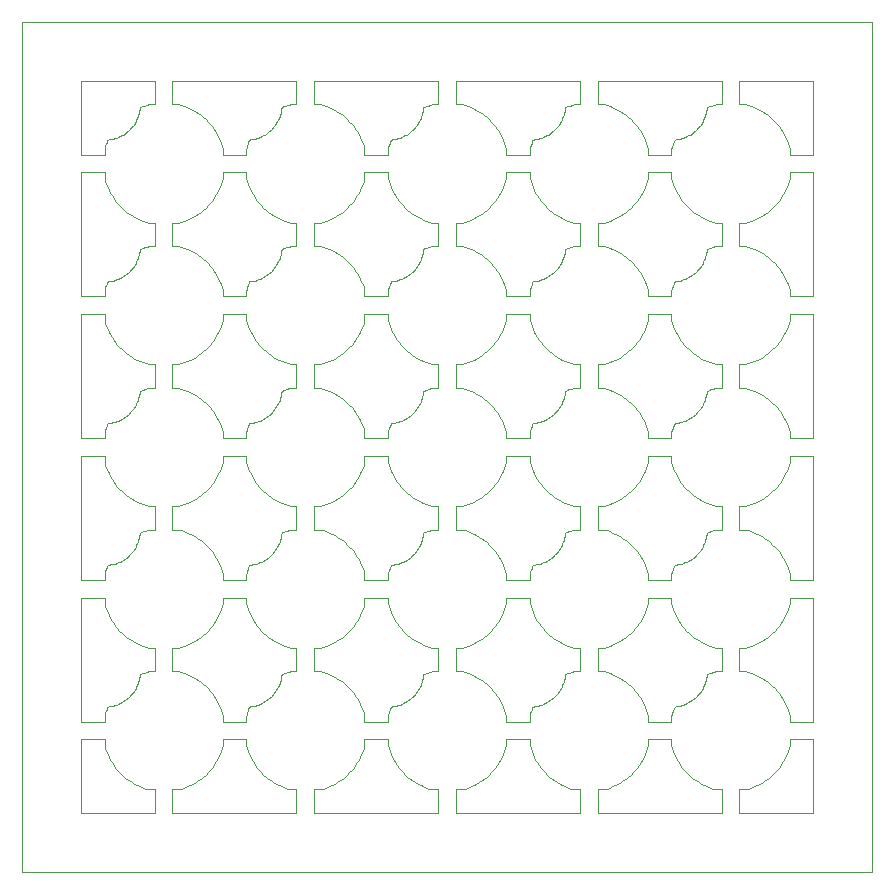
<source format=gbr>
%TF.GenerationSoftware,KiCad,Pcbnew,7.0.6-1.fc38*%
%TF.CreationDate,2023-07-26T15:00:37-04:00*%
%TF.ProjectId,bno085-i2c-board-v4-panel,626e6f30-3835-42d6-9932-632d626f6172,rev?*%
%TF.SameCoordinates,Original*%
%TF.FileFunction,Profile,NP*%
%FSLAX46Y46*%
G04 Gerber Fmt 4.6, Leading zero omitted, Abs format (unit mm)*
G04 Created by KiCad (PCBNEW 7.0.6-1.fc38) date 2023-07-26 15:00:37*
%MOMM*%
%LPD*%
G01*
G04 APERTURE LIST*
%TA.AperFunction,Profile*%
%ADD10C,0.100000*%
%TD*%
G04 APERTURE END LIST*
D10*
X45823852Y-44012847D02*
X45767525Y-44157932D01*
X28081846Y-20853415D02*
X27914562Y-20647588D01*
X51914562Y-51352419D02*
X52081846Y-51146592D01*
X13249999Y-7000004D02*
X12749999Y-7000003D01*
X22242838Y-64845093D02*
X22494425Y-64929075D01*
X26245716Y-43361119D02*
X26004091Y-43251729D01*
X21377886Y-32829116D02*
X21279826Y-32949974D01*
X45754281Y-28638888D02*
X45995906Y-28748278D01*
X6999999Y-36750001D02*
X6999999Y-37250003D01*
X9823852Y-56012847D02*
X9767525Y-56157932D01*
X52845088Y-34242843D02*
X52748273Y-33995911D01*
X58538704Y-7057622D02*
X58399285Y-7101002D01*
X37757159Y-64845093D02*
X38004091Y-64748278D01*
X64638883Y-26245721D02*
X64748273Y-26004096D01*
X31562829Y-57946734D02*
X31409251Y-57971958D01*
X19100996Y-34399290D02*
X19057617Y-34538710D01*
X64517208Y-45518608D02*
X64383569Y-45289503D01*
X63146587Y-16081851D02*
X63352414Y-15914567D01*
X36749999Y-53000003D02*
X37249998Y-53000003D01*
X29999999Y-35250001D02*
X28999998Y-35250001D01*
X46192599Y-19173431D02*
X46056599Y-19226567D01*
X22749999Y-17000004D02*
X23249999Y-17000003D01*
X15146587Y-52081851D02*
X15352414Y-51914567D01*
X63352414Y-15914567D02*
X63549363Y-15736916D01*
X58494425Y-40929075D02*
X58749999Y-41000004D01*
X9971953Y-31409256D02*
X9946729Y-31562834D01*
X20012842Y-33823857D02*
X19865031Y-33872584D01*
X28081846Y-63146592D02*
X28238320Y-62932431D01*
X44853410Y-28081851D02*
X45067571Y-28238325D01*
X16238320Y-62932431D02*
X16383569Y-62710504D01*
X9971953Y-7409256D02*
X9946729Y-7562834D01*
X9289498Y-64383574D02*
X9518603Y-64517213D01*
X21946729Y-19562834D02*
X21913575Y-19714897D01*
X38710499Y-28383574D02*
X38932426Y-28238325D01*
X43148306Y-46261155D02*
X43100996Y-46399290D01*
X7070927Y-13505577D02*
X7154909Y-13757164D01*
X64238320Y-21067576D02*
X64081846Y-20853415D01*
X9289498Y-28383574D02*
X9518603Y-28517213D01*
X52999999Y-61250004D02*
X52999998Y-60750001D01*
X28929070Y-22494430D02*
X28845088Y-22242843D01*
X31918151Y-39146592D02*
X32085435Y-39352419D01*
X40999998Y-60750001D02*
X41999999Y-60750001D01*
X16517208Y-14481399D02*
X16638883Y-14245721D01*
X10749997Y-30999999D02*
X10608861Y-31037417D01*
X8949969Y-45279831D02*
X8829111Y-45377891D01*
X16383569Y-50710504D02*
X16517208Y-50481399D01*
X10608861Y-43037417D02*
X10468841Y-43078818D01*
X56853410Y-28081851D02*
X57067571Y-28238325D01*
X44949969Y-33279831D02*
X44829111Y-33377891D01*
X8450634Y-63736916D02*
X8647583Y-63914567D01*
X39914562Y-56647588D02*
X39736911Y-56450639D01*
X32157927Y-45767530D02*
X32012842Y-45823857D01*
X62481394Y-7482794D02*
X62245716Y-7361119D01*
X22468841Y-55078818D02*
X22399285Y-55101002D01*
X43616428Y-26710504D02*
X43761677Y-26932431D01*
X51352414Y-15914567D02*
X51549363Y-15736916D01*
X38245716Y-7361119D02*
X38004091Y-7251729D01*
X55148306Y-46261155D02*
X55100996Y-46399290D01*
X55865031Y-9872584D02*
X55714892Y-9913580D01*
X58749999Y-41000004D02*
X59249999Y-41000003D01*
X16845088Y-61757164D02*
X16929070Y-61505577D01*
X52638883Y-62245721D02*
X52748273Y-62004096D01*
X15352414Y-39914567D02*
X15549363Y-39736916D01*
X64383569Y-26710504D02*
X64517208Y-26481399D01*
X19037414Y-34608866D02*
X18999999Y-34750004D01*
X14481394Y-31482794D02*
X14245716Y-31361119D01*
X26932426Y-40238325D02*
X27146587Y-40081851D01*
X28517208Y-50481399D02*
X28638883Y-50245721D01*
X22608861Y-31037417D02*
X22468841Y-31078818D01*
X14710499Y-43616433D02*
X14481394Y-43482794D01*
X21632697Y-8438371D02*
X21554559Y-8572970D01*
X45518603Y-64517213D02*
X45754281Y-64638888D01*
X15549363Y-27736916D02*
X15736911Y-27549368D01*
X9377886Y-44829116D02*
X9279826Y-44949974D01*
X62481394Y-28517213D02*
X62710499Y-28383574D01*
X36749999Y-43000003D02*
X36749999Y-42000001D01*
X64999998Y-23250001D02*
X64999998Y-22750004D01*
X46242838Y-40845093D02*
X46494425Y-40929075D01*
X19018207Y-10679303D02*
X18999999Y-10750004D01*
X27914562Y-51352419D02*
X28081846Y-51146592D01*
X51914562Y-44647588D02*
X51736911Y-44450639D01*
X7226562Y-58056604D02*
X7173425Y-58192604D01*
X45989176Y-19254574D02*
X45971953Y-19409256D01*
X20949969Y-21279831D02*
X20829111Y-21377891D01*
X46494425Y-16929075D02*
X46749999Y-17000004D01*
X16638883Y-33754286D02*
X16517208Y-33518608D01*
X64383569Y-57289503D02*
X64238320Y-57067576D01*
X57518603Y-16517213D02*
X57754281Y-16638888D01*
X12749999Y-41000003D02*
X13249998Y-41000003D01*
X16638883Y-45754286D02*
X16517208Y-45518608D01*
X22608861Y-19037417D02*
X22468841Y-19078818D01*
X25249998Y-53000003D02*
X25505572Y-52929075D01*
X16845088Y-25757164D02*
X16929070Y-25505577D01*
X27736911Y-15549368D02*
X27914562Y-15352419D01*
X19865031Y-33872584D02*
X19714892Y-33913580D01*
X46330050Y-19124168D02*
X46192599Y-19173431D01*
X22192599Y-55173431D02*
X22124411Y-55199517D01*
X7562829Y-57946734D02*
X7409251Y-57971958D01*
X14004091Y-55251729D02*
X13757159Y-55154914D01*
X31482789Y-50481399D02*
X31616428Y-50710504D01*
X26245716Y-19361119D02*
X26004091Y-19251729D01*
X10749999Y-41000004D02*
X11249999Y-41000003D01*
X9067571Y-40238325D02*
X9289498Y-40383574D01*
X16748273Y-57995911D02*
X16638883Y-57754286D01*
X22494425Y-16929075D02*
X22749999Y-17000004D01*
X62004091Y-55251729D02*
X61757159Y-55154914D01*
X58192599Y-43173431D02*
X58056599Y-43226567D01*
X28929070Y-49505577D02*
X28999999Y-49250004D01*
X45703749Y-32299901D02*
X45632697Y-32438371D01*
X40517208Y-38481399D02*
X40638883Y-38245721D01*
X55254570Y-21989182D02*
X55199511Y-22124415D01*
X37249998Y-65000003D02*
X37505572Y-64929075D01*
X38481394Y-19482794D02*
X38245716Y-19361119D01*
X9377886Y-32829116D02*
X9279826Y-32949974D01*
X20572965Y-9554564D02*
X20438366Y-9632702D01*
X43865031Y-33872584D02*
X43714892Y-33913580D01*
X46330050Y-55124168D02*
X46192599Y-55173431D01*
X19918151Y-63146592D02*
X20085435Y-63352419D01*
X20263086Y-15549368D02*
X20450634Y-15736916D01*
X28845088Y-13757164D02*
X28929070Y-13505577D01*
X59249999Y-30000001D02*
X59249999Y-31000000D01*
X6999999Y-11250001D02*
X5000000Y-11250001D01*
X7616428Y-50710504D02*
X7761677Y-50932431D01*
X61505572Y-55070932D02*
X61249999Y-55000004D01*
X23249999Y-65000003D02*
X23249999Y-67000004D01*
X64238320Y-45067576D02*
X64081846Y-44853415D01*
X45767525Y-44157932D02*
X45703749Y-44299901D01*
X20647583Y-27914567D02*
X20853410Y-28081851D01*
X52238320Y-33067576D02*
X52081846Y-32853415D01*
X15549363Y-44263091D02*
X15352414Y-44085440D01*
X44299896Y-45703754D02*
X44157927Y-45767530D01*
X52748273Y-9995911D02*
X52638883Y-9754286D01*
X58679297Y-31018208D02*
X58538704Y-31057622D01*
X50245716Y-43361119D02*
X50004091Y-43251729D01*
X45872579Y-55865036D02*
X45823852Y-56012847D01*
X36749999Y-18000001D02*
X36749999Y-17000003D01*
X51352414Y-51914567D02*
X51549363Y-51736916D01*
X52845088Y-25757164D02*
X52929070Y-25505577D01*
X30999999Y-23250001D02*
X29999999Y-23250001D01*
X25505572Y-52929075D02*
X25757159Y-52845093D01*
X10399285Y-19101002D02*
X10261150Y-19148313D01*
X35249999Y-17000003D02*
X35249999Y-18000001D01*
X38710499Y-19616433D02*
X38481394Y-19482794D01*
X46538704Y-31057622D02*
X46468841Y-31078818D01*
X33067571Y-64238325D02*
X33289498Y-64383574D01*
X45289498Y-16383574D02*
X45518603Y-16517213D01*
X26710499Y-43616433D02*
X26481394Y-43482794D01*
X43482789Y-62481399D02*
X43616428Y-62710504D01*
X39736911Y-56450639D02*
X39549363Y-56263091D01*
X15352414Y-51914567D02*
X15549363Y-51736916D01*
X63736911Y-20450639D02*
X63549363Y-20263091D01*
X38481394Y-16517213D02*
X38710499Y-16383574D01*
X59249999Y-17000003D02*
X59249999Y-18000001D01*
X64845088Y-37757164D02*
X64929070Y-37505577D01*
X16999999Y-49250004D02*
X16999998Y-48750001D01*
X42999999Y-12750001D02*
X42999999Y-13250003D01*
X31918151Y-15146592D02*
X32085435Y-15352419D01*
X52081846Y-8853415D02*
X51914562Y-8647588D01*
X25249998Y-17000003D02*
X25505572Y-16929075D01*
X52517208Y-50481399D02*
X52638883Y-50245721D01*
X34056599Y-43226567D02*
X33989176Y-43254574D01*
X42999999Y-60750001D02*
X42999999Y-61250003D01*
X46056599Y-43226567D02*
X45989176Y-43254574D01*
X55173425Y-22192604D02*
X55148306Y-22261155D01*
X9175631Y-45065585D02*
X9065580Y-45175636D01*
X31616428Y-50710504D02*
X31761677Y-50932431D01*
X43409251Y-45971958D02*
X43254570Y-45989182D01*
X33469545Y-20703335D02*
X33377886Y-20829116D01*
X29999999Y-60750001D02*
X30999999Y-60750001D01*
X16845088Y-37757164D02*
X16929070Y-37505577D01*
X52383569Y-50710504D02*
X52517208Y-50481399D01*
X40517208Y-21518608D02*
X40383569Y-21289503D01*
X58399285Y-19101002D02*
X58330050Y-19124168D01*
X55918151Y-39146592D02*
X56085435Y-39352419D01*
X7251724Y-26004096D02*
X7361114Y-26245721D01*
X5000000Y-36750001D02*
X6999999Y-36750001D01*
X16929070Y-37505577D02*
X16999999Y-37250004D01*
X33175631Y-21065585D02*
X33065580Y-21175636D01*
X58468841Y-43078818D02*
X58330050Y-43124168D01*
X43361114Y-62245721D02*
X43482789Y-62481399D01*
X18999999Y-46750004D02*
X18999999Y-47250001D01*
X31865031Y-57872584D02*
X31714892Y-57913580D01*
X11249999Y-7000000D02*
X10749997Y-6999999D01*
X9754281Y-52638888D02*
X9995906Y-52748278D01*
X46494425Y-52929075D02*
X46749999Y-53000004D01*
X32703330Y-9469550D02*
X32572965Y-9554564D01*
X50710499Y-28383574D02*
X50932426Y-28238325D01*
X45913575Y-55714897D02*
X45872579Y-55865036D01*
X14932426Y-43761682D02*
X14710499Y-43616433D01*
X38004091Y-43251729D02*
X37757159Y-43154914D01*
X46749999Y-29000004D02*
X47249999Y-29000003D01*
X57823852Y-44012847D02*
X57767525Y-44157932D01*
X51549363Y-51736916D02*
X51736911Y-51549368D01*
X40999998Y-23250001D02*
X40999998Y-22750004D01*
X64081846Y-56853415D02*
X63914562Y-56647588D01*
X8299896Y-45703754D02*
X8157927Y-45767530D01*
X20572965Y-33554564D02*
X20438366Y-33632702D01*
X28999999Y-49250004D02*
X28999998Y-48750001D01*
X16999998Y-24750001D02*
X17999999Y-24750001D01*
X13505572Y-7070932D02*
X13249999Y-7000004D01*
X34494425Y-64929075D02*
X34749999Y-65000004D01*
X14481394Y-55482794D02*
X14245716Y-55361119D01*
X62710499Y-31616433D02*
X62481394Y-31482794D01*
X31037414Y-58608866D02*
X30999999Y-58750004D01*
X38481394Y-40517213D02*
X38710499Y-40383574D01*
X39736911Y-39549368D02*
X39914562Y-39352419D01*
X57279826Y-32949974D02*
X57175631Y-33065585D01*
X40999998Y-12750001D02*
X41999999Y-12750001D01*
X9518603Y-64517213D02*
X9754281Y-64638888D01*
X33554559Y-56572970D02*
X33469545Y-56703335D01*
X16929070Y-49505577D02*
X16999999Y-49250004D01*
X7199511Y-22124415D02*
X7173425Y-22192604D01*
X64081846Y-27146592D02*
X64238320Y-26932431D01*
X57377886Y-20829116D02*
X57279826Y-20949974D01*
X5000000Y-48750001D02*
X6999999Y-48750001D01*
X21469545Y-56703335D02*
X21377886Y-56829116D01*
X45913575Y-7714897D02*
X45872579Y-7865036D01*
X62710499Y-52383574D02*
X62932426Y-52238325D01*
X24749999Y-43000003D02*
X24749999Y-42000001D01*
X57989176Y-55254574D02*
X57971953Y-55409256D01*
X34468841Y-31078818D02*
X34399285Y-31101002D01*
X25505572Y-31070932D02*
X25249999Y-31000004D01*
X8012842Y-45823857D02*
X7865031Y-45872584D01*
X43226562Y-34056604D02*
X43173425Y-34192604D01*
X45554559Y-56572970D02*
X45469545Y-56703335D01*
X37757159Y-28845093D02*
X38004091Y-28748278D01*
X66999999Y-59250001D02*
X64999998Y-59250001D01*
X61249999Y-7000004D02*
X60749999Y-7000003D01*
X63146587Y-40081851D02*
X63352414Y-39914567D01*
X39352414Y-39914567D02*
X39549363Y-39736916D01*
X44263086Y-15549368D02*
X44450634Y-15736916D01*
X56703330Y-45469550D02*
X56572965Y-45554564D01*
X24749999Y-65000003D02*
X25249998Y-65000003D01*
X10192599Y-55173431D02*
X10124411Y-55199517D01*
X52383569Y-26710504D02*
X52517208Y-26481399D01*
X44853410Y-64081851D02*
X45067571Y-64238325D01*
X30999999Y-13250003D02*
X31070927Y-13505577D01*
X26004091Y-43251729D02*
X25757159Y-43154914D01*
X43361114Y-38245721D02*
X43482789Y-38481399D01*
X29999999Y-24750001D02*
X30999999Y-24750001D01*
X19057617Y-34538710D02*
X19037414Y-34608866D01*
X8829111Y-33377891D02*
X8703330Y-33469550D01*
X45754281Y-52638888D02*
X45995906Y-52748278D01*
X15549363Y-56263091D02*
X15352414Y-56085440D01*
X64383569Y-21289503D02*
X64238320Y-21067576D01*
X27352414Y-51914567D02*
X27549363Y-51736916D01*
X16748273Y-21995911D02*
X16638883Y-21754286D01*
X27146587Y-19918156D02*
X26932426Y-19761682D01*
X45913575Y-19714897D02*
X45872579Y-19865036D01*
X62245716Y-55361119D02*
X62004091Y-55251729D01*
X38932426Y-19761682D02*
X38710499Y-19616433D01*
X45554559Y-32572970D02*
X45469545Y-32703335D01*
X49757159Y-19154914D02*
X49505572Y-19070932D01*
X21946729Y-43562834D02*
X21913575Y-43714897D01*
X40517208Y-50481399D02*
X40638883Y-50245721D01*
X64383569Y-9289503D02*
X64238320Y-9067576D01*
X36749999Y-65000003D02*
X36749999Y-65000003D01*
X30999999Y-25250003D02*
X31070927Y-25505577D01*
X43761677Y-26932431D02*
X43918151Y-27146592D01*
X40845088Y-46242843D02*
X40748273Y-45995911D01*
X21823852Y-56012847D02*
X21767525Y-56157932D01*
X56157927Y-9767530D02*
X56012842Y-9823857D01*
X33767525Y-56157932D02*
X33703749Y-56299901D01*
X16517208Y-9518608D02*
X16383569Y-9289503D01*
X16999998Y-34750004D02*
X16929070Y-34494430D01*
X19409251Y-57971958D02*
X19254570Y-57989182D01*
X45913575Y-43714897D02*
X45872579Y-43865036D01*
X64638883Y-33754286D02*
X64517208Y-33518608D01*
X57065580Y-45175636D02*
X56949969Y-45279831D01*
X57469545Y-44703335D02*
X57377886Y-44829116D01*
X34399285Y-7101002D02*
X34261150Y-7148313D01*
X0Y-72000004D02*
X0Y-72000004D01*
X51914562Y-39352419D02*
X52081846Y-39146592D01*
X16845088Y-49757164D02*
X16929070Y-49505577D01*
X30999999Y-37250003D02*
X31070927Y-37505577D01*
X38004091Y-40748278D02*
X38245716Y-40638888D01*
X44829111Y-21377891D02*
X44703330Y-21469550D01*
X60749999Y-67000004D02*
X60749999Y-65000003D01*
X44572965Y-33554564D02*
X44438366Y-33632702D01*
X14932426Y-19761682D02*
X14710499Y-19616433D01*
X58242838Y-16845093D02*
X58494425Y-16929075D01*
X14004091Y-31251729D02*
X13757159Y-31154914D01*
X20853410Y-52081851D02*
X21067571Y-52238325D01*
X6999999Y-22750004D02*
X6999999Y-23250001D01*
X40748273Y-21995911D02*
X40638883Y-21754286D01*
X39549363Y-39736916D02*
X39736911Y-39549368D01*
X51914562Y-32647588D02*
X51736911Y-32450639D01*
X57995906Y-64748278D02*
X58242838Y-64845093D01*
X46468841Y-31078818D02*
X46330050Y-31124168D01*
X34261150Y-31148313D02*
X34192599Y-31173431D01*
X36749999Y-7000003D02*
X36749999Y-5000000D01*
X40238320Y-57067576D02*
X40081846Y-56853415D01*
X25757159Y-40845093D02*
X26004091Y-40748278D01*
X57469545Y-8703335D02*
X57377886Y-8829116D01*
X55616428Y-38710504D02*
X55761677Y-38932431D01*
X16081846Y-15146592D02*
X16238320Y-14932431D01*
X16517208Y-45518608D02*
X16383569Y-45289503D01*
X55251724Y-38004096D02*
X55361114Y-38245721D01*
X62932426Y-19761682D02*
X62710499Y-19616433D01*
X17999999Y-47250001D02*
X16999998Y-47250001D01*
X31078813Y-10468846D02*
X31037414Y-10608866D01*
X23249999Y-53000003D02*
X23249999Y-54000001D01*
X40081846Y-27146592D02*
X40238320Y-26932431D01*
X8829111Y-21377891D02*
X8703330Y-21469550D01*
X57989176Y-43254574D02*
X57971953Y-43409256D01*
X40999998Y-48750001D02*
X41999999Y-48750001D01*
X26710499Y-31616433D02*
X26481394Y-31482794D01*
X40638883Y-62245721D02*
X40748273Y-62004096D01*
X55562829Y-45946734D02*
X55409251Y-45971958D01*
X27549363Y-51736916D02*
X27736911Y-51549368D01*
X44647583Y-27914567D02*
X44853410Y-28081851D01*
X43254570Y-45989182D02*
X43226562Y-46056604D01*
X46538704Y-43057622D02*
X46468841Y-43078818D01*
X9067571Y-52238325D02*
X9289498Y-52383574D01*
X45754281Y-64638888D02*
X45995906Y-64748278D01*
X21995906Y-40748278D02*
X22242838Y-40845093D01*
X48749999Y-19000003D02*
X48749999Y-18000001D01*
X28383569Y-26710504D02*
X28517208Y-26481399D01*
X39146587Y-28081851D02*
X39352414Y-27914567D01*
X28748273Y-33995911D02*
X28638883Y-33754286D01*
X64999998Y-10750004D02*
X64929070Y-10494430D01*
X19078813Y-46468846D02*
X19057617Y-46538710D01*
X24749999Y-19000003D02*
X24749999Y-18000001D01*
X31251724Y-14004096D02*
X31361114Y-14245721D01*
X35249999Y-65000003D02*
X35249999Y-67000004D01*
X21703749Y-8299901D02*
X21632697Y-8438371D01*
X39549363Y-51736916D02*
X39736911Y-51549368D01*
X59249999Y-42000001D02*
X59249999Y-43000000D01*
X15914562Y-44647588D02*
X15736911Y-44450639D01*
X27146587Y-31918156D02*
X26932426Y-31761682D01*
X58538704Y-31057622D02*
X58468841Y-31078818D01*
X55714892Y-33913580D02*
X55562829Y-33946734D01*
X21971953Y-7409256D02*
X21946729Y-7562834D01*
X45823852Y-32012847D02*
X45767525Y-32157932D01*
X28238320Y-45067576D02*
X28081846Y-44853415D01*
X45703749Y-56299901D02*
X45632697Y-56438371D01*
X28383569Y-9289503D02*
X28238320Y-9067576D01*
X62932426Y-40238325D02*
X63146587Y-40081851D01*
X40383569Y-14710504D02*
X40517208Y-14481399D01*
X61249998Y-65000003D02*
X61505572Y-64929075D01*
X28845088Y-22242843D02*
X28748273Y-21995911D01*
X40238320Y-14932431D02*
X40383569Y-14710504D01*
X8853410Y-52081851D02*
X9067571Y-52238325D01*
X63736911Y-39549368D02*
X63914562Y-39352419D01*
X34679297Y-19018208D02*
X34538704Y-19057622D01*
X23249999Y-67000004D02*
X12749999Y-67000004D01*
X21913575Y-31714897D02*
X21872579Y-31865036D01*
X21067571Y-40238325D02*
X21289498Y-40383574D01*
X55070927Y-37505577D02*
X55154909Y-37757164D01*
X27549363Y-39736916D02*
X27736911Y-39549368D01*
X41999999Y-23250001D02*
X40999998Y-23250001D01*
X16999998Y-46750004D02*
X16999998Y-46750004D01*
X19154909Y-37757164D02*
X19251724Y-38004096D01*
X66999999Y-48750001D02*
X66999999Y-59250001D01*
X40999998Y-59250001D02*
X40999998Y-58750004D01*
X48749999Y-65000003D02*
X49249998Y-65000003D01*
X46749997Y-30999999D02*
X46679297Y-31018208D01*
X55199511Y-10124415D02*
X55173425Y-10192604D01*
X34494425Y-28929075D02*
X34749999Y-29000004D01*
X49249999Y-19000004D02*
X48749999Y-19000003D01*
X26710499Y-16383574D02*
X26932426Y-16238325D01*
X45872579Y-43865036D02*
X45823852Y-44012847D01*
X23249999Y-31000000D02*
X22749997Y-30999999D01*
X55251724Y-62004096D02*
X55361114Y-62245721D01*
X31173425Y-46192604D02*
X31148306Y-46261155D01*
X38004091Y-16748278D02*
X38245716Y-16638888D01*
X52638883Y-9754286D02*
X52517208Y-9518608D01*
X10494425Y-16929075D02*
X10749999Y-17000004D01*
X43251724Y-14004096D02*
X43361114Y-14245721D01*
X64638883Y-21754286D02*
X64517208Y-21518608D01*
X64845088Y-61757164D02*
X64929070Y-61505577D01*
X52238320Y-50932431D02*
X52383569Y-50710504D01*
X13757159Y-40845093D02*
X14004091Y-40748278D01*
X42999999Y-47250001D02*
X41999999Y-47250001D01*
X26932426Y-19761682D02*
X26710499Y-19616433D01*
X15736911Y-20450639D02*
X15549363Y-20263091D01*
X29999999Y-23250001D02*
X28999998Y-23250001D01*
X28081846Y-44853415D02*
X27914562Y-44647588D01*
X57913575Y-31714897D02*
X57872579Y-31865036D01*
X40638883Y-38245721D02*
X40748273Y-38004096D01*
X62932426Y-64238325D02*
X63146587Y-64081851D01*
X16999998Y-10750004D02*
X16929070Y-10494430D01*
X9518603Y-28517213D02*
X9754281Y-28638888D01*
X39736911Y-44450639D02*
X39549363Y-44263091D01*
X52383569Y-33289503D02*
X52238320Y-33067576D01*
X28238320Y-50932431D02*
X28383569Y-50710504D01*
X7361114Y-14245721D02*
X7482789Y-14481399D01*
X16748273Y-38004096D02*
X16845088Y-37757164D01*
X33995906Y-52748278D02*
X34242838Y-52845093D01*
X10399285Y-31101002D02*
X10261150Y-31148313D01*
X34494425Y-16929075D02*
X34749999Y-17000004D01*
X21377886Y-20829116D02*
X21279826Y-20949974D01*
X62710499Y-16383574D02*
X62932426Y-16238325D01*
X14710499Y-55616433D02*
X14481394Y-55482794D01*
X61249998Y-53000003D02*
X61505572Y-52929075D01*
X45067571Y-52238325D02*
X45289498Y-52383574D01*
X21767525Y-44157932D02*
X21703749Y-44299901D01*
X52999999Y-37250004D02*
X52999998Y-36750001D01*
X31037414Y-10608866D02*
X30999999Y-10750004D01*
X55409251Y-45971958D02*
X55254570Y-45989182D01*
X8299896Y-33703754D02*
X8157927Y-33767530D01*
X19562829Y-9946734D02*
X19409251Y-9971958D01*
X9767525Y-44157932D02*
X9703749Y-44299901D01*
X51736911Y-20450639D02*
X51549363Y-20263091D01*
X40929070Y-37505577D02*
X40999999Y-37250004D01*
X40999999Y-49250004D02*
X40999998Y-48750001D01*
X33279826Y-56949974D02*
X33175631Y-57065585D01*
X43254570Y-33989182D02*
X43226562Y-34056604D01*
X20853410Y-40081851D02*
X21067571Y-40238325D01*
X43714892Y-33913580D02*
X43562829Y-33946734D01*
X45632697Y-8438371D02*
X45554559Y-8572970D01*
X13757159Y-16845093D02*
X14004091Y-16748278D01*
X64845088Y-22242843D02*
X64748273Y-21995911D01*
X19078813Y-58468846D02*
X19057617Y-58538710D01*
X32647583Y-39914567D02*
X32853410Y-40081851D01*
X62004091Y-52748278D02*
X62245716Y-52638888D01*
X31173425Y-34192604D02*
X31148306Y-34261155D01*
X16929070Y-34494430D02*
X16845088Y-34242843D01*
X20438366Y-45632702D02*
X20299896Y-45703754D01*
X55251724Y-14004096D02*
X55361114Y-14245721D01*
X64999999Y-25250004D02*
X64999998Y-24750001D01*
X17999999Y-48750001D02*
X18999999Y-48750001D01*
X7070927Y-61505577D02*
X7154909Y-61757164D01*
X52845088Y-37757164D02*
X52929070Y-37505577D01*
X27352414Y-32085440D02*
X27146587Y-31918156D01*
X8157927Y-21767530D02*
X8012842Y-21823857D01*
X48749999Y-31000003D02*
X48749999Y-30000001D01*
X7251724Y-38004096D02*
X7361114Y-38245721D01*
X64999998Y-23250001D02*
X64999998Y-23250001D01*
X7409251Y-45971958D02*
X7254570Y-45989182D01*
X31037414Y-46608866D02*
X30999999Y-46750004D01*
X21067571Y-64238325D02*
X21289498Y-64383574D01*
X18999999Y-22750004D02*
X18999999Y-23250001D01*
X37249998Y-29000003D02*
X37505572Y-28929075D01*
X33754281Y-16638888D02*
X33995906Y-16748278D01*
X63914562Y-56647588D02*
X63736911Y-56450639D01*
X54999999Y-24750001D02*
X54999999Y-25250003D01*
X45995906Y-16748278D02*
X46242838Y-16845093D01*
X55199511Y-22124415D02*
X55173425Y-22192604D01*
X44012842Y-57823857D02*
X43865031Y-57872584D01*
X16999999Y-61250004D02*
X16999998Y-60750001D01*
X52638883Y-38245721D02*
X52748273Y-38004096D01*
X62004091Y-16748278D02*
X62245716Y-16638888D01*
X62710499Y-43616433D02*
X62481394Y-43482794D01*
X33913575Y-7714897D02*
X33872579Y-7865036D01*
X26932426Y-43761682D02*
X26710499Y-43616433D01*
X52929070Y-61505577D02*
X52999999Y-61250004D01*
X16238320Y-33067576D02*
X16081846Y-32853415D01*
X7251724Y-62004096D02*
X7361114Y-62245721D01*
X43865031Y-9872584D02*
X43714892Y-9913580D01*
X14245716Y-31361119D02*
X14004091Y-31251729D01*
X33946729Y-55562834D02*
X33913575Y-55714897D01*
X24749999Y-54000001D02*
X24749999Y-53000003D01*
X34749997Y-18999999D02*
X34679297Y-19018208D01*
X14710499Y-31616433D02*
X14481394Y-31482794D01*
X19251724Y-38004096D02*
X19361114Y-38245721D01*
X6999999Y-47250001D02*
X5000000Y-47250001D01*
X61757159Y-43154914D02*
X61505572Y-43070932D01*
X19254570Y-9989182D02*
X19226562Y-10056604D01*
X41999999Y-24750001D02*
X42999999Y-24750001D01*
X56299896Y-9703754D02*
X56157927Y-9767530D01*
X35249999Y-19000000D02*
X34749997Y-18999999D01*
X33377886Y-56829116D02*
X33279826Y-56949974D01*
X22242838Y-40845093D02*
X22494425Y-40929075D01*
X22608861Y-43037417D02*
X22468841Y-43078818D01*
X38710499Y-52383574D02*
X38932426Y-52238325D01*
X33175631Y-45065585D02*
X33065580Y-45175636D01*
X7562829Y-9946734D02*
X7409251Y-9971958D01*
X26932426Y-16238325D02*
X27146587Y-16081851D01*
X56703330Y-21469550D02*
X56572965Y-21554564D01*
X33377886Y-8829116D02*
X33279826Y-8949974D01*
X55361114Y-26245721D02*
X55482789Y-26481399D01*
X59249999Y-53000003D02*
X59249999Y-54000001D01*
X33554559Y-8572970D02*
X33469545Y-8703335D01*
X19714892Y-9913580D02*
X19562829Y-9946734D01*
X12749999Y-43000003D02*
X12749999Y-42000001D01*
X37249999Y-31000004D02*
X36749999Y-31000003D01*
X58749999Y-29000004D02*
X59249999Y-29000003D01*
X34608861Y-55037417D02*
X34468841Y-55078818D01*
X56647583Y-39914567D02*
X56853410Y-40081851D01*
X20263086Y-39549368D02*
X20450634Y-39736916D01*
X40929070Y-22494430D02*
X40845088Y-22242843D01*
X22056599Y-7226567D02*
X21989176Y-7254574D01*
X33175631Y-57065585D02*
X33065580Y-57175636D01*
X21554559Y-8572970D02*
X21469545Y-8703335D01*
X16517208Y-38481399D02*
X16638883Y-38245721D01*
X44085435Y-51352419D02*
X44263086Y-51549368D01*
X17999999Y-11250001D02*
X16999998Y-11250001D01*
X28999998Y-23250001D02*
X28999998Y-22750004D01*
X41999999Y-48750001D02*
X42999999Y-48750001D01*
X32949969Y-57279831D02*
X32829111Y-57377891D01*
X50004091Y-55251729D02*
X49757159Y-55154914D01*
X63352414Y-51914567D02*
X63549363Y-51736916D01*
X40383569Y-33289503D02*
X40238320Y-33067576D01*
X28999999Y-13250004D02*
X28999998Y-12750001D01*
X43865031Y-45872584D02*
X43714892Y-45913580D01*
X43100996Y-10399290D02*
X43078813Y-10468846D01*
X27352414Y-15914567D02*
X27549363Y-15736916D01*
X42999999Y-13250003D02*
X43070927Y-13505577D01*
X27914562Y-27352419D02*
X28081846Y-27146592D01*
X21946729Y-7562834D02*
X21913575Y-7714897D01*
X8012842Y-21823857D02*
X7865031Y-21872584D01*
X24749999Y-55000003D02*
X24749999Y-54000001D01*
X57377886Y-8829116D02*
X57279826Y-8949974D01*
X44829111Y-9377891D02*
X44703330Y-9469550D01*
X44853410Y-52081851D02*
X45067571Y-52238325D01*
X52383569Y-9289503D02*
X52238320Y-9067576D01*
X19865031Y-21872584D02*
X19714892Y-21913580D01*
X16929070Y-22494430D02*
X16845088Y-22242843D01*
X63549363Y-32263091D02*
X63352414Y-32085440D01*
X58330050Y-31124168D02*
X58192599Y-31173431D01*
X16081846Y-20853415D02*
X15914562Y-20647588D01*
X63549363Y-39736916D02*
X63736911Y-39549368D01*
X7018207Y-58679303D02*
X6999999Y-58750004D01*
X21703749Y-32299901D02*
X21632697Y-32438371D01*
X40081846Y-51146592D02*
X40238320Y-50932431D01*
X14932426Y-16238325D02*
X15146587Y-16081851D01*
X51352414Y-8085440D02*
X51146587Y-7918156D01*
X19361114Y-38245721D02*
X19482789Y-38481399D01*
X28638883Y-9754286D02*
X28517208Y-9518608D01*
X56853410Y-40081851D02*
X57067571Y-40238325D01*
X45175631Y-9065585D02*
X45065580Y-9175636D01*
X7078813Y-58468846D02*
X7057617Y-58538710D01*
X9175631Y-21065585D02*
X9065580Y-21175636D01*
X55057617Y-46538710D02*
X55037414Y-46608866D01*
X40238320Y-62932431D02*
X40383569Y-62710504D01*
X20263086Y-27549368D02*
X20450634Y-27736916D01*
X52845088Y-10242843D02*
X52748273Y-9995911D01*
X31562829Y-9946734D02*
X31409251Y-9971958D01*
X40929070Y-13505577D02*
X40999999Y-13250004D01*
X20703330Y-21469550D02*
X20572965Y-21554564D01*
X15736911Y-63549368D02*
X15914562Y-63352419D01*
X43482789Y-50481399D02*
X43616428Y-50710504D01*
X40238320Y-38932431D02*
X40383569Y-38710504D01*
X40748273Y-33995911D02*
X40638883Y-33754286D01*
X28999998Y-48750001D02*
X29999999Y-48750001D01*
X50710499Y-7616433D02*
X50481394Y-7482794D01*
X7714892Y-33913580D02*
X7562829Y-33946734D01*
X21554559Y-20572970D02*
X21469545Y-20703335D01*
X10261150Y-7148313D02*
X10192599Y-7173431D01*
X27146587Y-64081851D02*
X27352414Y-63914567D01*
X27736911Y-8450639D02*
X27549363Y-8263091D01*
X51146587Y-7918156D02*
X50932426Y-7761682D01*
X13249998Y-41000003D02*
X13505572Y-40929075D01*
X28845088Y-37757164D02*
X28929070Y-37505577D01*
X33067571Y-52238325D02*
X33289498Y-52383574D01*
X60749999Y-7000003D02*
X60749999Y-5000000D01*
X45754281Y-16638888D02*
X45995906Y-16748278D01*
X39146587Y-40081851D02*
X39352414Y-39914567D01*
X24749999Y-18000001D02*
X24749999Y-17000003D01*
X40238320Y-50932431D02*
X40383569Y-50710504D01*
X28748273Y-26004096D02*
X28845088Y-25757164D01*
X20572965Y-57554564D02*
X20438366Y-57632702D01*
X37505572Y-19070932D02*
X37249999Y-19000004D01*
X61505572Y-28929075D02*
X61757159Y-28845093D01*
X40081846Y-44853415D02*
X39914562Y-44647588D01*
X52081846Y-56853415D02*
X51914562Y-56647588D01*
X31714892Y-57913580D02*
X31562829Y-57946734D01*
X9872579Y-31865036D02*
X9823852Y-32012847D01*
X45377886Y-8829116D02*
X45279826Y-8949974D01*
X28999999Y-25250004D02*
X28999998Y-24750001D01*
X40517208Y-14481399D02*
X40638883Y-14245721D01*
X45289498Y-52383574D02*
X45518603Y-52517213D01*
X62004091Y-28748278D02*
X62245716Y-28638888D01*
X20085435Y-27352419D02*
X20263086Y-27549368D01*
X6999999Y-23250001D02*
X5000000Y-23250001D01*
X45067571Y-64238325D02*
X45289498Y-64383574D01*
X30999999Y-59250001D02*
X29999999Y-59250001D01*
X24749999Y-31000003D02*
X24749999Y-30000001D01*
X61505572Y-31070932D02*
X61249999Y-31000004D01*
X28238320Y-26932431D02*
X28383569Y-26710504D01*
X21518603Y-16517213D02*
X21754281Y-16638888D01*
X50481394Y-40517213D02*
X50710499Y-40383574D01*
X31361114Y-26245721D02*
X31482789Y-26481399D01*
X64929070Y-37505577D02*
X64999999Y-37250004D01*
X22056599Y-43226567D02*
X21989176Y-43254574D01*
X46494425Y-64929075D02*
X46749999Y-65000004D01*
X13757159Y-19154914D02*
X13505572Y-19070932D01*
X19173425Y-22192604D02*
X19124162Y-22330055D01*
X64748273Y-38004096D02*
X64845088Y-37757164D01*
X40238320Y-33067576D02*
X40081846Y-32853415D01*
X39736911Y-63549368D02*
X39914562Y-63352419D01*
X21823852Y-32012847D02*
X21767525Y-32157932D01*
X25505572Y-28929075D02*
X25757159Y-28845093D01*
X64748273Y-45995911D02*
X64638883Y-45754286D01*
X48749999Y-18000001D02*
X48749999Y-17000003D01*
X55057617Y-58538710D02*
X55037414Y-58608866D01*
X28929070Y-46494430D02*
X28845088Y-46242843D01*
X14004091Y-7251729D02*
X13757159Y-7154914D01*
X19254570Y-45989182D02*
X19226562Y-46056604D01*
X44949969Y-45279831D02*
X44829111Y-45377891D01*
X19482789Y-62481399D02*
X19616428Y-62710504D01*
X40845088Y-25757164D02*
X40929070Y-25505577D01*
X21754281Y-16638888D02*
X21995906Y-16748278D01*
X45754281Y-40638888D02*
X45995906Y-40748278D01*
X57946729Y-55562834D02*
X57913575Y-55714897D01*
X38481394Y-64517213D02*
X38710499Y-64383574D01*
X57913575Y-55714897D02*
X57872579Y-55865036D01*
X49505572Y-52929075D02*
X49757159Y-52845093D01*
X38481394Y-55482794D02*
X38245716Y-55361119D01*
X42999999Y-49250003D02*
X43070927Y-49505577D01*
X31761677Y-50932431D02*
X31918151Y-51146592D01*
X40929070Y-46494430D02*
X40845088Y-46242843D01*
X49757159Y-31154914D02*
X49505572Y-31070932D01*
X57823852Y-20012847D02*
X57767525Y-20157932D01*
X55057617Y-10538710D02*
X55037414Y-10608866D01*
X52929070Y-49505577D02*
X52999999Y-49250004D01*
X9377886Y-56829116D02*
X9279826Y-56949974D01*
X28845088Y-49757164D02*
X28929070Y-49505577D01*
X10192599Y-7173431D02*
X10056599Y-7226567D01*
X43154909Y-37757164D02*
X43251724Y-38004096D01*
X16081846Y-63146592D02*
X16238320Y-62932431D01*
X44085435Y-63352419D02*
X44263086Y-63549368D01*
X19173425Y-58192604D02*
X19124162Y-58330055D01*
X16238320Y-50932431D02*
X16383569Y-50710504D01*
X57971953Y-19409256D02*
X57946729Y-19562834D01*
X25249998Y-41000003D02*
X25505572Y-40929075D01*
X57995906Y-28748278D02*
X58242838Y-28845093D01*
X21289498Y-16383574D02*
X21518603Y-16517213D01*
X28929070Y-10494430D02*
X28845088Y-10242843D01*
X10242838Y-16845093D02*
X10494425Y-16929075D01*
X57872579Y-55865036D02*
X57823852Y-56012847D01*
X6999999Y-46750004D02*
X6999999Y-47250001D01*
X25757159Y-55154914D02*
X25505572Y-55070932D01*
X52999998Y-12750001D02*
X53999999Y-12750001D01*
X16999999Y-25250004D02*
X16999998Y-24750001D01*
X32438366Y-45632702D02*
X32299896Y-45703754D01*
X54999999Y-49250003D02*
X55070927Y-49505577D01*
X46468841Y-55078818D02*
X46399285Y-55101002D01*
X50004091Y-43251729D02*
X49757159Y-43154914D01*
X43761677Y-50932431D02*
X43918151Y-51146592D01*
X39146587Y-43918156D02*
X38932426Y-43761682D01*
X45065580Y-21175636D02*
X44949969Y-21279831D01*
X38932426Y-16238325D02*
X39146587Y-16081851D01*
X37505572Y-55070932D02*
X37249999Y-55000004D01*
X52238320Y-45067576D02*
X52081846Y-44853415D01*
X44012842Y-21823857D02*
X43865031Y-21872584D01*
X64517208Y-62481399D02*
X64638883Y-62245721D01*
X57703749Y-20299901D02*
X57632697Y-20438371D01*
X44647583Y-63914567D02*
X44853410Y-64081851D01*
X21175631Y-9065585D02*
X21065580Y-9175636D01*
X25757159Y-16845093D02*
X26004091Y-16748278D01*
X56085435Y-15352419D02*
X56263086Y-15549368D01*
X21989176Y-43254574D02*
X21971953Y-43409256D01*
X57971953Y-31409256D02*
X57946729Y-31562834D01*
X34261150Y-7148313D02*
X34192599Y-7173431D01*
X64929070Y-25505577D02*
X64999999Y-25250004D01*
X10749997Y-18999999D02*
X10608861Y-19037417D01*
X32085435Y-63352419D02*
X32263086Y-63549368D01*
X15736911Y-15549368D02*
X15914562Y-15352419D01*
X39146587Y-55918156D02*
X38932426Y-55761682D01*
X36749999Y-19000003D02*
X36749999Y-18000001D01*
X52517208Y-9518608D02*
X52383569Y-9289503D01*
X55148306Y-34261155D02*
X55100996Y-34399290D01*
X20012842Y-9823857D02*
X19865031Y-9872584D01*
X56299896Y-21703754D02*
X56157927Y-21767530D01*
X45913575Y-31714897D02*
X45872579Y-31865036D01*
X15549363Y-63736916D02*
X15736911Y-63549368D01*
X33872579Y-7865036D02*
X33823852Y-8012847D01*
X7865031Y-9872584D02*
X7714892Y-9913580D01*
X32450634Y-51736916D02*
X32647583Y-51914567D01*
X52517208Y-38481399D02*
X52638883Y-38245721D01*
X57971953Y-43409256D02*
X57946729Y-43562834D01*
X55409251Y-21971958D02*
X55254570Y-21989182D01*
X63736911Y-44450639D02*
X63549363Y-44263091D01*
X40999998Y-47250001D02*
X40999998Y-46750004D01*
X48749999Y-7000003D02*
X48749999Y-5000000D01*
X27549363Y-15736916D02*
X27736911Y-15549368D01*
X55482789Y-26481399D02*
X55616428Y-26710504D01*
X28929070Y-34494430D02*
X28845088Y-34242843D01*
X64383569Y-38710504D02*
X64517208Y-38481399D01*
X57754281Y-40638888D02*
X57995906Y-40748278D01*
X34608861Y-31037417D02*
X34468841Y-31078818D01*
X45703749Y-44299901D02*
X45632697Y-44438371D01*
X34192599Y-43173431D02*
X34056599Y-43226567D01*
X38245716Y-64638888D02*
X38481394Y-64517213D01*
X44263086Y-51549368D02*
X44450634Y-51736916D01*
X49249998Y-41000003D02*
X49505572Y-40929075D01*
X36749999Y-54000001D02*
X36749999Y-53000003D01*
X16999998Y-59250001D02*
X16999998Y-58750004D01*
X61505572Y-7070932D02*
X61249999Y-7000004D01*
X50004091Y-31251729D02*
X49757159Y-31154914D01*
X27549363Y-32263091D02*
X27352414Y-32085440D01*
X35249999Y-7000000D02*
X34749997Y-6999999D01*
X22749997Y-54999999D02*
X22608861Y-55037417D01*
X32450634Y-63736916D02*
X32647583Y-63914567D01*
X43714892Y-57913580D02*
X43562829Y-57946734D01*
X62245716Y-40638888D02*
X62481394Y-40517213D01*
X8647583Y-39914567D02*
X8853410Y-40081851D01*
X43714892Y-21913580D02*
X43562829Y-21946734D01*
X37249998Y-41000003D02*
X37505572Y-40929075D01*
X64081846Y-20853415D02*
X63914562Y-20647588D01*
X48749999Y-42000001D02*
X48749999Y-41000003D01*
X29999999Y-48750001D02*
X30999999Y-48750001D01*
X64999998Y-36750001D02*
X66999999Y-36750001D01*
X66999999Y-47250001D02*
X64999998Y-47250001D01*
X57554559Y-8572970D02*
X57469545Y-8703335D01*
X29999999Y-36750001D02*
X30999999Y-36750001D01*
X66999999Y-12750001D02*
X66999999Y-23250001D01*
X45065580Y-33175636D02*
X44949969Y-33279831D01*
X50932426Y-55761682D02*
X50710499Y-55616433D01*
X54999999Y-61250003D02*
X55070927Y-61505577D01*
X43918151Y-51146592D02*
X44085435Y-51352419D01*
X9995906Y-64748278D02*
X10242838Y-64845093D01*
X43070927Y-25505577D02*
X43154909Y-25757164D01*
X31154909Y-49757164D02*
X31251724Y-50004096D01*
X31865031Y-45872584D02*
X31714892Y-45913580D01*
X56012842Y-57823857D02*
X55865031Y-57872584D01*
X11249999Y-54000001D02*
X11249999Y-55000000D01*
X57175631Y-45065585D02*
X57065580Y-45175636D01*
X13249998Y-65000003D02*
X13505572Y-64929075D01*
X34192599Y-55173431D02*
X34124411Y-55199517D01*
X7018207Y-10679303D02*
X6999999Y-10750004D01*
X55482789Y-38481399D02*
X55616428Y-38710504D01*
X16238320Y-9067576D02*
X16081846Y-8853415D01*
X55173425Y-58192604D02*
X55148306Y-58261155D01*
X17999999Y-12750001D02*
X18999999Y-12750001D01*
X21279826Y-8949974D02*
X21175631Y-9065585D01*
X52845088Y-22242843D02*
X52845088Y-22242843D01*
X15914562Y-56647588D02*
X15736911Y-56450639D01*
X17999999Y-59250001D02*
X16999998Y-59250001D01*
X15146587Y-40081851D02*
X15352414Y-39914567D01*
X31761677Y-26932431D02*
X31918151Y-27146592D01*
X27914562Y-44647588D02*
X27736911Y-44450639D01*
X57289498Y-64383574D02*
X57518603Y-64517213D01*
X31226562Y-34056604D02*
X31173425Y-34192604D01*
X57946729Y-31562834D02*
X57913575Y-31714897D01*
X44012842Y-45823857D02*
X43865031Y-45872584D01*
X26004091Y-64748278D02*
X26245716Y-64638888D01*
X52517208Y-33518608D02*
X52383569Y-33289503D01*
X16383569Y-21289503D02*
X16238320Y-21067576D01*
X43154909Y-49757164D02*
X43251724Y-50004096D01*
X34468841Y-55078818D02*
X34399285Y-55101002D01*
X63352414Y-44085440D02*
X63146587Y-43918156D01*
X28929070Y-25505577D02*
X28999999Y-25250004D01*
X16081846Y-8853415D02*
X15914562Y-8647588D01*
X9469545Y-44703335D02*
X9377886Y-44829116D01*
X47249999Y-42000001D02*
X47249999Y-43000000D01*
X22192599Y-43173431D02*
X22056599Y-43226567D01*
X45823852Y-20012847D02*
X45767525Y-20157932D01*
X37249998Y-17000003D02*
X37505572Y-16929075D01*
X21767525Y-20157932D02*
X21703749Y-20299901D01*
X56572965Y-57554564D02*
X56438366Y-57632702D01*
X52999999Y-49250004D02*
X52999998Y-48750001D01*
X26245716Y-40638888D02*
X26481394Y-40517213D01*
X66999999Y-23250001D02*
X64999998Y-23250001D01*
X51352414Y-32085440D02*
X51146587Y-31918156D01*
X32572965Y-33554564D02*
X32438366Y-33632702D01*
X52929070Y-34494430D02*
X52845088Y-34242843D01*
X21995906Y-16748278D02*
X22242838Y-16845093D01*
X33971953Y-43409256D02*
X33946729Y-43562834D01*
X10399285Y-43101002D02*
X10261150Y-43148313D01*
X55409251Y-33971958D02*
X55254570Y-33989182D01*
X27352414Y-56085440D02*
X27146587Y-55918156D01*
X9913575Y-31714897D02*
X9872579Y-31865036D01*
X56438366Y-9632702D02*
X56299896Y-9703754D01*
X20157927Y-9767530D02*
X20012842Y-9823857D01*
X61249999Y-55000004D02*
X60749999Y-55000003D01*
X29999999Y-59250001D02*
X28999998Y-59250001D01*
X59249999Y-18000001D02*
X59249999Y-19000000D01*
X7918151Y-39146592D02*
X8085435Y-39352419D01*
X49249998Y-29000003D02*
X49505572Y-28929075D01*
X9279826Y-20949974D02*
X9175631Y-21065585D01*
X15914562Y-32647588D02*
X15736911Y-32450639D01*
X14932426Y-52238325D02*
X15146587Y-52081851D01*
X63736911Y-15549368D02*
X63914562Y-15352419D01*
X7226562Y-46056604D02*
X7173425Y-46192604D01*
X45377886Y-44829116D02*
X45279826Y-44949974D01*
X33971953Y-55409256D02*
X33946729Y-55562834D01*
X32157927Y-9767530D02*
X32012842Y-9823857D01*
X6999999Y-25250003D02*
X7070927Y-25505577D01*
X21289498Y-28383574D02*
X21518603Y-28517213D01*
X32157927Y-21767530D02*
X32012842Y-21823857D01*
X38932426Y-7761682D02*
X38710499Y-7616433D01*
X18999999Y-24750001D02*
X18999999Y-25250003D01*
X6999999Y-10750004D02*
X6999999Y-11250001D01*
X40383569Y-21289503D02*
X40238320Y-21067576D01*
X14710499Y-19616433D02*
X14481394Y-19482794D01*
X20438366Y-33632702D02*
X20299896Y-33703754D01*
X10538704Y-7057622D02*
X10399285Y-7101002D01*
X47249999Y-41000003D02*
X47249999Y-42000001D01*
X64929070Y-13505577D02*
X64999999Y-13250004D01*
X55037414Y-34608866D02*
X54999999Y-34750004D01*
X33632697Y-20438371D02*
X33554559Y-20572970D01*
X21971953Y-31409256D02*
X21946729Y-31562834D01*
X51352414Y-63914567D02*
X51549363Y-63736916D01*
X31226562Y-46056604D02*
X31173425Y-46192604D01*
X8703330Y-21469550D02*
X8572965Y-21554564D01*
X21872579Y-43865036D02*
X21823852Y-44012847D01*
X40845088Y-49757164D02*
X40929070Y-49505577D01*
X45767525Y-20157932D02*
X45703749Y-20299901D01*
X60749999Y-53000003D02*
X61249998Y-53000003D01*
X32438366Y-33632702D02*
X32299896Y-33703754D01*
X44853410Y-16081851D02*
X45067571Y-16238325D01*
X54999999Y-60750001D02*
X54999999Y-61250003D01*
X38481394Y-28517213D02*
X38710499Y-28383574D01*
X31482789Y-26481399D02*
X31616428Y-26710504D01*
X21823852Y-44012847D02*
X21767525Y-44157932D01*
X31562829Y-33946734D02*
X31409251Y-33971958D01*
X45703749Y-20299901D02*
X45632697Y-20438371D01*
X62481394Y-52517213D02*
X62710499Y-52383574D01*
X45946729Y-43562834D02*
X45913575Y-43714897D01*
X55173425Y-46192604D02*
X55148306Y-46261155D01*
X19070927Y-61505577D02*
X19154909Y-61757164D01*
X7865031Y-33872584D02*
X7714892Y-33913580D01*
X57065580Y-21175636D02*
X56949969Y-21279831D01*
X10749999Y-65000004D02*
X11249999Y-65000003D01*
X49505572Y-43070932D02*
X49249999Y-43000004D01*
X13505572Y-19070932D02*
X13249999Y-19000004D01*
X56085435Y-63352419D02*
X56263086Y-63549368D01*
X57518603Y-28517213D02*
X57754281Y-28638888D01*
X40748273Y-38004096D02*
X40845088Y-37757164D01*
X55070927Y-13505577D02*
X55154909Y-13757164D01*
X37249999Y-55000004D02*
X36749999Y-55000003D01*
X58056599Y-31226567D02*
X57989176Y-31254574D01*
X49249998Y-53000003D02*
X49249998Y-53000003D01*
X15736911Y-32450639D02*
X15549363Y-32263091D01*
X7482789Y-14481399D02*
X7616428Y-14710504D01*
X55761677Y-62932431D02*
X55918151Y-63146592D01*
X35249999Y-5000000D02*
X35249999Y-7000000D01*
X52081846Y-20853415D02*
X51914562Y-20647588D01*
X14932426Y-55761682D02*
X14710499Y-55616433D01*
X33289498Y-28383574D02*
X33518603Y-28517213D01*
X44012842Y-33823857D02*
X43865031Y-33872584D01*
X64929070Y-58494430D02*
X64845088Y-58242843D01*
X56853410Y-64081851D02*
X57067571Y-64238325D01*
X33377886Y-20829116D02*
X33279826Y-20949974D01*
X45554559Y-44572970D02*
X45469545Y-44703335D01*
X64929070Y-34494430D02*
X64845088Y-34242843D01*
X16999999Y-13250004D02*
X16999998Y-12750001D01*
X56438366Y-21632702D02*
X56299896Y-21703754D01*
X7761677Y-26932431D02*
X7918151Y-27146592D01*
X52748273Y-50004096D02*
X52845088Y-49757164D01*
X66999999Y-5000000D02*
X66999999Y-11250001D01*
X5000000Y-60750001D02*
X6999999Y-60750001D01*
X34494425Y-40929075D02*
X34749999Y-41000004D01*
X56703330Y-9469550D02*
X56572965Y-9554564D01*
X33946729Y-43562834D02*
X33913575Y-43714897D01*
X43057617Y-58538710D02*
X43037414Y-58608866D01*
X60749999Y-43000003D02*
X60749999Y-42000001D01*
X49249998Y-65000003D02*
X49505572Y-64929075D01*
X51146587Y-16081851D02*
X51352414Y-15914567D01*
X46242838Y-28845093D02*
X46494425Y-28929075D01*
X51736911Y-56450639D02*
X51549363Y-56263091D01*
X19057617Y-58538710D02*
X19018207Y-58679303D01*
X16845088Y-10242843D02*
X16748273Y-9995911D01*
X39146587Y-31918156D02*
X38932426Y-31761682D01*
X51352414Y-44085440D02*
X51146587Y-43918156D01*
X19482789Y-38481399D02*
X19616428Y-38710504D01*
X10494425Y-28929075D02*
X10749999Y-29000004D01*
X39146587Y-16081851D02*
X39352414Y-15914567D01*
X14710499Y-7616433D02*
X14481394Y-7482794D01*
X43918151Y-27146592D02*
X44085435Y-27352419D01*
X50932426Y-43761682D02*
X50710499Y-43616433D01*
X52517208Y-45518608D02*
X52383569Y-45289503D01*
X34399285Y-43101002D02*
X34261150Y-43148313D01*
X45175631Y-45065585D02*
X45065580Y-45175636D01*
X62245716Y-16638888D02*
X62481394Y-16517213D01*
X58330050Y-43124168D02*
X58192599Y-43173431D01*
X32829111Y-9377891D02*
X32703330Y-9469550D01*
X7254570Y-45989182D02*
X7226562Y-46056604D01*
X49249999Y-43000004D02*
X48749999Y-43000003D01*
X19616428Y-62710504D02*
X19761677Y-62932431D01*
X9175631Y-9065585D02*
X9065580Y-9175636D01*
X16638883Y-38245721D02*
X16748273Y-38004096D01*
X31100996Y-22399290D02*
X31078813Y-22468846D01*
X33703749Y-56299901D02*
X33632697Y-56438371D01*
X31070927Y-13505577D02*
X31154909Y-13757164D01*
X32450634Y-15736916D02*
X32647583Y-15914567D01*
X49505572Y-64929075D02*
X49757159Y-64845093D01*
X16748273Y-33995911D02*
X16638883Y-33754286D01*
X61505572Y-43070932D02*
X61249999Y-43000004D01*
X32085435Y-39352419D02*
X32263086Y-39549368D01*
X18999999Y-13250003D02*
X19070927Y-13505577D01*
X21989176Y-31254574D02*
X21971953Y-31409256D01*
X28999998Y-59250001D02*
X28999998Y-58750004D01*
X10749999Y-53000004D02*
X11249999Y-53000003D01*
X14710499Y-52383574D02*
X14932426Y-52238325D01*
X32299896Y-9703754D02*
X32157927Y-9767530D01*
X44703330Y-9469550D02*
X44572965Y-9554564D01*
X50932426Y-40238325D02*
X51146587Y-40081851D01*
X35249999Y-18000001D02*
X35249999Y-19000000D01*
X25757159Y-28845093D02*
X26004091Y-28748278D01*
X6999999Y-58750004D02*
X6999999Y-59250001D01*
X21279826Y-32949974D02*
X21175631Y-33065585D01*
X54999999Y-22750004D02*
X54999999Y-23250001D01*
X43918151Y-63146592D02*
X44085435Y-63352419D01*
X52638883Y-33754286D02*
X52517208Y-33518608D01*
X39549363Y-32263091D02*
X39352414Y-32085440D01*
X64999999Y-37250004D02*
X64999998Y-36750001D01*
X21632697Y-44438371D02*
X21554559Y-44572970D01*
X54999999Y-35250001D02*
X53999999Y-35250001D01*
X44949969Y-21279831D02*
X44829111Y-21377891D01*
X56949969Y-9279831D02*
X56829111Y-9377891D01*
X44829111Y-33377891D02*
X44703330Y-33469550D01*
X59249999Y-19000000D02*
X58749997Y-18999999D01*
X52999998Y-36750001D02*
X53999999Y-36750001D01*
X44085435Y-15352419D02*
X44263086Y-15549368D01*
X14710499Y-16383574D02*
X14932426Y-16238325D01*
X63549363Y-20263091D02*
X63352414Y-20085440D01*
X43154909Y-61757164D02*
X43251724Y-62004096D01*
X46749999Y-41000004D02*
X47249999Y-41000003D01*
X27352414Y-8085440D02*
X27146587Y-7918156D01*
X21632697Y-56438371D02*
X21554559Y-56572970D01*
X42999999Y-46750004D02*
X42999999Y-47250001D01*
X57469545Y-20703335D02*
X57377886Y-20829116D01*
X53999999Y-12750001D02*
X54999999Y-12750001D01*
X14245716Y-43361119D02*
X14004091Y-43251729D01*
X19199511Y-22124415D02*
X19173425Y-22192604D01*
X18999999Y-47250001D02*
X17999999Y-47250001D01*
X28081846Y-15146592D02*
X28238320Y-14932431D01*
X63914562Y-15352419D02*
X64081846Y-15146592D01*
X7018207Y-22679303D02*
X6999999Y-22750004D01*
X30999999Y-36750001D02*
X30999999Y-37250003D01*
X34749999Y-17000004D02*
X35249999Y-17000003D01*
X20438366Y-21632702D02*
X20299896Y-21703754D01*
X18999999Y-11250001D02*
X17999999Y-11250001D01*
X10749999Y-29000004D02*
X11249999Y-29000003D01*
X64748273Y-21995911D02*
X64638883Y-21754286D01*
X34749997Y-6999999D02*
X34679297Y-7018208D01*
X64999998Y-22750004D02*
X64929070Y-22494430D01*
X9913575Y-55714897D02*
X9872579Y-55865036D01*
X9971953Y-55409256D02*
X9946729Y-55562834D01*
X30999999Y-49250003D02*
X31070927Y-49505577D01*
X7018207Y-46679303D02*
X6999999Y-46750004D01*
X60749999Y-41000003D02*
X61249998Y-41000003D01*
X21175631Y-57065585D02*
X21065580Y-57175636D01*
X45518603Y-40517213D02*
X45754281Y-40638888D01*
X63146587Y-55918156D02*
X62932426Y-55761682D01*
X7918151Y-15146592D02*
X8085435Y-15352419D01*
X43070927Y-13505577D02*
X43154909Y-13757164D01*
X33554559Y-44572970D02*
X33469545Y-44703335D01*
X40929070Y-34494430D02*
X40929070Y-34494430D01*
X30999999Y-46750004D02*
X30999999Y-47250001D01*
X40748273Y-45995911D02*
X40638883Y-45754286D01*
X40929070Y-46494430D02*
X40929070Y-46494430D01*
X20299896Y-45703754D02*
X20157927Y-45767530D01*
X23249999Y-30000001D02*
X23249999Y-31000000D01*
X58056599Y-55226567D02*
X57989176Y-55254574D01*
X21632697Y-32438371D02*
X21554559Y-32572970D01*
X61505572Y-40929075D02*
X61757159Y-40845093D01*
X9989176Y-43254574D02*
X9971953Y-43409256D01*
X7482789Y-26481399D02*
X7616428Y-26710504D01*
X63549363Y-8263091D02*
X63352414Y-8085440D01*
X46242838Y-52845093D02*
X46494425Y-52929075D01*
X28929070Y-37505577D02*
X28999999Y-37250004D01*
X32085435Y-27352419D02*
X32263086Y-27549368D01*
X16383569Y-26710504D02*
X16517208Y-26481399D01*
X50245716Y-16638888D02*
X50481394Y-16517213D01*
X34056599Y-31226567D02*
X33989176Y-31254574D01*
X20157927Y-33767530D02*
X20012842Y-33823857D01*
X26481394Y-31482794D02*
X26245716Y-31361119D01*
X43037414Y-58608866D02*
X42999999Y-58750004D01*
X17999999Y-60750001D02*
X18999999Y-60750001D01*
X66999999Y-36750001D02*
X66999999Y-47250001D01*
X16929070Y-13505577D02*
X16999999Y-13250004D01*
X55037414Y-58608866D02*
X54999999Y-58750004D01*
X7409251Y-57971958D02*
X7254570Y-57989182D01*
X64929070Y-61505577D02*
X64999999Y-61250004D01*
X45377886Y-32829116D02*
X45279826Y-32949974D01*
X39736911Y-32450639D02*
X39549363Y-32263091D01*
X62245716Y-43361119D02*
X62004091Y-43251729D01*
X40081846Y-39146592D02*
X40238320Y-38932431D01*
X28929070Y-61505577D02*
X28999999Y-61250004D01*
X33518603Y-16517213D02*
X33754281Y-16638888D01*
X9279826Y-56949974D02*
X9175631Y-57065585D01*
X33946729Y-7562834D02*
X33913575Y-7714897D01*
X19124162Y-58330055D02*
X19078813Y-58468846D01*
X58192599Y-31173431D02*
X58056599Y-31226567D01*
X33872579Y-55865036D02*
X33823852Y-56012847D01*
X31057617Y-58538710D02*
X31037414Y-58608866D01*
X7078813Y-22468846D02*
X7057617Y-22538710D01*
X64383569Y-62710504D02*
X64517208Y-62481399D01*
X40517208Y-9518608D02*
X40383569Y-9289503D01*
X46749999Y-65000004D02*
X47249999Y-65000003D01*
X20829111Y-45377891D02*
X20703330Y-45469550D01*
X22749997Y-30999999D02*
X22608861Y-31037417D01*
X33913575Y-19714897D02*
X33872579Y-19865036D01*
X9469545Y-8703335D02*
X9377886Y-8829116D01*
X64238320Y-14932431D02*
X64383569Y-14710504D01*
X52999998Y-10750004D02*
X52929070Y-10494430D01*
X38245716Y-28638888D02*
X38481394Y-28517213D01*
X9754281Y-40638888D02*
X9995906Y-40748278D01*
X9913575Y-7714897D02*
X9872579Y-7865036D01*
X34399285Y-55101002D02*
X34330050Y-55124168D01*
X61505572Y-64929075D02*
X61757159Y-64845093D01*
X14481394Y-16517213D02*
X14710499Y-16383574D01*
X31100996Y-10399290D02*
X31078813Y-10468846D01*
X25249999Y-31000004D02*
X24749999Y-31000003D01*
X9872579Y-19865036D02*
X9823852Y-20012847D01*
X10538704Y-19057622D02*
X10399285Y-19101002D01*
X34749999Y-29000004D02*
X35249999Y-29000003D01*
X64748273Y-62004096D02*
X64845088Y-61757164D01*
X22261150Y-43148313D02*
X22192599Y-43173431D01*
X38004091Y-28748278D02*
X38245716Y-28638888D01*
X63736911Y-27549368D02*
X63914562Y-27352419D01*
X33065580Y-45175636D02*
X32949969Y-45279831D01*
X38004091Y-52748278D02*
X38245716Y-52638888D01*
X9754281Y-64638888D02*
X9995906Y-64748278D01*
X8299896Y-21703754D02*
X8157927Y-21767530D01*
X16517208Y-57518608D02*
X16383569Y-57289503D01*
X42999999Y-23250001D02*
X41999999Y-23250001D01*
X27549363Y-27736916D02*
X27736911Y-27549368D01*
X7361114Y-50245721D02*
X7482789Y-50481399D01*
X24749999Y-7000003D02*
X24749999Y-5000000D01*
X43616428Y-62710504D02*
X43761677Y-62932431D01*
X39914562Y-27352419D02*
X40081846Y-27146592D01*
X6999999Y-48750001D02*
X6999999Y-49250003D01*
X8450634Y-39736916D02*
X8647583Y-39914567D01*
X58330050Y-55124168D02*
X58192599Y-55173431D01*
X64999998Y-58750004D02*
X64929070Y-58494430D01*
X38710499Y-55616433D02*
X38481394Y-55482794D01*
X63352414Y-63914567D02*
X63549363Y-63736916D01*
X34749999Y-53000004D02*
X35249999Y-53000003D01*
X45065580Y-45175636D02*
X44949969Y-45279831D01*
X55409251Y-9971958D02*
X55254570Y-9989182D01*
X32438366Y-9632702D02*
X32299896Y-9703754D01*
X15146587Y-64081851D02*
X15352414Y-63914567D01*
X36749999Y-41000003D02*
X37249998Y-41000003D01*
X57913575Y-7714897D02*
X57872579Y-7865036D01*
X7057617Y-22538710D02*
X7018207Y-22679303D01*
X9872579Y-43865036D02*
X9823852Y-44012847D01*
X19057617Y-10538710D02*
X19018207Y-10679303D01*
X64517208Y-57518608D02*
X64383569Y-57289503D01*
X46538704Y-19057622D02*
X46399285Y-19101002D01*
X39914562Y-20647588D02*
X39736911Y-20450639D01*
X45067571Y-16238325D02*
X45289498Y-16383574D01*
X16999998Y-22750004D02*
X16999998Y-22750004D01*
X55173425Y-34192604D02*
X55148306Y-34261155D01*
X60749999Y-19000003D02*
X60749999Y-18000001D01*
X58538704Y-19057622D02*
X58399285Y-19101002D01*
X36749999Y-55000003D02*
X36749999Y-54000001D01*
X45175631Y-57065585D02*
X45065580Y-57175636D01*
X45554559Y-8572970D02*
X45469545Y-8703335D01*
X14245716Y-52638888D02*
X14481394Y-52517213D01*
X51736911Y-44450639D02*
X51549363Y-44263091D01*
X15352414Y-56085440D02*
X15146587Y-55918156D01*
X7562829Y-33946734D02*
X7409251Y-33971958D01*
X50245716Y-28638888D02*
X50481394Y-28517213D01*
X27549363Y-8263091D02*
X27352414Y-8085440D01*
X55761677Y-38932431D02*
X55918151Y-39146592D01*
X62481394Y-55482794D02*
X62245716Y-55361119D01*
X40638883Y-45754286D02*
X40517208Y-45518608D01*
X21754281Y-40638888D02*
X21995906Y-40748278D01*
X55199511Y-46124415D02*
X55173425Y-46192604D01*
X16238320Y-26932431D02*
X16383569Y-26710504D01*
X20085435Y-63352419D02*
X20263086Y-63549368D01*
X38481394Y-52517213D02*
X38710499Y-52383574D01*
X51549363Y-27736916D02*
X51736911Y-27549368D01*
X8572965Y-57554564D02*
X8438366Y-57632702D01*
X39352414Y-63914567D02*
X39549363Y-63736916D01*
X44299896Y-33703754D02*
X44157927Y-33767530D01*
X21065580Y-33175636D02*
X20949969Y-33279831D01*
X55865031Y-21872584D02*
X55714892Y-21913580D01*
X27914562Y-63352419D02*
X28081846Y-63146592D01*
X19018207Y-58679303D02*
X18999999Y-58750004D01*
X19918151Y-39146592D02*
X20085435Y-39352419D01*
X32450634Y-39736916D02*
X32647583Y-39914567D01*
X40383569Y-9289503D02*
X40238320Y-9067576D01*
X32572965Y-21554564D02*
X32438366Y-21632702D01*
X19124162Y-22330055D02*
X19078813Y-22468846D01*
X57767525Y-32157932D02*
X57703749Y-32299901D01*
X22494425Y-52929075D02*
X22749999Y-53000004D01*
X33872579Y-31865036D02*
X33823852Y-32012847D01*
X7173425Y-10192604D02*
X7124162Y-10330055D01*
X57971953Y-55409256D02*
X57946729Y-55562834D01*
X8438366Y-9632702D02*
X8299896Y-9703754D01*
X44438366Y-21632702D02*
X44299896Y-21703754D01*
X31616428Y-26710504D02*
X31761677Y-26932431D01*
X8853410Y-64081851D02*
X9067571Y-64238325D01*
X33989176Y-7254574D02*
X33971953Y-7409256D01*
X52383569Y-38710504D02*
X52517208Y-38481399D01*
X17999999Y-23250001D02*
X16999998Y-23250001D01*
X60749999Y-30000001D02*
X60749999Y-29000003D01*
X26481394Y-43482794D02*
X26245716Y-43361119D01*
X9279826Y-32949974D02*
X9175631Y-33065585D01*
X35249999Y-7000000D02*
X35249999Y-7000000D01*
X33632697Y-56438371D02*
X33554559Y-56572970D01*
X58749997Y-18999999D02*
X58679297Y-19018208D01*
X43100996Y-22399290D02*
X43078813Y-22468846D01*
X9065580Y-33175636D02*
X8949969Y-33279831D01*
X7714892Y-57913580D02*
X7562829Y-57946734D01*
X52845088Y-58242843D02*
X52748273Y-57995911D01*
X28845088Y-58242843D02*
X28748273Y-57995911D01*
X55482789Y-50481399D02*
X55616428Y-50710504D01*
X44450634Y-51736916D02*
X44647583Y-51914567D01*
X19018207Y-22679303D02*
X18999999Y-22750004D01*
X63146587Y-31918156D02*
X62932426Y-31761682D01*
X31154909Y-61757164D02*
X31251724Y-62004096D01*
X43037414Y-10608866D02*
X42999999Y-10750004D01*
X8085435Y-39352419D02*
X8263086Y-39549368D01*
X52748273Y-57995911D02*
X52638883Y-57754286D01*
X27352414Y-20085440D02*
X27146587Y-19918156D01*
X55616428Y-50710504D02*
X55761677Y-50932431D01*
X43251724Y-62004096D02*
X43361114Y-62245721D01*
X7037414Y-34608866D02*
X6999999Y-34750004D01*
X23249999Y-18000001D02*
X23249999Y-19000000D01*
X16238320Y-38932431D02*
X16383569Y-38710504D01*
X11249999Y-53000003D02*
X11249999Y-54000001D01*
X59249999Y-29000003D02*
X59249999Y-30000001D01*
X34192599Y-7173431D02*
X34124411Y-7199517D01*
X13505572Y-52929075D02*
X13757159Y-52845093D01*
X32012842Y-57823857D02*
X31865031Y-57872584D01*
X12749999Y-5000000D02*
X23249999Y-5000000D01*
X10192599Y-31173431D02*
X10056599Y-31226567D01*
X57289498Y-28383574D02*
X57518603Y-28517213D01*
X64999998Y-35250001D02*
X64999998Y-34750004D01*
X52999998Y-47250001D02*
X52999998Y-46750004D01*
X13757159Y-43154914D02*
X13505572Y-43070932D01*
X45175631Y-33065585D02*
X45065580Y-33175636D01*
X10192599Y-19173431D02*
X10056599Y-19226567D01*
X26004091Y-7251729D02*
X25757159Y-7154914D01*
X31482789Y-38481399D02*
X31616428Y-38710504D01*
X7154909Y-49757164D02*
X7251724Y-50004096D01*
X45971953Y-19409256D02*
X45946729Y-19562834D01*
X48749999Y-17000003D02*
X49249998Y-17000003D01*
X51352414Y-20085440D02*
X51146587Y-19918156D01*
X52638883Y-14245721D02*
X52748273Y-14004096D01*
X26481394Y-64517213D02*
X26710499Y-64383574D01*
X28999998Y-10750004D02*
X28929070Y-10494430D01*
X37505572Y-28929075D02*
X37757159Y-28845093D01*
X45989176Y-31254574D02*
X45971953Y-31409256D01*
X13249998Y-29000003D02*
X13505572Y-28929075D01*
X16081846Y-56853415D02*
X15914562Y-56647588D01*
X19070927Y-49505577D02*
X19154909Y-49757164D01*
X18999999Y-36750001D02*
X18999999Y-37250003D01*
X7918151Y-63146592D02*
X8085435Y-63352419D01*
X64748273Y-26004096D02*
X64845088Y-25757164D01*
X7714892Y-45913580D02*
X7562829Y-45946734D01*
X19761677Y-14932431D02*
X19918151Y-15146592D01*
X32299896Y-57703754D02*
X32157927Y-57767530D01*
X47249999Y-55000000D02*
X46749997Y-54999999D01*
X43100996Y-34399290D02*
X43078813Y-34468846D01*
X27736911Y-56450639D02*
X27549363Y-56263091D01*
X32949969Y-9279831D02*
X32829111Y-9377891D01*
X57767525Y-20157932D02*
X57703749Y-20299901D01*
X63549363Y-51736916D02*
X63736911Y-51549368D01*
X31761677Y-14932431D02*
X31918151Y-15146592D01*
X33554559Y-20572970D02*
X33469545Y-20703335D01*
X13505572Y-31070932D02*
X13249999Y-31000004D01*
X11249999Y-17000003D02*
X11249999Y-18000001D01*
X46330050Y-31124168D02*
X46192599Y-31173431D01*
X20647583Y-51914567D02*
X20853410Y-52081851D01*
X28238320Y-33067576D02*
X28081846Y-32853415D01*
X64238320Y-57067576D02*
X64081846Y-56853415D01*
X28638883Y-50245721D02*
X28748273Y-50004096D01*
X41999999Y-35250001D02*
X40999998Y-35250001D01*
X30999999Y-12750001D02*
X30999999Y-13250003D01*
X16638883Y-9754286D02*
X16517208Y-9518608D01*
X52845088Y-61757164D02*
X52929070Y-61505577D01*
X26710499Y-52383574D02*
X26932426Y-52238325D01*
X31761677Y-38932431D02*
X31918151Y-39146592D01*
X44450634Y-27736916D02*
X44647583Y-27914567D01*
X28999999Y-37250004D02*
X28999998Y-36750001D01*
X53999999Y-23250001D02*
X52999998Y-23250001D01*
X7057617Y-58538710D02*
X7018207Y-58679303D01*
X9175631Y-57065585D02*
X9065580Y-57175636D01*
X58749997Y-54999999D02*
X58608861Y-55037417D01*
X45518603Y-16517213D02*
X45754281Y-16638888D01*
X9632697Y-8438371D02*
X9554559Y-8572970D01*
X16999998Y-58750004D02*
X16929070Y-58494430D01*
X71999999Y-72000004D02*
X71999999Y0D01*
X39352414Y-56085440D02*
X39146587Y-55918156D01*
X28081846Y-32853415D02*
X27914562Y-32647588D01*
X32949969Y-21279831D02*
X32829111Y-21377891D01*
X21469545Y-32703335D02*
X21377886Y-32829116D01*
X37249999Y-19000004D02*
X36749999Y-19000003D01*
X9518603Y-40517213D02*
X9754281Y-40638888D01*
X55154909Y-49757164D02*
X55251724Y-50004096D01*
X33989176Y-19254574D02*
X33971953Y-19409256D01*
X50481394Y-28517213D02*
X50710499Y-28383574D01*
X33289498Y-16383574D02*
X33518603Y-16517213D01*
X24749999Y-53000003D02*
X25249998Y-53000003D01*
X31226562Y-22056604D02*
X31173425Y-22192604D01*
X55616428Y-26710504D02*
X55761677Y-26932431D01*
X7154909Y-25757164D02*
X7251724Y-26004096D01*
X22749997Y-6999999D02*
X22608861Y-7037417D01*
X28748273Y-14004096D02*
X28845088Y-13757164D01*
X20572965Y-45554564D02*
X20438366Y-45632702D01*
X58494425Y-28929075D02*
X58749999Y-29000004D01*
X12749999Y-53000003D02*
X13249998Y-53000003D01*
X22494425Y-28929075D02*
X22749999Y-29000004D01*
X50004091Y-40748278D02*
X50245716Y-40638888D01*
X46749997Y-18999999D02*
X46679297Y-19018208D01*
X55199511Y-34124415D02*
X55173425Y-34192604D01*
X16929070Y-61505577D02*
X16999999Y-61250004D01*
X12749999Y-30000001D02*
X12749999Y-29000003D01*
X21518603Y-64517213D02*
X21754281Y-64638888D01*
X7361114Y-26245721D02*
X7482789Y-26481399D01*
X36749999Y-30000001D02*
X36749999Y-29000003D01*
X62004091Y-7251729D02*
X61757159Y-7154914D01*
X63736911Y-56450639D02*
X63549363Y-56263091D01*
X33632697Y-44438371D02*
X33554559Y-44572970D01*
X58192599Y-19173431D02*
X58056599Y-19226567D01*
X31070927Y-49505577D02*
X31154909Y-49757164D01*
X62710499Y-28383574D02*
X62932426Y-28238325D01*
X47249999Y-31000000D02*
X46749997Y-30999999D01*
X34468841Y-43078818D02*
X34399285Y-43101002D01*
X8703330Y-33469550D02*
X8572965Y-33554564D01*
X64929070Y-10494430D02*
X64845088Y-10242843D01*
X21289498Y-52383574D02*
X21518603Y-52517213D01*
X55251724Y-26004096D02*
X55361114Y-26245721D01*
X28517208Y-33518608D02*
X28383569Y-33289503D01*
X7226562Y-10056604D02*
X7173425Y-10192604D01*
X11249999Y-41000003D02*
X11249999Y-42000001D01*
X31361114Y-50245721D02*
X31482789Y-50481399D01*
X32853410Y-16081851D02*
X33067571Y-16238325D01*
X57632697Y-56438371D02*
X57554559Y-56572970D01*
X21767525Y-8157932D02*
X21703749Y-8299901D01*
X56157927Y-33767530D02*
X56012842Y-33823857D01*
X34192599Y-31173431D02*
X34056599Y-31226567D01*
X51914562Y-8647588D02*
X51736911Y-8450639D01*
X15549363Y-32263091D02*
X15352414Y-32085440D01*
X38245716Y-55361119D02*
X38004091Y-55251729D01*
X45995906Y-28748278D02*
X46242838Y-28845093D01*
X9469545Y-56703335D02*
X9377886Y-56829116D01*
X62004091Y-43251729D02*
X61757159Y-43154914D01*
X8829111Y-9377891D02*
X8703330Y-9469550D01*
X22192599Y-31173431D02*
X22056599Y-31226567D01*
X30999999Y-24750001D02*
X30999999Y-25250003D01*
X50710499Y-64383574D02*
X50932426Y-64238325D01*
X54999999Y-34750004D02*
X54999999Y-35250001D01*
X10124411Y-55199517D02*
X9989176Y-55254574D01*
X27736911Y-20450639D02*
X27549363Y-20263091D01*
X14245716Y-40638888D02*
X14481394Y-40517213D01*
X43482789Y-38481399D02*
X43616428Y-38710504D01*
X26932426Y-55761682D02*
X26710499Y-55616433D01*
X38004091Y-64748278D02*
X38245716Y-64638888D01*
X28517208Y-38481399D02*
X28638883Y-38245721D01*
X44012842Y-9823857D02*
X43865031Y-9872584D01*
X57279826Y-56949974D02*
X57175631Y-57065585D01*
X30999999Y-48750001D02*
X30999999Y-49250003D01*
X14932426Y-7761682D02*
X14710499Y-7616433D01*
X64999999Y-49250004D02*
X64999998Y-48750001D01*
X37505572Y-7070932D02*
X37249999Y-7000004D01*
X51549363Y-63736916D02*
X51736911Y-63549368D01*
X56829111Y-33377891D02*
X56703330Y-33469550D01*
X44157927Y-21767530D02*
X44012842Y-21823857D01*
X26004091Y-40748278D02*
X26245716Y-40638888D01*
X32829111Y-45377891D02*
X32703330Y-45469550D01*
X44572965Y-21554564D02*
X44438366Y-21632702D01*
X46749999Y-17000004D02*
X47249999Y-17000003D01*
X19482789Y-50481399D02*
X19616428Y-50710504D01*
X32829111Y-57377891D02*
X32703330Y-57469550D01*
X9946729Y-55562834D02*
X9913575Y-55714897D01*
X15736911Y-44450639D02*
X15549363Y-44263091D01*
X53999999Y-11250001D02*
X52999998Y-11250001D01*
X57767525Y-8157932D02*
X57703749Y-8299901D01*
X33767525Y-32157932D02*
X33703749Y-32299901D01*
X62932426Y-7761682D02*
X62710499Y-7616433D01*
X16929070Y-10494430D02*
X16845088Y-10242843D01*
X9823852Y-20012847D02*
X9767525Y-20157932D01*
X9823852Y-32012847D02*
X9767525Y-32157932D01*
X61757159Y-19154914D02*
X61505572Y-19070932D01*
X55154909Y-61757164D02*
X55251724Y-62004096D01*
X43148306Y-58261155D02*
X43100996Y-58399290D01*
X45554559Y-20572970D02*
X45469545Y-20703335D01*
X7057617Y-46538710D02*
X7018207Y-46679303D01*
X64845088Y-13757164D02*
X64929070Y-13505577D01*
X25505572Y-16929075D02*
X25757159Y-16845093D01*
X8853410Y-28081851D02*
X9067571Y-28238325D01*
X43226562Y-46056604D02*
X43173425Y-46192604D01*
X40517208Y-57518608D02*
X40383569Y-57289503D01*
X48749999Y-67000004D02*
X48749999Y-65000003D01*
X7714892Y-21913580D02*
X7562829Y-21946734D01*
X52081846Y-63146592D02*
X52238320Y-62932431D01*
X33913575Y-43714897D02*
X33872579Y-43865036D01*
X38710499Y-40383574D02*
X38932426Y-40238325D01*
X20647583Y-15914567D02*
X20853410Y-16081851D01*
X28383569Y-62710504D02*
X28517208Y-62481399D01*
X37249999Y-43000004D02*
X36749999Y-43000003D01*
X47249999Y-29000003D02*
X47249999Y-30000001D01*
X10494425Y-40929075D02*
X10749999Y-41000004D01*
X33995906Y-28748278D02*
X34242838Y-28845093D01*
X27549363Y-63736916D02*
X27736911Y-63549368D01*
X7254570Y-33989182D02*
X7226562Y-34056604D01*
X14481394Y-40517213D02*
X14710499Y-40383574D01*
X14004091Y-16748278D02*
X14245716Y-16638888D01*
X63736911Y-8450639D02*
X63549363Y-8263091D01*
X33703749Y-44299901D02*
X33632697Y-44438371D01*
X55100996Y-22399290D02*
X55057617Y-22538710D01*
X39914562Y-15352419D02*
X40081846Y-15146592D01*
X18999999Y-23250001D02*
X17999999Y-23250001D01*
X26245716Y-16638888D02*
X26481394Y-16517213D01*
X33289498Y-52383574D02*
X33518603Y-52517213D01*
X13757159Y-64845093D02*
X14004091Y-64748278D01*
X19251724Y-14004096D02*
X19361114Y-14245721D01*
X33995906Y-40748278D02*
X34242838Y-40845093D01*
X28638883Y-62245721D02*
X28748273Y-62004096D01*
X8263086Y-15549368D02*
X8450634Y-15736916D01*
X40845088Y-61757164D02*
X40929070Y-61505577D01*
X34399285Y-31101002D02*
X34261150Y-31148313D01*
X10261150Y-43148313D02*
X10192599Y-43173431D01*
X15549363Y-15736916D02*
X15736911Y-15549368D01*
X53999999Y-24750001D02*
X54999999Y-24750001D01*
X40383569Y-57289503D02*
X40238320Y-57067576D01*
X13249999Y-43000004D02*
X12749999Y-43000003D01*
X58330050Y-7124168D02*
X58192599Y-7173431D01*
X22330050Y-55124168D02*
X22192599Y-55173431D01*
X40999998Y-36750001D02*
X41999999Y-36750001D01*
X55100996Y-10399290D02*
X55057617Y-10538710D01*
X38932426Y-64238325D02*
X39146587Y-64081851D01*
X31078813Y-34468846D02*
X31037414Y-34608866D01*
X64238320Y-50932431D02*
X64383569Y-50710504D01*
X44299896Y-57703754D02*
X44157927Y-57767530D01*
X45279826Y-32949974D02*
X45175631Y-33065585D01*
X40383569Y-62710504D02*
X40517208Y-62481399D01*
X52081846Y-39146592D02*
X52238320Y-38932431D01*
X24749999Y-29000003D02*
X25249998Y-29000003D01*
X15549363Y-20263091D02*
X15352414Y-20085440D01*
X33754281Y-64638888D02*
X33995906Y-64748278D01*
X12749999Y-31000003D02*
X12749999Y-30000001D01*
X8438366Y-57632702D02*
X8299896Y-57703754D01*
X11249999Y-5000000D02*
X11249999Y-7000000D01*
X26245716Y-64638888D02*
X26481394Y-64517213D01*
X16383569Y-14710504D02*
X16517208Y-14481399D01*
X49505572Y-19070932D02*
X49249999Y-19000004D01*
X33754281Y-28638888D02*
X33995906Y-28748278D01*
X35249999Y-54000001D02*
X35249999Y-55000000D01*
X62004091Y-31251729D02*
X61757159Y-31154914D01*
X8647583Y-51914567D02*
X8853410Y-52081851D01*
X33995906Y-16748278D02*
X34242838Y-16845093D01*
X52999999Y-25250004D02*
X52999998Y-24750001D01*
X14245716Y-19361119D02*
X14004091Y-19251729D01*
X63352414Y-32085440D02*
X63146587Y-31918156D01*
X40929070Y-25505577D02*
X40999999Y-25250004D01*
X53999999Y-59250001D02*
X52999998Y-59250001D01*
X33995906Y-64748278D02*
X34242838Y-64845093D01*
X46749997Y-54999999D02*
X46608861Y-55037417D01*
X49249999Y-55000004D02*
X48749999Y-55000003D01*
X50245716Y-31361119D02*
X50004091Y-31251729D01*
X28999998Y-58750004D02*
X28929070Y-58494430D01*
X40517208Y-26481399D02*
X40638883Y-26245721D01*
X45872579Y-7865036D02*
X45823852Y-8012847D01*
X51914562Y-56647588D02*
X51736911Y-56450639D01*
X31251724Y-26004096D02*
X31361114Y-26245721D01*
X53999999Y-36750001D02*
X54999999Y-36750001D01*
X57989176Y-7254574D02*
X57971953Y-7409256D01*
X43562829Y-57946734D02*
X43409251Y-57971958D01*
X49757159Y-40845093D02*
X50004091Y-40748278D01*
X32853410Y-40081851D02*
X33067571Y-40238325D01*
X22468841Y-19078818D02*
X22399285Y-19101002D01*
X33065580Y-21175636D02*
X32949969Y-21279831D01*
X9971953Y-43409256D02*
X9946729Y-43562834D01*
X22192599Y-19173431D02*
X22056599Y-19226567D01*
X50710499Y-40383574D02*
X50932426Y-40238325D01*
X28748273Y-57995911D02*
X28638883Y-57754286D01*
X63146587Y-43918156D02*
X62932426Y-43761682D01*
X58538704Y-43057622D02*
X58468841Y-43078818D01*
X31361114Y-62245721D02*
X31482789Y-62481399D01*
X57767525Y-44157932D02*
X57703749Y-44299901D01*
X14710499Y-40383574D02*
X14932426Y-40238325D01*
X12749999Y-65000003D02*
X12749999Y-65000003D01*
X35249999Y-31000000D02*
X34749997Y-30999999D01*
X57754281Y-28638888D02*
X57995906Y-28748278D01*
X9767525Y-56157932D02*
X9703749Y-56299901D01*
X31918151Y-27146592D02*
X32085435Y-27352419D01*
X61505572Y-52929075D02*
X61757159Y-52845093D01*
X40638883Y-33754286D02*
X40517208Y-33518608D01*
X15736911Y-51549368D02*
X15914562Y-51352419D01*
X60749999Y-5000000D02*
X66999999Y-5000000D01*
X31254570Y-57989182D02*
X31226562Y-58056604D01*
X46192599Y-7173431D02*
X46056599Y-7226567D01*
X52517208Y-26481399D02*
X52638883Y-26245721D01*
X13757159Y-52845093D02*
X14004091Y-52748278D01*
X46192599Y-31173431D02*
X46056599Y-31226567D01*
X27736911Y-39549368D02*
X27914562Y-39352419D01*
X64999998Y-48750001D02*
X66999999Y-48750001D01*
X9703749Y-20299901D02*
X9632697Y-20438371D01*
X45995906Y-64748278D02*
X46242838Y-64845093D01*
X7865031Y-21872584D02*
X7714892Y-21913580D01*
X61757159Y-40845093D02*
X62004091Y-40748278D01*
X57872579Y-43865036D02*
X57823852Y-44012847D01*
X25757159Y-7154914D02*
X25505572Y-7070932D01*
X34538704Y-7057622D02*
X34399285Y-7101002D01*
X34749997Y-30999999D02*
X34608861Y-31037417D01*
X26245716Y-52638888D02*
X26481394Y-52517213D01*
X16238320Y-14932431D02*
X16383569Y-14710504D01*
X23249999Y-17000003D02*
X23249999Y-18000001D01*
X38245716Y-31361119D02*
X38004091Y-31251729D01*
X15914562Y-8647588D02*
X15736911Y-8450639D01*
X26710499Y-28383574D02*
X26932426Y-28238325D01*
X27549363Y-44263091D02*
X27352414Y-44085440D01*
X33289498Y-40383574D02*
X33518603Y-40517213D01*
X33946729Y-31562834D02*
X33913575Y-31714897D01*
X7761677Y-50932431D02*
X7918151Y-51146592D01*
X39736911Y-20450639D02*
X39549363Y-20263091D01*
X7124162Y-10330055D02*
X7078813Y-10468846D01*
X6999999Y-60750001D02*
X6999999Y-61250003D01*
X57995906Y-16748278D02*
X58242838Y-16845093D01*
X40748273Y-9995911D02*
X40638883Y-9754286D01*
X56949969Y-33279831D02*
X56829111Y-33377891D01*
X16999998Y-23250001D02*
X16999998Y-22750004D01*
X20012842Y-57823857D02*
X19865031Y-57872584D01*
X52383569Y-62710504D02*
X52517208Y-62481399D01*
X40638883Y-14245721D02*
X40748273Y-14004096D01*
X38932426Y-28238325D02*
X39146587Y-28081851D01*
X7482789Y-38481399D02*
X7616428Y-38710504D01*
X39352414Y-44085440D02*
X39146587Y-43918156D01*
X58749999Y-53000004D02*
X59249999Y-53000003D01*
X6999999Y-24750001D02*
X6999999Y-24750001D01*
X28999999Y-61250004D02*
X28999998Y-60750001D01*
X16238320Y-21067576D02*
X16081846Y-20853415D01*
X64999998Y-35250001D02*
X64999998Y-35250001D01*
X41999999Y-60750001D02*
X42999999Y-60750001D01*
X28081846Y-27146592D02*
X28238320Y-26932431D01*
X7562829Y-45946734D02*
X7409251Y-45971958D01*
X45995906Y-40748278D02*
X46242838Y-40845093D01*
X21703749Y-44299901D02*
X21632697Y-44438371D01*
X49249998Y-53000003D02*
X49505572Y-52929075D01*
X52383569Y-21289503D02*
X52238320Y-21067576D01*
X39914562Y-8647588D02*
X39736911Y-8450639D01*
X34749997Y-54999999D02*
X34608861Y-55037417D01*
X54999999Y-58750004D02*
X54999999Y-59250001D01*
X63549363Y-27736916D02*
X63736911Y-27549368D01*
X26481394Y-7482794D02*
X26245716Y-7361119D01*
X21913575Y-7714897D02*
X21872579Y-7865036D01*
X33518603Y-40517213D02*
X33754281Y-40638888D01*
X10056599Y-43226567D02*
X9989176Y-43254574D01*
X49757159Y-52845093D02*
X50004091Y-52748278D01*
X25249999Y-43000004D02*
X24749999Y-43000003D01*
X32647583Y-27914567D02*
X32853410Y-28081851D01*
X31078813Y-22468846D02*
X31037414Y-22608866D01*
X42999999Y-10750004D02*
X42999999Y-11250001D01*
X21971953Y-19409256D02*
X21946729Y-19562834D01*
X26481394Y-55482794D02*
X26245716Y-55361119D01*
X43714892Y-9913580D02*
X43562829Y-9946734D01*
X14481394Y-7482794D02*
X14245716Y-7361119D01*
X11249999Y-31000000D02*
X10749997Y-30999999D01*
X10242838Y-28845093D02*
X10494425Y-28929075D01*
X45823852Y-56012847D02*
X45767525Y-56157932D01*
X5000000Y-67000004D02*
X5000000Y-60750001D01*
X35249999Y-55000000D02*
X34749997Y-54999999D01*
X9823852Y-44012847D02*
X9767525Y-44157932D01*
X7124162Y-34330055D02*
X7100996Y-34399290D01*
X40748273Y-14004096D02*
X40845088Y-13757164D01*
X9289498Y-40383574D02*
X9518603Y-40517213D01*
X31865031Y-21872584D02*
X31714892Y-21913580D01*
X8085435Y-27352419D02*
X8263086Y-27549368D01*
X10749997Y-54999999D02*
X10608861Y-55037417D01*
X19409251Y-33971958D02*
X19254570Y-33989182D01*
X39146587Y-7918156D02*
X38932426Y-7761682D01*
X16999998Y-59250001D02*
X16999998Y-59250001D01*
X16238320Y-57067576D02*
X16081846Y-56853415D01*
X52238320Y-9067576D02*
X52081846Y-8853415D01*
X15352414Y-15914567D02*
X15549363Y-15736916D01*
X45175631Y-21065585D02*
X45065580Y-21175636D01*
X21469545Y-8703335D02*
X21377886Y-8829116D01*
X7070927Y-37505577D02*
X7154909Y-37757164D01*
X51914562Y-15352419D02*
X52081846Y-15146592D01*
X56085435Y-39352419D02*
X56263086Y-39549368D01*
X57872579Y-19865036D02*
X57823852Y-20012847D01*
X61505572Y-19070932D02*
X61249999Y-19000004D01*
X22494425Y-64929075D02*
X22749999Y-65000004D01*
X52999998Y-23250001D02*
X52999998Y-22750004D01*
X57554559Y-20572970D02*
X57469545Y-20703335D01*
X34608861Y-43037417D02*
X34468841Y-43078818D01*
X64081846Y-63146592D02*
X64238320Y-62932431D01*
X39736911Y-27549368D02*
X39914562Y-27352419D01*
X8012842Y-33823857D02*
X7865031Y-33872584D01*
X16748273Y-26004096D02*
X16845088Y-25757164D01*
X57279826Y-20949974D02*
X57175631Y-21065585D01*
X43173425Y-22192604D02*
X43148306Y-22261155D01*
X26710499Y-64383574D02*
X26932426Y-64238325D01*
X52748273Y-62004096D02*
X52845088Y-61757164D01*
X64638883Y-9754286D02*
X64517208Y-9518608D01*
X45703749Y-8299901D02*
X45632697Y-8438371D01*
X7154909Y-13757164D02*
X7251724Y-14004096D01*
X10056599Y-31226567D02*
X9989176Y-31254574D01*
X55361114Y-38245721D02*
X55482789Y-38481399D01*
X32012842Y-45823857D02*
X31865031Y-45872584D01*
X54999999Y-12750001D02*
X54999999Y-13250003D01*
X16638883Y-21754286D02*
X16517208Y-21518608D01*
X44263086Y-39549368D02*
X44450634Y-39736916D01*
X34261150Y-19148313D02*
X34192599Y-19173431D01*
X45946729Y-55562834D02*
X45913575Y-55714897D01*
X8085435Y-15352419D02*
X8263086Y-15549368D01*
X20085435Y-15352419D02*
X20263086Y-15549368D01*
X31070927Y-25505577D02*
X31154909Y-25757164D01*
X28748273Y-21995911D02*
X28638883Y-21754286D01*
X51736911Y-39549368D02*
X51914562Y-39352419D01*
X59249999Y-5000000D02*
X59249999Y-7000000D01*
X39914562Y-39352419D02*
X40081846Y-39146592D01*
X46056599Y-31226567D02*
X45989176Y-31254574D01*
X28999998Y-35250001D02*
X28999998Y-34750004D01*
X16081846Y-51146592D02*
X16238320Y-50932431D01*
X27146587Y-7918156D02*
X26932426Y-7761682D01*
X33823852Y-20012847D02*
X33767525Y-20157932D01*
X35249999Y-30000001D02*
X35249999Y-31000000D01*
X16638883Y-57754286D02*
X16517208Y-57518608D01*
X38245716Y-40638888D02*
X38481394Y-40517213D01*
X6999999Y-35250001D02*
X5000000Y-35250001D01*
X55251724Y-50004096D02*
X55361114Y-50245721D01*
X40999999Y-61250004D02*
X40999998Y-60750001D01*
X7124162Y-22330055D02*
X7078813Y-22468846D01*
X64929070Y-22494430D02*
X64845088Y-22242843D01*
X55173425Y-10192604D02*
X55148306Y-10261155D01*
X52383569Y-45289503D02*
X52238320Y-45067576D01*
X19078813Y-22468846D02*
X19057617Y-22538710D01*
X28999998Y-24750001D02*
X29999999Y-24750001D01*
X62481394Y-31482794D02*
X62245716Y-31361119D01*
X64748273Y-50004096D02*
X64845088Y-49757164D01*
X28081846Y-51146592D02*
X28238320Y-50932431D01*
X49505572Y-31070932D02*
X49249999Y-31000004D01*
X52238320Y-21067576D02*
X52081846Y-20853415D01*
X19761677Y-62932431D02*
X19918151Y-63146592D01*
X43761677Y-14932431D02*
X43918151Y-15146592D01*
X38004091Y-7251729D02*
X37757159Y-7154914D01*
X48749999Y-5000000D02*
X59249999Y-5000000D01*
X45872579Y-31865036D02*
X45823852Y-32012847D01*
X31173425Y-58192604D02*
X31148306Y-58261155D01*
X33067571Y-16238325D02*
X33289498Y-16383574D01*
X33518603Y-64517213D02*
X33754281Y-64638888D01*
X21872579Y-31865036D02*
X21823852Y-32012847D01*
X9065580Y-57175636D02*
X8949969Y-57279831D01*
X57632697Y-32438371D02*
X57554559Y-32572970D01*
X50245716Y-40638888D02*
X50481394Y-40517213D01*
X12749999Y-55000003D02*
X12749999Y-54000001D01*
X16845088Y-46242843D02*
X16748273Y-45995911D01*
X39549363Y-15736916D02*
X39736911Y-15549368D01*
X45989176Y-55254574D02*
X45971953Y-55409256D01*
X61757159Y-16845093D02*
X62004091Y-16748278D01*
X43226562Y-58056604D02*
X43173425Y-58192604D01*
X66999999Y-24750001D02*
X66999999Y-35250001D01*
X22468841Y-7078818D02*
X22399285Y-7101002D01*
X41999999Y-11250001D02*
X40999998Y-11250001D01*
X8572965Y-45554564D02*
X8438366Y-45632702D01*
X28748273Y-62004096D02*
X28845088Y-61757164D01*
X33754281Y-52638888D02*
X33995906Y-52748278D01*
X7761677Y-62932431D02*
X7918151Y-63146592D01*
X57175631Y-21065585D02*
X57065580Y-21175636D01*
X51352414Y-56085440D02*
X51146587Y-55918156D01*
X43562829Y-45946734D02*
X43409251Y-45971958D01*
X31254570Y-45989182D02*
X31226562Y-46056604D01*
X55254570Y-33989182D02*
X55199511Y-34124415D01*
X31714892Y-9913580D02*
X31562829Y-9946734D01*
X49249998Y-17000003D02*
X49505572Y-16929075D01*
X9554559Y-8572970D02*
X9469545Y-8703335D01*
X25757159Y-64845093D02*
X26004091Y-64748278D01*
X19173425Y-34192604D02*
X19124162Y-34330055D01*
X53999999Y-35250001D02*
X52999998Y-35250001D01*
X54999999Y-11250001D02*
X53999999Y-11250001D01*
X9518603Y-52517213D02*
X9754281Y-52638888D01*
X57823852Y-32012847D02*
X57767525Y-32157932D01*
X8157927Y-9767530D02*
X8012842Y-9823857D01*
X56157927Y-57767530D02*
X56012842Y-57823857D01*
X48749999Y-43000003D02*
X48749999Y-42000001D01*
X21279826Y-20949974D02*
X21175631Y-21065585D01*
X33913575Y-31714897D02*
X33872579Y-31865036D01*
X55761677Y-50932431D02*
X55918151Y-51146592D01*
X55562829Y-9946734D02*
X55409251Y-9971958D01*
X45995906Y-52748278D02*
X46242838Y-52845093D01*
X62004091Y-19251729D02*
X61757159Y-19154914D01*
X31070927Y-37505577D02*
X31154909Y-37757164D01*
X64999998Y-34750004D02*
X64929070Y-34494430D01*
X13505572Y-55070932D02*
X13249999Y-55000004D01*
X9872579Y-55865036D02*
X9823852Y-56012847D01*
X40999998Y-35250001D02*
X40999998Y-34750004D01*
X16638883Y-62245721D02*
X16748273Y-62004096D01*
X9754281Y-28638888D02*
X9995906Y-28748278D01*
X55361114Y-14245721D02*
X55482789Y-14481399D01*
X46330050Y-7124168D02*
X46192599Y-7173431D01*
X51549363Y-56263091D02*
X51352414Y-56085440D01*
X31409251Y-33971958D02*
X31254570Y-33989182D01*
X47249999Y-17000003D02*
X47249999Y-18000001D01*
X64238320Y-62932431D02*
X64383569Y-62710504D01*
X34749999Y-65000004D02*
X35249999Y-65000003D01*
X31482789Y-14481399D02*
X31616428Y-14710504D01*
X25757159Y-31154914D02*
X25505572Y-31070932D01*
X28638883Y-33754286D02*
X28517208Y-33518608D01*
X38004091Y-55251729D02*
X37757159Y-55154914D01*
X19057617Y-22538710D02*
X19018207Y-22679303D01*
X19057617Y-46538710D02*
X19018207Y-46679303D01*
X20949969Y-57279831D02*
X20829111Y-57377891D01*
X62932426Y-28238325D02*
X63146587Y-28081851D01*
X20450634Y-15736916D02*
X20647583Y-15914567D01*
X46330050Y-43124168D02*
X46192599Y-43173431D01*
X17999999Y-24750001D02*
X18999999Y-24750001D01*
X18999999Y-61250003D02*
X19070927Y-61505577D01*
X21632697Y-20438371D02*
X21554559Y-20572970D01*
X14932426Y-64238325D02*
X15146587Y-64081851D01*
X57554559Y-44572970D02*
X57469545Y-44703335D01*
X50932426Y-31761682D02*
X50710499Y-31616433D01*
X64845088Y-10242843D02*
X64748273Y-9995911D01*
X10749997Y-42999999D02*
X10608861Y-43037417D01*
X55361114Y-62245721D02*
X55482789Y-62481399D01*
X56450634Y-27736916D02*
X56647583Y-27914567D01*
X42999999Y-34750004D02*
X42999999Y-35250001D01*
X45632697Y-44438371D02*
X45554559Y-44572970D01*
X20572965Y-21554564D02*
X20438366Y-21632702D01*
X39549363Y-27736916D02*
X39736911Y-27549368D01*
X13249999Y-19000004D02*
X12749999Y-19000003D01*
X62932426Y-43761682D02*
X62710499Y-43616433D01*
X38710499Y-43616433D02*
X38481394Y-43482794D01*
X48749999Y-54000001D02*
X48749999Y-53000003D01*
X44157927Y-57767530D02*
X44012842Y-57823857D01*
X57703749Y-32299901D02*
X57632697Y-32438371D01*
X19124162Y-34330055D02*
X19100996Y-34399290D01*
X19361114Y-62245721D02*
X19482789Y-62481399D01*
X58242838Y-40845093D02*
X58494425Y-40929075D01*
X48749999Y-53000003D02*
X49249998Y-53000003D01*
X8438366Y-21632702D02*
X8299896Y-21703754D01*
X44450634Y-39736916D02*
X44647583Y-39914567D01*
X63914562Y-27352419D02*
X64081846Y-27146592D01*
X7361114Y-38245721D02*
X7482789Y-38481399D01*
X27352414Y-39914567D02*
X27549363Y-39736916D01*
X31154909Y-13757164D02*
X31251724Y-14004096D01*
X56263086Y-15549368D02*
X56450634Y-15736916D01*
X38710499Y-64383574D02*
X38932426Y-64238325D01*
X7078813Y-46468846D02*
X7057617Y-46538710D01*
X58468841Y-31078818D02*
X58330050Y-31124168D01*
X44450634Y-15736916D02*
X44647583Y-15914567D01*
X63914562Y-51352419D02*
X64081846Y-51146592D01*
X64081846Y-39146592D02*
X64238320Y-38932431D01*
X19361114Y-50245721D02*
X19482789Y-50481399D01*
X19361114Y-26245721D02*
X19482789Y-26481399D01*
X29999999Y-12750001D02*
X30999999Y-12750001D01*
X13757159Y-55154914D02*
X13505572Y-55070932D01*
X64383569Y-45289503D02*
X64238320Y-45067576D01*
X64845088Y-49757164D02*
X64929070Y-49505577D01*
X7616428Y-62710504D02*
X7761677Y-62932431D01*
X50004091Y-7251729D02*
X49757159Y-7154914D01*
X7124162Y-58330055D02*
X7078813Y-58468846D01*
X51914562Y-20647588D02*
X51736911Y-20450639D01*
X16383569Y-33289503D02*
X16238320Y-33067576D01*
X16383569Y-9289503D02*
X16238320Y-9067576D01*
X19616428Y-26710504D02*
X19761677Y-26932431D01*
X15736911Y-56450639D02*
X15549363Y-56263091D01*
X50481394Y-19482794D02*
X50245716Y-19361119D01*
X22749997Y-18999999D02*
X22608861Y-19037417D01*
X26245716Y-31361119D02*
X26004091Y-31251729D01*
X64999999Y-61250004D02*
X64999998Y-60750001D01*
X7761677Y-38932431D02*
X7918151Y-39146592D01*
X43361114Y-50245721D02*
X43482789Y-50481399D01*
X8438366Y-33632702D02*
X8299896Y-33703754D01*
X8829111Y-45377891D02*
X8703330Y-45469550D01*
X34242838Y-64845093D02*
X34494425Y-64929075D01*
X40999999Y-37250004D02*
X40999998Y-36750001D01*
X20012842Y-45823857D02*
X19865031Y-45872584D01*
X50710499Y-19616433D02*
X50481394Y-19482794D01*
X19918151Y-27146592D02*
X20085435Y-27352419D01*
X49757159Y-7154914D02*
X49505572Y-7070932D01*
X46056599Y-7226567D02*
X45989176Y-7254574D01*
X10538704Y-7057622D02*
X10538704Y-7057622D01*
X21175631Y-21065585D02*
X21065580Y-21175636D01*
X8853410Y-16081851D02*
X9067571Y-16238325D01*
X56012842Y-33823857D02*
X55865031Y-33872584D01*
X21175631Y-33065585D02*
X21065580Y-33175636D01*
X16748273Y-14004096D02*
X16845088Y-13757164D01*
X33823852Y-44012847D02*
X33767525Y-44157932D01*
X55100996Y-58399290D02*
X55057617Y-58538710D01*
X56012842Y-21823857D02*
X55865031Y-21872584D01*
X58749997Y-42999999D02*
X58679297Y-43018208D01*
X21518603Y-40517213D02*
X21754281Y-40638888D01*
X52999998Y-48750001D02*
X53999999Y-48750001D01*
X9989176Y-19254574D02*
X9971953Y-19409256D01*
X18999999Y-58750004D02*
X18999999Y-59250001D01*
X19761677Y-50932431D02*
X19918151Y-51146592D01*
X56012842Y-45823857D02*
X55865031Y-45872584D01*
X39736911Y-15549368D02*
X39914562Y-15352419D01*
X31409251Y-9971958D02*
X31254570Y-9989182D01*
X10608861Y-31037417D02*
X10468841Y-31078818D01*
X17999999Y-36750001D02*
X18999999Y-36750001D01*
X19482789Y-14481399D02*
X19616428Y-14710504D01*
X10192599Y-43173431D02*
X10056599Y-43226567D01*
X16845088Y-34242843D02*
X16748273Y-33995911D01*
X34124411Y-55199517D02*
X33989176Y-55254574D01*
X43226562Y-22056604D02*
X43173425Y-22192604D01*
X13757159Y-28845093D02*
X14004091Y-28748278D01*
X35249999Y-43000000D02*
X34749997Y-42999999D01*
X31761677Y-62932431D02*
X31918151Y-63146592D01*
X40748273Y-57995911D02*
X40638883Y-57754286D01*
X37757159Y-43154914D02*
X37505572Y-43070932D01*
X64238320Y-9067576D02*
X64081846Y-8853415D01*
X25249998Y-65000003D02*
X25505572Y-64929075D01*
X62245716Y-19361119D02*
X62004091Y-19251729D01*
X27736911Y-63549368D02*
X27914562Y-63352419D01*
X44438366Y-45632702D02*
X44299896Y-45703754D01*
X36749999Y-5000000D02*
X47249999Y-5000000D01*
X55037414Y-22608866D02*
X54999999Y-22750004D01*
X34749997Y-30999999D02*
X34749997Y-30999999D01*
X43173425Y-58192604D02*
X43148306Y-58261155D01*
X50004091Y-64748278D02*
X50245716Y-64638888D01*
X15914562Y-39352419D02*
X16081846Y-39146592D01*
X58399285Y-55101002D02*
X58330050Y-55124168D01*
X55154909Y-37757164D02*
X55251724Y-38004096D01*
X20263086Y-63549368D02*
X20450634Y-63736916D01*
X11249999Y-65000003D02*
X11249999Y-67000004D01*
X64383569Y-50710504D02*
X64517208Y-50481399D01*
X21989176Y-55254574D02*
X21971953Y-55409256D01*
X32647583Y-51914567D02*
X32853410Y-52081851D01*
X29999999Y-47250001D02*
X28999998Y-47250001D01*
X34242838Y-52845093D02*
X34494425Y-52929075D01*
X21067571Y-16238325D02*
X21289498Y-16383574D01*
X9989176Y-7254574D02*
X9971953Y-7409256D01*
X52238320Y-57067576D02*
X52081846Y-56853415D01*
X26004091Y-28748278D02*
X26245716Y-28638888D01*
X43154909Y-13757164D02*
X43251724Y-14004096D01*
X57703749Y-44299901D02*
X57632697Y-44438371D01*
X22608861Y-7037417D02*
X22468841Y-7078818D01*
X52748273Y-21995911D02*
X52638883Y-21754286D01*
X43865031Y-57872584D02*
X43714892Y-57913580D01*
X46749997Y-42999999D02*
X46679297Y-43018208D01*
X60749999Y-17000003D02*
X61249998Y-17000003D01*
X52999998Y-22750004D02*
X52929070Y-22494430D01*
X20949969Y-33279831D02*
X20829111Y-33377891D01*
X22749999Y-41000004D02*
X23249999Y-41000003D01*
X50481394Y-43482794D02*
X50245716Y-43361119D01*
X16999998Y-35250001D02*
X16999998Y-34750004D01*
X7173425Y-22192604D02*
X7124162Y-22330055D01*
X56829111Y-45377891D02*
X56703330Y-45469550D01*
X6999999Y-61250003D02*
X7070927Y-61505577D01*
X10261150Y-19148313D02*
X10192599Y-19173431D01*
X26245716Y-28638888D02*
X26481394Y-28517213D01*
X27914562Y-39352419D02*
X28081846Y-39146592D01*
X19865031Y-57872584D02*
X19714892Y-57913580D01*
X14245716Y-64638888D02*
X14481394Y-64517213D01*
X19254570Y-57989182D02*
X19226562Y-58056604D01*
X52517208Y-21518608D02*
X52383569Y-21289503D01*
X43562829Y-21946734D02*
X43409251Y-21971958D01*
X52929070Y-10494430D02*
X52845088Y-10242843D01*
X9995906Y-28748278D02*
X10242838Y-28845093D01*
X44829111Y-57377891D02*
X44703330Y-57469550D01*
X10242838Y-40845093D02*
X10494425Y-40929075D01*
X23249999Y-41000003D02*
X23249999Y-42000001D01*
X30999999Y-10750004D02*
X30999999Y-11250001D01*
X30999999Y-11250001D02*
X29999999Y-11250001D01*
X20703330Y-45469550D02*
X20572965Y-45554564D01*
X9289498Y-16383574D02*
X9518603Y-16517213D01*
X57703749Y-8299901D02*
X57632697Y-8438371D01*
X33767525Y-20157932D02*
X33703749Y-20299901D01*
X45946729Y-31562834D02*
X45913575Y-31714897D01*
X52383569Y-14710504D02*
X52517208Y-14481399D01*
X7254570Y-57989182D02*
X7226562Y-58056604D01*
X32263086Y-15549368D02*
X32450634Y-15736916D01*
X40929070Y-61505577D02*
X40999999Y-61250004D01*
X33175631Y-33065585D02*
X33065580Y-33175636D01*
X16748273Y-9995911D02*
X16638883Y-9754286D01*
X27914562Y-32647588D02*
X27736911Y-32450639D01*
X7173425Y-46192604D02*
X7124162Y-46330055D01*
X62481394Y-43482794D02*
X62245716Y-43361119D01*
X63146587Y-7918156D02*
X62932426Y-7761682D01*
X34242838Y-16845093D02*
X34494425Y-16929075D01*
X58749997Y-30999999D02*
X58679297Y-31018208D01*
X28929070Y-13505577D02*
X28999999Y-13250004D01*
X21995906Y-64748278D02*
X22242838Y-64845093D01*
X15914562Y-63352419D02*
X16081846Y-63146592D01*
X7173425Y-34192604D02*
X7124162Y-34330055D01*
X33946729Y-19562834D02*
X33913575Y-19714897D01*
X16845088Y-13757164D02*
X16929070Y-13505577D01*
X38004091Y-31251729D02*
X37757159Y-31154914D01*
X55057617Y-34538710D02*
X55037414Y-34608866D01*
X5000000Y-5000000D02*
X11249999Y-5000000D01*
X11249999Y-30000001D02*
X11249999Y-31000000D01*
X27146587Y-43918156D02*
X26932426Y-43761682D01*
X55148306Y-22261155D02*
X55100996Y-22399290D01*
X59249999Y-7000000D02*
X59249999Y-7000000D01*
X13505572Y-43070932D02*
X13249999Y-43000004D01*
X54999999Y-37250003D02*
X55070927Y-37505577D01*
X20703330Y-33469550D02*
X20572965Y-33554564D01*
X8572965Y-33554564D02*
X8438366Y-33632702D01*
X46494425Y-40929075D02*
X46749999Y-41000004D01*
X20949969Y-9279831D02*
X20829111Y-9377891D01*
X51146587Y-43918156D02*
X50932426Y-43761682D01*
X48749999Y-29000003D02*
X49249998Y-29000003D01*
X7865031Y-57872584D02*
X7714892Y-57913580D01*
X31254570Y-21989182D02*
X31226562Y-22056604D01*
X51549363Y-8263091D02*
X51352414Y-8085440D01*
X57989176Y-31254574D02*
X57971953Y-31409256D01*
X53999999Y-48750001D02*
X54999999Y-48750001D01*
X47249999Y-18000001D02*
X47249999Y-19000000D01*
X45279826Y-8949974D02*
X45175631Y-9065585D01*
X32703330Y-57469550D02*
X32572965Y-57554564D01*
X44438366Y-33632702D02*
X44299896Y-33703754D01*
X52081846Y-32853415D02*
X51914562Y-32647588D01*
X16383569Y-45289503D02*
X16238320Y-45067576D01*
X37757159Y-19154914D02*
X37505572Y-19070932D01*
X54999999Y-23250001D02*
X53999999Y-23250001D01*
X56299896Y-45703754D02*
X56157927Y-45767530D01*
X31226562Y-10056604D02*
X31173425Y-10192604D01*
X16845088Y-58242843D02*
X16748273Y-57995911D01*
X25249999Y-19000004D02*
X24749999Y-19000003D01*
X20829111Y-57377891D02*
X20703330Y-57469550D01*
X44085435Y-27352419D02*
X44263086Y-27549368D01*
X21754281Y-28638888D02*
X21995906Y-28748278D01*
X10399285Y-55101002D02*
X10330050Y-55124168D01*
X57913575Y-19714897D02*
X57872579Y-19865036D01*
X49757159Y-55154914D02*
X49505572Y-55070932D01*
X21971953Y-55409256D02*
X21946729Y-55562834D01*
X28383569Y-57289503D02*
X28238320Y-57067576D01*
X57469545Y-32703335D02*
X57377886Y-32829116D01*
X56450634Y-15736916D02*
X56647583Y-15914567D01*
X21469545Y-20703335D02*
X21377886Y-20829116D01*
X54999999Y-47250001D02*
X53999999Y-47250001D01*
X16383569Y-62710504D02*
X16517208Y-62481399D01*
X55199511Y-58124415D02*
X55173425Y-58192604D01*
X15914562Y-15352419D02*
X16081846Y-15146592D01*
X54999999Y-13250003D02*
X55070927Y-13505577D01*
X64999998Y-12750001D02*
X66999999Y-12750001D01*
X19918151Y-51146592D02*
X20085435Y-51352419D01*
X56450634Y-39736916D02*
X56647583Y-39914567D01*
X62710499Y-19616433D02*
X62481394Y-19482794D01*
X8572965Y-21554564D02*
X8438366Y-21632702D01*
X50004091Y-19251729D02*
X49757159Y-19154914D01*
X7070927Y-49505577D02*
X7154909Y-49757164D01*
X16999998Y-22750004D02*
X16929070Y-22494430D01*
X15549363Y-51736916D02*
X15736911Y-51549368D01*
X7173425Y-58192604D02*
X7124162Y-58330055D01*
X40929070Y-58494430D02*
X40929070Y-58494430D01*
X7154909Y-37757164D02*
X7251724Y-38004096D01*
X14481394Y-43482794D02*
X14245716Y-43361119D01*
X52929070Y-46494430D02*
X52845088Y-46242843D01*
X15352414Y-20085440D02*
X15146587Y-19918156D01*
X64999998Y-24750001D02*
X66999999Y-24750001D01*
X52638883Y-57754286D02*
X52517208Y-57518608D01*
X50481394Y-31482794D02*
X50245716Y-31361119D01*
X44438366Y-57632702D02*
X44299896Y-57703754D01*
X64999998Y-60750001D02*
X66999999Y-60750001D01*
X37505572Y-52929075D02*
X37757159Y-52845093D01*
X21989176Y-7254574D02*
X21971953Y-7409256D01*
X12749999Y-19000003D02*
X12749999Y-18000001D01*
X44572965Y-9554564D02*
X44438366Y-9632702D01*
X44572965Y-45554564D02*
X44438366Y-45632702D01*
X33703749Y-32299901D02*
X33632697Y-32438371D01*
X32438366Y-21632702D02*
X32299896Y-21703754D01*
X32263086Y-51549368D02*
X32450634Y-51736916D01*
X22242838Y-16845093D02*
X22494425Y-16929075D01*
X43254570Y-9989182D02*
X43226562Y-10056604D01*
X40999998Y-10750004D02*
X40929070Y-10494430D01*
X30999999Y-60750001D02*
X30999999Y-61250003D01*
X31714892Y-45913580D02*
X31562829Y-45946734D01*
X44450634Y-63736916D02*
X44647583Y-63914567D01*
X55037414Y-46608866D02*
X54999999Y-46750004D01*
X9946729Y-19562834D02*
X9913575Y-19714897D01*
X35249999Y-53000003D02*
X35249999Y-54000001D01*
X14481394Y-64517213D02*
X14710499Y-64383574D01*
X32012842Y-33823857D02*
X31865031Y-33872584D01*
X28638883Y-14245721D02*
X28748273Y-14004096D01*
X63352414Y-56085440D02*
X63146587Y-55918156D01*
X37757159Y-55154914D02*
X37505572Y-55070932D01*
X41999999Y-36750001D02*
X42999999Y-36750001D01*
X26481394Y-28517213D02*
X26710499Y-28383574D01*
X51549363Y-15736916D02*
X51736911Y-15549368D01*
X43173425Y-10192604D02*
X43148306Y-10261155D01*
X64845088Y-25757164D02*
X64929070Y-25505577D01*
X49757159Y-28845093D02*
X50004091Y-28748278D01*
X55918151Y-63146592D02*
X56085435Y-63352419D01*
X55714892Y-57913580D02*
X55562829Y-57946734D01*
X37505572Y-40929075D02*
X37757159Y-40845093D01*
X27736911Y-27549368D02*
X27914562Y-27352419D01*
X57289498Y-52383574D02*
X57518603Y-52517213D01*
X43226562Y-10056604D02*
X43173425Y-10192604D01*
X45279826Y-44949974D02*
X45175631Y-45065585D01*
X31361114Y-14245721D02*
X31482789Y-14481399D01*
X28238320Y-14932431D02*
X28383569Y-14710504D01*
X19154909Y-61757164D02*
X19251724Y-62004096D01*
X52517208Y-62481399D02*
X52638883Y-62245721D01*
X44299896Y-9703754D02*
X44157927Y-9767530D01*
X54999999Y-46750004D02*
X54999999Y-47250001D01*
X61757159Y-31154914D02*
X61505572Y-31070932D01*
X38481394Y-43482794D02*
X38245716Y-43361119D01*
X50004091Y-52748278D02*
X50245716Y-52638888D01*
X51146587Y-64081851D02*
X51352414Y-63914567D01*
X43078813Y-34468846D02*
X43037414Y-34608866D01*
X56572965Y-9554564D02*
X56438366Y-9632702D01*
X61505572Y-16929075D02*
X61757159Y-16845093D01*
X42999999Y-22750004D02*
X42999999Y-23250001D01*
X53999999Y-60750001D02*
X54999999Y-60750001D01*
X39352414Y-20085440D02*
X39146587Y-19918156D01*
X28517208Y-57518608D02*
X28383569Y-57289503D01*
X45971953Y-55409256D02*
X45946729Y-55562834D01*
X32703330Y-21469550D02*
X32572965Y-21554564D01*
X57754281Y-64638888D02*
X57995906Y-64748278D01*
X43078813Y-10468846D02*
X43037414Y-10608866D01*
X63914562Y-39352419D02*
X64081846Y-39146592D01*
X57065580Y-33175636D02*
X56949969Y-33279831D01*
X51352414Y-39914567D02*
X51549363Y-39736916D01*
X63146587Y-19918156D02*
X62932426Y-19761682D01*
X28383569Y-33289503D02*
X28238320Y-33067576D01*
X38932426Y-43761682D02*
X38710499Y-43616433D01*
X52638883Y-26245721D02*
X52748273Y-26004096D01*
X37505572Y-31070932D02*
X37249999Y-31000004D01*
X19409251Y-21971958D02*
X19254570Y-21989182D01*
X64517208Y-26481399D02*
X64638883Y-26245721D01*
X34399285Y-19101002D02*
X34261150Y-19148313D01*
X22192599Y-7173431D02*
X22056599Y-7226567D01*
X8263086Y-27549368D02*
X8450634Y-27736916D01*
X59249999Y-55000000D02*
X58749997Y-54999999D01*
X26932426Y-28238325D02*
X27146587Y-28081851D01*
X9518603Y-16517213D02*
X9754281Y-16638888D01*
X57279826Y-8949974D02*
X57175631Y-9065585D01*
X16999998Y-34750004D02*
X16999998Y-34750004D01*
X39914562Y-32647588D02*
X39736911Y-32450639D01*
X59249999Y-31000000D02*
X58749997Y-30999999D01*
X26481394Y-40517213D02*
X26710499Y-40383574D01*
X50004091Y-16748278D02*
X50245716Y-16638888D01*
X50481394Y-64517213D02*
X50710499Y-64383574D01*
X8647583Y-27914567D02*
X8853410Y-28081851D01*
X8703330Y-45469550D02*
X8572965Y-45554564D01*
X57767525Y-56157932D02*
X57703749Y-56299901D01*
X22261150Y-19148313D02*
X22192599Y-19173431D01*
X64748273Y-57995911D02*
X64638883Y-57754286D01*
X7409251Y-9971958D02*
X7254570Y-9989182D01*
X45469545Y-8703335D02*
X45377886Y-8829116D01*
X21065580Y-21175636D02*
X20949969Y-21279831D01*
X51549363Y-20263091D02*
X51352414Y-20085440D01*
X28383569Y-45289503D02*
X28238320Y-45067576D01*
X19714892Y-45913580D02*
X19562829Y-45946734D01*
X56572965Y-21554564D02*
X56438366Y-21632702D01*
X44949969Y-57279831D02*
X44829111Y-57377891D01*
X33989176Y-43254574D02*
X33971953Y-43409256D01*
X56829111Y-21377891D02*
X56703330Y-21469550D01*
X45469545Y-44703335D02*
X45377886Y-44829116D01*
X31254570Y-9989182D02*
X31226562Y-10056604D01*
X43409251Y-33971958D02*
X43254570Y-33989182D01*
X39736911Y-8450639D02*
X39549363Y-8263091D01*
X21872579Y-19865036D02*
X21823852Y-20012847D01*
X20853410Y-16081851D02*
X21067571Y-16238325D01*
X38481394Y-7482794D02*
X38245716Y-7361119D01*
X43148306Y-10261155D02*
X43100996Y-10399290D01*
X32853410Y-64081851D02*
X33067571Y-64238325D01*
X31070927Y-61505577D02*
X31154909Y-61757164D01*
X37249998Y-53000003D02*
X37505572Y-52929075D01*
X32450634Y-27736916D02*
X32647583Y-27914567D01*
X13249998Y-53000003D02*
X13505572Y-52929075D01*
X46679297Y-19018208D02*
X46538704Y-19057622D01*
X43070927Y-49505577D02*
X43154909Y-49757164D01*
X9913575Y-43714897D02*
X9872579Y-43865036D01*
X58468841Y-55078818D02*
X58399285Y-55101002D01*
X40999998Y-22750004D02*
X40929070Y-22494430D01*
X50481394Y-16517213D02*
X50710499Y-16383574D01*
X64238320Y-33067576D02*
X64081846Y-32853415D01*
X19761677Y-26932431D02*
X19918151Y-27146592D01*
X7409251Y-33971958D02*
X7254570Y-33989182D01*
X19714892Y-33913580D02*
X19562829Y-33946734D01*
X19251724Y-62004096D02*
X19361114Y-62245721D01*
X63146587Y-28081851D02*
X63352414Y-27914567D01*
X62481394Y-19482794D02*
X62245716Y-19361119D01*
X32157927Y-57767530D02*
X32012842Y-57823857D01*
X64517208Y-33518608D02*
X64383569Y-33289503D01*
X42999999Y-11250001D02*
X41999999Y-11250001D01*
X40929070Y-58494430D02*
X40845088Y-58242843D01*
X7761677Y-14932431D02*
X7918151Y-15146592D01*
X15914562Y-51352419D02*
X16081846Y-51146592D01*
X21065580Y-45175636D02*
X20949969Y-45279831D01*
X22056599Y-31226567D02*
X21989176Y-31254574D01*
X47249999Y-54000001D02*
X47249999Y-55000000D01*
X37757159Y-31154914D02*
X37505572Y-31070932D01*
X16638883Y-14245721D02*
X16748273Y-14004096D01*
X63352414Y-8085440D02*
X63146587Y-7918156D01*
X14004091Y-40748278D02*
X14245716Y-40638888D01*
X19482789Y-26481399D02*
X19616428Y-26710504D01*
X19409251Y-45971958D02*
X19254570Y-45989182D01*
X34538704Y-19057622D02*
X34399285Y-19101002D01*
X31251724Y-62004096D02*
X31361114Y-62245721D01*
X58749999Y-17000004D02*
X59249999Y-17000003D01*
X21995906Y-52748278D02*
X22242838Y-52845093D01*
X62004091Y-64748278D02*
X62245716Y-64638888D01*
X28517208Y-45518608D02*
X28383569Y-45289503D01*
X18999999Y-49250003D02*
X19070927Y-49505577D01*
X55865031Y-57872584D02*
X55714892Y-57913580D01*
X62481394Y-64517213D02*
X62710499Y-64383574D01*
X55057617Y-22538710D02*
X55037414Y-22608866D01*
X66999999Y-11250001D02*
X64999998Y-11250001D01*
X35249999Y-67000004D02*
X24749999Y-67000004D01*
X57554559Y-32572970D02*
X57469545Y-32703335D01*
X31409251Y-21971958D02*
X31254570Y-21989182D01*
X33913575Y-55714897D02*
X33872579Y-55865036D01*
X19562829Y-45946734D02*
X19409251Y-45971958D01*
X57289498Y-16383574D02*
X57518603Y-16517213D01*
X12749999Y-67000004D02*
X12749999Y-65000003D01*
X39914562Y-51352419D02*
X40081846Y-51146592D01*
X45469545Y-20703335D02*
X45377886Y-20829116D01*
X23249999Y-7000000D02*
X22749997Y-6999999D01*
X7078813Y-10468846D02*
X7057617Y-10538710D01*
X16517208Y-21518608D02*
X16383569Y-21289503D01*
X21067571Y-28238325D02*
X21289498Y-28383574D01*
X40081846Y-63146592D02*
X40238320Y-62932431D01*
X26481394Y-52517213D02*
X26710499Y-52383574D01*
X33377886Y-32829116D02*
X33279826Y-32949974D01*
X57518603Y-52517213D02*
X57754281Y-52638888D01*
X32572965Y-57554564D02*
X32438366Y-57632702D01*
X58399285Y-7101002D02*
X58330050Y-7124168D01*
X34124411Y-19199517D02*
X33989176Y-19254574D01*
X19226562Y-10056604D02*
X19173425Y-10192604D01*
X27914562Y-20647588D02*
X27736911Y-20450639D01*
X61757159Y-64845093D02*
X62004091Y-64748278D01*
X44085435Y-39352419D02*
X44263086Y-39549368D01*
X14932426Y-28238325D02*
X15146587Y-28081851D01*
X64638883Y-45754286D02*
X64517208Y-45518608D01*
X57065580Y-9175636D02*
X56949969Y-9279831D01*
X19251724Y-26004096D02*
X19361114Y-26245721D01*
X10468841Y-55078818D02*
X10399285Y-55101002D01*
X55714892Y-45913580D02*
X55562829Y-45946734D01*
X10056599Y-7226567D02*
X9989176Y-7254574D01*
X33767525Y-44157932D02*
X33703749Y-44299901D01*
X56949969Y-45279831D02*
X56829111Y-45377891D01*
X52929070Y-22494430D02*
X52845088Y-22242843D01*
X16638883Y-26245721D02*
X16748273Y-26004096D01*
X36749999Y-65000003D02*
X37249998Y-65000003D01*
X40383569Y-38710504D02*
X40517208Y-38481399D01*
X34749999Y-41000004D02*
X35249999Y-41000003D01*
X20450634Y-51736916D02*
X20647583Y-51914567D01*
X64638883Y-57754286D02*
X64517208Y-57518608D01*
X55482789Y-62481399D02*
X55616428Y-62710504D01*
X31482789Y-62481399D02*
X31616428Y-62710504D01*
X64081846Y-8853415D02*
X63914562Y-8647588D01*
X28999998Y-46750004D02*
X28929070Y-46494430D01*
X9279826Y-44949974D02*
X9175631Y-45065585D01*
X19154909Y-49757164D02*
X19251724Y-50004096D01*
X58494425Y-52929075D02*
X58749999Y-53000004D01*
X57632697Y-44438371D02*
X57554559Y-44572970D01*
X33469545Y-56703335D02*
X33377886Y-56829116D01*
X8299896Y-57703754D02*
X8157927Y-57767530D01*
X27736911Y-51549368D02*
X27914562Y-51352419D01*
X44438366Y-9632702D02*
X44299896Y-9703754D01*
X15736911Y-39549368D02*
X15914562Y-39352419D01*
X28638883Y-26245721D02*
X28748273Y-26004096D01*
X44157927Y-45767530D02*
X44012842Y-45823857D01*
X40845088Y-13757164D02*
X40929070Y-13505577D01*
X57632697Y-20438371D02*
X57554559Y-20572970D01*
X28999998Y-47250001D02*
X28999998Y-46750004D01*
X12749999Y-65000003D02*
X13249998Y-65000003D01*
X9767525Y-32157932D02*
X9703749Y-32299901D01*
X9175631Y-33065585D02*
X9065580Y-33175636D01*
X10261150Y-31148313D02*
X10192599Y-31173431D01*
X40383569Y-50710504D02*
X40517208Y-50481399D01*
X34679297Y-7018208D02*
X34538704Y-7057622D01*
X33279826Y-44949974D02*
X33175631Y-45065585D01*
X39352414Y-51914567D02*
X39549363Y-51736916D01*
X33279826Y-20949974D02*
X33175631Y-21065585D01*
X14932426Y-40238325D02*
X15146587Y-40081851D01*
X22749999Y-29000004D02*
X23249999Y-29000003D01*
X18999999Y-59250001D02*
X17999999Y-59250001D01*
X14481394Y-19482794D02*
X14245716Y-19361119D01*
X22124411Y-55199517D02*
X21989176Y-55254574D01*
X33554559Y-32572970D02*
X33469545Y-32703335D01*
X51146587Y-55918156D02*
X50932426Y-55761682D01*
X12749999Y-54000001D02*
X12749999Y-53000003D01*
X22494425Y-40929075D02*
X22749999Y-41000004D01*
X50245716Y-64638888D02*
X50481394Y-64517213D01*
X45989176Y-7254574D02*
X45971953Y-7409256D01*
X41999999Y-12750001D02*
X42999999Y-12750001D01*
X31148306Y-46261155D02*
X31100996Y-46399290D01*
X22749997Y-42999999D02*
X22608861Y-43037417D01*
X64929070Y-49505577D02*
X64999999Y-49250004D01*
X57175631Y-33065585D02*
X57065580Y-33175636D01*
X9377886Y-8829116D02*
X9279826Y-8949974D01*
X46749999Y-53000004D02*
X47249999Y-53000003D01*
X15914562Y-20647588D02*
X15736911Y-20450639D01*
X38710499Y-31616433D02*
X38481394Y-31482794D01*
X53999999Y-47250001D02*
X52999998Y-47250001D01*
X50245716Y-52638888D02*
X50481394Y-52517213D01*
X27914562Y-8647588D02*
X27736911Y-8450639D01*
X55100996Y-34399290D02*
X55057617Y-34538710D01*
X20450634Y-39736916D02*
X20647583Y-39914567D01*
X57518603Y-40517213D02*
X57754281Y-40638888D01*
X9469545Y-32703335D02*
X9377886Y-32829116D01*
X22399285Y-31101002D02*
X22261150Y-31148313D01*
X41999999Y-47250001D02*
X40999998Y-47250001D01*
X21946729Y-55562834D02*
X21913575Y-55714897D01*
X48749999Y-30000001D02*
X48749999Y-29000003D01*
X40845088Y-58242843D02*
X40748273Y-57995911D01*
X12749999Y-7000003D02*
X12749999Y-5000000D01*
X28081846Y-39146592D02*
X28238320Y-38932431D01*
X22261150Y-7148313D02*
X22192599Y-7173431D01*
X22242838Y-52845093D02*
X22494425Y-52929075D01*
X40081846Y-15146592D02*
X40238320Y-14932431D01*
X51736911Y-15549368D02*
X51914562Y-15352419D01*
X63736911Y-63549368D02*
X63914562Y-63352419D01*
X32299896Y-45703754D02*
X32157927Y-45767530D01*
X43173425Y-46192604D02*
X43148306Y-46261155D01*
X58679297Y-43018208D02*
X58538704Y-43057622D01*
X28238320Y-9067576D02*
X28081846Y-8853415D01*
X27549363Y-56263091D02*
X27352414Y-56085440D01*
X20829111Y-21377891D02*
X20703330Y-21469550D01*
X22749999Y-53000004D02*
X23249999Y-53000003D01*
X9065580Y-9175636D02*
X8949969Y-9279831D01*
X40999999Y-13250004D02*
X40999998Y-12750001D01*
X14004091Y-28748278D02*
X14245716Y-28638888D01*
X37757159Y-40845093D02*
X38004091Y-40748278D01*
X16081846Y-32853415D02*
X15914562Y-32647588D01*
X36749999Y-67000004D02*
X36749999Y-65000003D01*
X56647583Y-15914567D02*
X56853410Y-16081851D01*
X39549363Y-63736916D02*
X39736911Y-63549368D01*
X14004091Y-64748278D02*
X14245716Y-64638888D01*
X19078813Y-10468846D02*
X19057617Y-10538710D01*
X20085435Y-39352419D02*
X20263086Y-39549368D01*
X20853410Y-64081851D02*
X21067571Y-64238325D01*
X58679297Y-19018208D02*
X58538704Y-19057622D01*
X8949969Y-9279831D02*
X8829111Y-9377891D01*
X54999999Y-36750001D02*
X54999999Y-37250003D01*
X7254570Y-21989182D02*
X7199511Y-22124415D01*
X55918151Y-27146592D02*
X56085435Y-27352419D01*
X64383569Y-14710504D02*
X64517208Y-14481399D01*
X20647583Y-63914567D02*
X20853410Y-64081851D01*
X55254570Y-57989182D02*
X55199511Y-58124415D01*
X22749999Y-65000004D02*
X23249999Y-65000003D01*
X33175631Y-9065585D02*
X33065580Y-9175636D01*
X11249999Y-55000000D02*
X10749997Y-54999999D01*
X22056599Y-19226567D02*
X21989176Y-19254574D01*
X19226562Y-58056604D02*
X19173425Y-58192604D01*
X7918151Y-27146592D02*
X8085435Y-27352419D01*
X43616428Y-38710504D02*
X43761677Y-38932431D01*
X55761677Y-26932431D02*
X55918151Y-27146592D01*
X45067571Y-40238325D02*
X45289498Y-40383574D01*
X52999999Y-13250004D02*
X52999998Y-12750001D01*
X28999998Y-34750004D02*
X28929070Y-34494430D01*
X31361114Y-38245721D02*
X31482789Y-38481399D01*
X5000000Y-12750001D02*
X6999999Y-12750001D01*
X56647583Y-51914567D02*
X56853410Y-52081851D01*
X46399285Y-55101002D02*
X46330050Y-55124168D01*
X43251724Y-38004096D02*
X43361114Y-38245721D01*
X56853410Y-52081851D02*
X57067571Y-52238325D01*
X9989176Y-31254574D02*
X9971953Y-31409256D01*
X40238320Y-45067576D02*
X40081846Y-44853415D01*
X28748273Y-45995911D02*
X28638883Y-45754286D01*
X26004091Y-31251729D02*
X25757159Y-31154914D01*
X23249999Y-19000000D02*
X22749997Y-18999999D01*
X59249999Y-67000004D02*
X48749999Y-67000004D01*
X31714892Y-33913580D02*
X31562829Y-33946734D01*
X64999999Y-13250004D02*
X64999998Y-12750001D01*
X39736911Y-51549368D02*
X39914562Y-51352419D01*
X52238320Y-38932431D02*
X52383569Y-38710504D01*
X8299896Y-9703754D02*
X8157927Y-9767530D01*
X14245716Y-16638888D02*
X14481394Y-16517213D01*
X34124411Y-7199517D02*
X33989176Y-7254574D01*
X46399285Y-7101002D02*
X46330050Y-7124168D01*
X43251724Y-50004096D02*
X43361114Y-50245721D01*
X8572965Y-9554564D02*
X8438366Y-9632702D01*
X16383569Y-57289503D02*
X16238320Y-57067576D01*
X11249999Y-18000001D02*
X11249999Y-19000000D01*
X10608861Y-19037417D02*
X10538704Y-19057622D01*
X62710499Y-7616433D02*
X62481394Y-7482794D01*
X56263086Y-51549368D02*
X56450634Y-51736916D01*
X57065580Y-57175636D02*
X56949969Y-57279831D01*
X21469545Y-44703335D02*
X21377886Y-44829116D01*
X13249999Y-31000004D02*
X12749999Y-31000003D01*
X11249999Y-29000003D02*
X11249999Y-30000001D01*
X40517208Y-33518608D02*
X40383569Y-33289503D01*
X13757159Y-31154914D02*
X13505572Y-31070932D01*
X21754281Y-52638888D02*
X21995906Y-52748278D01*
X49249999Y-7000004D02*
X48749999Y-7000003D01*
X51146587Y-28081851D02*
X51352414Y-27914567D01*
X27736911Y-44450639D02*
X27549363Y-44263091D01*
X58242838Y-64845093D02*
X58494425Y-64929075D01*
X52748273Y-14004096D02*
X52845088Y-13757164D01*
X5000000Y-11250001D02*
X5000000Y-5000000D01*
X57946729Y-43562834D02*
X57913575Y-43714897D01*
X47249999Y-65000003D02*
X47249999Y-67000004D01*
X14710499Y-28383574D02*
X14932426Y-28238325D01*
X21703749Y-20299901D02*
X21632697Y-20438371D01*
X15352414Y-63914567D02*
X15549363Y-63736916D01*
X39549363Y-44263091D02*
X39352414Y-44085440D01*
X55154909Y-25757164D02*
X55251724Y-26004096D01*
X43409251Y-9971958D02*
X43254570Y-9989182D01*
X40517208Y-62481399D02*
X40638883Y-62245721D01*
X39146587Y-64081851D02*
X39352414Y-63914567D01*
X16081846Y-27146592D02*
X16238320Y-26932431D01*
X27146587Y-52081851D02*
X27352414Y-51914567D01*
X51914562Y-27352419D02*
X52081846Y-27146592D01*
X50710499Y-43616433D02*
X50481394Y-43482794D01*
X62932426Y-52238325D02*
X63146587Y-52081851D01*
X62932426Y-16238325D02*
X63146587Y-16081851D01*
X45946729Y-19562834D02*
X45913575Y-19714897D01*
X57823852Y-8012847D02*
X57767525Y-8157932D01*
X13505572Y-16929075D02*
X13757159Y-16845093D01*
X52845088Y-46242843D02*
X52845088Y-46242843D01*
X64638883Y-62245721D02*
X64748273Y-62004096D01*
X57067571Y-40238325D02*
X57289498Y-40383574D01*
X52929070Y-37505577D02*
X52999999Y-37250004D01*
X57175631Y-57065585D02*
X57065580Y-57175636D01*
X31562829Y-45946734D02*
X31409251Y-45971958D01*
X9067571Y-28238325D02*
X9289498Y-28383574D01*
X0Y-72000004D02*
X71999999Y-72000004D01*
X7409251Y-21971958D02*
X7254570Y-21989182D01*
X39549363Y-20263091D02*
X39352414Y-20085440D01*
X5000000Y-24750001D02*
X6999999Y-24750001D01*
X42999999Y-58750004D02*
X42999999Y-59250001D01*
X45469545Y-32703335D02*
X45377886Y-32829116D01*
X24749999Y-17000003D02*
X25249998Y-17000003D01*
X19714892Y-21913580D02*
X19562829Y-21946734D01*
X43761677Y-62932431D02*
X43918151Y-63146592D01*
X21767525Y-32157932D02*
X21703749Y-32299901D01*
X55562829Y-21946734D02*
X55409251Y-21971958D01*
X19226562Y-46056604D02*
X19173425Y-46192604D01*
X6999999Y-34750004D02*
X6999999Y-35250001D01*
X47249999Y-5000000D02*
X47249999Y-7000000D01*
X64238320Y-38932431D02*
X64383569Y-38710504D01*
X43865031Y-21872584D02*
X43714892Y-21913580D01*
X28748273Y-38004096D02*
X28845088Y-37757164D01*
X8949969Y-33279831D02*
X8829111Y-33377891D01*
X13249998Y-17000003D02*
X13505572Y-16929075D01*
X16999998Y-11250001D02*
X16999998Y-10750004D01*
X46399285Y-19101002D02*
X46330050Y-19124168D01*
X31254570Y-33989182D02*
X31226562Y-34056604D01*
X26932426Y-7761682D02*
X26710499Y-7616433D01*
X43562829Y-33946734D02*
X43409251Y-33971958D01*
X40748273Y-62004096D02*
X40845088Y-61757164D01*
X40929070Y-10494430D02*
X40845088Y-10242843D01*
X20012842Y-21823857D02*
X19865031Y-21872584D01*
X19616428Y-50710504D02*
X19761677Y-50932431D01*
X32157927Y-33767530D02*
X32012842Y-33823857D01*
X57067571Y-52238325D02*
X57289498Y-52383574D01*
X44949969Y-9279831D02*
X44829111Y-9377891D01*
X9946729Y-7562834D02*
X9913575Y-7714897D01*
X56647583Y-63914567D02*
X56853410Y-64081851D01*
X63914562Y-20647588D02*
X63736911Y-20450639D01*
X40638883Y-50245721D02*
X40748273Y-50004096D01*
X57703749Y-56299901D02*
X57632697Y-56438371D01*
X17999999Y-35250001D02*
X16999998Y-35250001D01*
X13505572Y-64929075D02*
X13757159Y-64845093D01*
X57067571Y-28238325D02*
X57289498Y-28383574D01*
X10242838Y-52845093D02*
X10494425Y-52929075D01*
X5000000Y-35250001D02*
X5000000Y-24750001D01*
X62481394Y-40517213D02*
X62710499Y-40383574D01*
X18999999Y-25250003D02*
X19070927Y-25505577D01*
X26004091Y-55251729D02*
X25757159Y-55154914D01*
X31173425Y-10192604D02*
X31148306Y-10261155D01*
X45377886Y-56829116D02*
X45279826Y-56949974D01*
X22399285Y-55101002D02*
X22330050Y-55124168D01*
X43070927Y-61505577D02*
X43154909Y-61757164D01*
X32012842Y-21823857D02*
X31865031Y-21872584D01*
X27352414Y-63914567D02*
X27549363Y-63736916D01*
X38710499Y-7616433D02*
X38481394Y-7482794D01*
X49757159Y-64845093D02*
X50004091Y-64748278D01*
X13757159Y-7154914D02*
X13505572Y-7070932D01*
X14004091Y-52748278D02*
X14245716Y-52638888D01*
X39352414Y-32085440D02*
X39146587Y-31918156D01*
X20157927Y-57767530D02*
X20012842Y-57823857D01*
X43251724Y-26004096D02*
X43361114Y-26245721D01*
X19714892Y-57913580D02*
X19562829Y-57946734D01*
X35249999Y-41000003D02*
X35249999Y-42000001D01*
X33065580Y-9175636D02*
X32949969Y-9279831D01*
X47249999Y-7000000D02*
X47249999Y-7000000D01*
X16081846Y-39146592D02*
X16238320Y-38932431D01*
X52081846Y-44853415D02*
X51914562Y-44647588D01*
X55148306Y-58261155D02*
X55100996Y-58399290D01*
X52929070Y-34494430D02*
X52929070Y-34494430D01*
X39352414Y-27914567D02*
X39549363Y-27736916D01*
X37505572Y-16929075D02*
X37757159Y-16845093D01*
X20299896Y-21703754D02*
X20157927Y-21767530D01*
X64929070Y-46494430D02*
X64845088Y-46242843D01*
X5000000Y-47250001D02*
X5000000Y-36750001D01*
X26710499Y-55616433D02*
X26481394Y-55482794D01*
X28517208Y-14481399D02*
X28638883Y-14245721D01*
X33469545Y-8703335D02*
X33377886Y-8829116D01*
X61249999Y-43000004D02*
X60749999Y-43000003D01*
X45518603Y-52517213D02*
X45754281Y-52638888D01*
X21289498Y-40383574D02*
X21518603Y-40517213D01*
X27736911Y-32450639D02*
X27549363Y-32263091D01*
X58056599Y-7226567D02*
X57989176Y-7254574D01*
X40999998Y-34750004D02*
X40929070Y-34494430D01*
X31616428Y-62710504D02*
X31761677Y-62932431D01*
X62710499Y-55616433D02*
X62481394Y-55482794D01*
X56263086Y-63549368D02*
X56450634Y-63736916D01*
X51736911Y-27549368D02*
X51914562Y-27352419D01*
X44647583Y-51914567D02*
X44853410Y-52081851D01*
X32853410Y-28081851D02*
X33067571Y-28238325D01*
X51146587Y-31918156D02*
X50932426Y-31761682D01*
X33518603Y-28517213D02*
X33754281Y-28638888D01*
X18999999Y-10750004D02*
X18999999Y-11250001D01*
X21823852Y-8012847D02*
X21767525Y-8157932D01*
X52517208Y-14481399D02*
X52638883Y-14245721D01*
X31154909Y-37757164D02*
X31251724Y-38004096D01*
X51549363Y-32263091D02*
X51352414Y-32085440D01*
X37505572Y-16929075D02*
X37505572Y-16929075D01*
X20853410Y-28081851D02*
X21067571Y-28238325D01*
X9913575Y-19714897D02*
X9872579Y-19865036D01*
X31148306Y-34261155D02*
X31100996Y-34399290D01*
X60749999Y-54000001D02*
X60749999Y-53000003D01*
X25757159Y-19154914D02*
X25505572Y-19070932D01*
X31100996Y-34399290D02*
X31078813Y-34468846D01*
X58330050Y-19124168D02*
X58192599Y-19173431D01*
X56085435Y-51352419D02*
X56263086Y-51549368D01*
X55562829Y-33946734D02*
X55409251Y-33971958D01*
X44703330Y-45469550D02*
X44572965Y-45554564D01*
X32829111Y-33377891D02*
X32703330Y-33469550D01*
X14245716Y-28638888D02*
X14481394Y-28517213D01*
X21067571Y-52238325D02*
X21289498Y-52383574D01*
X43918151Y-39146592D02*
X44085435Y-39352419D01*
X55562829Y-57946734D02*
X55409251Y-57971958D01*
X34242838Y-40845093D02*
X34494425Y-40929075D01*
X52999998Y-60750001D02*
X53999999Y-60750001D01*
X62710499Y-64383574D02*
X62932426Y-64238325D01*
X33989176Y-55254574D02*
X33971953Y-55409256D01*
X19361114Y-14245721D02*
X19482789Y-14481399D01*
X20450634Y-63736916D02*
X20647583Y-63914567D01*
X31918151Y-63146592D02*
X32085435Y-63352419D01*
X63549363Y-63736916D02*
X63736911Y-63549368D01*
X15352414Y-32085440D02*
X15146587Y-31918156D01*
X64238320Y-26932431D02*
X64383569Y-26710504D01*
X21946729Y-31562834D02*
X21913575Y-31714897D01*
X46608861Y-55037417D02*
X46468841Y-55078818D01*
X29999999Y-11250001D02*
X28999998Y-11250001D01*
X64999998Y-59250001D02*
X64999998Y-58750004D01*
X16517208Y-50481399D02*
X16638883Y-50245721D01*
X46494425Y-28929075D02*
X46749999Y-29000004D01*
X45518603Y-28517213D02*
X45754281Y-28638888D01*
X25505572Y-43070932D02*
X25249999Y-43000004D01*
X33067571Y-28238325D02*
X33289498Y-28383574D01*
X25505572Y-64929075D02*
X25757159Y-64845093D01*
X42999999Y-35250001D02*
X41999999Y-35250001D01*
X20829111Y-33377891D02*
X20703330Y-33469550D01*
X25505572Y-40929075D02*
X25757159Y-40845093D01*
X43616428Y-50710504D02*
X43761677Y-50932431D01*
X32299896Y-21703754D02*
X32157927Y-21767530D01*
X57946729Y-19562834D02*
X57913575Y-19714897D01*
X44299896Y-21703754D02*
X44157927Y-21767530D01*
X26245716Y-55361119D02*
X26004091Y-55251729D01*
X34242838Y-28845093D02*
X34494425Y-28929075D01*
X28845088Y-10242843D02*
X28748273Y-9995911D01*
X51146587Y-52081851D02*
X51352414Y-51914567D01*
X56299896Y-57703754D02*
X56157927Y-57767530D01*
X56012842Y-9823857D02*
X55865031Y-9872584D01*
X6999999Y-37250003D02*
X7070927Y-37505577D01*
X52517208Y-57518608D02*
X52383569Y-57289503D01*
X26710499Y-7616433D02*
X26481394Y-7482794D01*
X64517208Y-9518608D02*
X64383569Y-9289503D01*
X10242838Y-64845093D02*
X10494425Y-64929075D01*
X50245716Y-7361119D02*
X50004091Y-7251729D01*
X36749999Y-17000003D02*
X37249998Y-17000003D01*
X45971953Y-7409256D02*
X45946729Y-7562834D01*
X16748273Y-50004096D02*
X16845088Y-49757164D01*
X7482789Y-62481399D02*
X7616428Y-62710504D01*
X40999998Y-11250001D02*
X40999998Y-10750004D01*
X56703330Y-33469550D02*
X56572965Y-33554564D01*
X64845088Y-58242843D02*
X64748273Y-57995911D01*
X57554559Y-56572970D02*
X57469545Y-56703335D01*
X55037414Y-10608866D02*
X54999999Y-10750004D01*
X38710499Y-16383574D02*
X38932426Y-16238325D01*
X45279826Y-56949974D02*
X45175631Y-57065585D01*
X33289498Y-64383574D02*
X33518603Y-64517213D01*
X21377886Y-44829116D02*
X21279826Y-44949974D01*
X43148306Y-34261155D02*
X43100996Y-34399290D01*
X63914562Y-8647588D02*
X63736911Y-8450639D01*
X44157927Y-33767530D02*
X44012842Y-33823857D01*
X64845088Y-46242843D02*
X64748273Y-45995911D01*
X16517208Y-33518608D02*
X16383569Y-33289503D01*
X7057617Y-34538710D02*
X7037414Y-34608866D01*
X9632697Y-32438371D02*
X9554559Y-32572970D01*
X36749999Y-42000001D02*
X36749999Y-41000003D01*
X7251724Y-14004096D02*
X7361114Y-14245721D01*
X46468841Y-43078818D02*
X46330050Y-43124168D01*
X13505572Y-28929075D02*
X13757159Y-28845093D01*
X21995906Y-28748278D02*
X22242838Y-28845093D01*
X21703749Y-56299901D02*
X21632697Y-56438371D01*
X56263086Y-27549368D02*
X56450634Y-27736916D01*
X14004091Y-43251729D02*
X13757159Y-43154914D01*
X52748273Y-45995911D02*
X52638883Y-45754286D01*
X57913575Y-43714897D02*
X57872579Y-43865036D01*
X38245716Y-43361119D02*
X38004091Y-43251729D01*
X45632697Y-20438371D02*
X45554559Y-20572970D01*
X9872579Y-7865036D02*
X9823852Y-8012847D01*
X43078813Y-22468846D02*
X43037414Y-22608866D01*
X15352414Y-8085440D02*
X15146587Y-7918156D01*
X32085435Y-15352419D02*
X32263086Y-15549368D01*
X28999998Y-23250001D02*
X28999998Y-23250001D01*
X45289498Y-40383574D02*
X45518603Y-40517213D01*
X7226562Y-34056604D02*
X7173425Y-34192604D01*
X57989176Y-19254574D02*
X57971953Y-19409256D01*
X45377886Y-20829116D02*
X45279826Y-20949974D01*
X28238320Y-38932431D02*
X28383569Y-38710504D01*
X49249999Y-31000004D02*
X48749999Y-31000003D01*
X8450634Y-27736916D02*
X8647583Y-27914567D01*
X64748273Y-9995911D02*
X64638883Y-9754286D01*
X57872579Y-7865036D02*
X57823852Y-8012847D01*
X31409251Y-57971958D02*
X31254570Y-57989182D01*
X21065580Y-9175636D02*
X20949969Y-9279831D01*
X8703330Y-9469550D02*
X8572965Y-9554564D01*
X30999999Y-47250001D02*
X29999999Y-47250001D01*
X12749999Y-42000001D02*
X12749999Y-41000003D01*
X33823852Y-32012847D02*
X33767525Y-32157932D01*
X9065580Y-45175636D02*
X8949969Y-45279831D01*
X64999998Y-47250001D02*
X64999998Y-47250001D01*
X10468841Y-43078818D02*
X10399285Y-43101002D01*
X9946729Y-43562834D02*
X9913575Y-43714897D01*
X58192599Y-55173431D02*
X58056599Y-55226567D01*
X24749999Y-5000000D02*
X35249999Y-5000000D01*
X44829111Y-45377891D02*
X44703330Y-45469550D01*
X64081846Y-15146592D02*
X64238320Y-14932431D01*
X20157927Y-45767530D02*
X20012842Y-45823857D01*
X55409251Y-57971958D02*
X55254570Y-57989182D01*
X14245716Y-7361119D02*
X14004091Y-7251729D01*
X8157927Y-45767530D02*
X8012842Y-45823857D01*
X19761677Y-38932431D02*
X19918151Y-39146592D01*
X43616428Y-14710504D02*
X43761677Y-14932431D01*
X40638883Y-57754286D02*
X40517208Y-57518608D01*
X13249999Y-55000004D02*
X12749999Y-55000003D01*
X28845088Y-25757164D02*
X28929070Y-25505577D01*
X45946729Y-7562834D02*
X45913575Y-7714897D01*
X15914562Y-27352419D02*
X16081846Y-27146592D01*
X28748273Y-50004096D02*
X28845088Y-49757164D01*
X15549363Y-8263091D02*
X15352414Y-8085440D01*
X9703749Y-32299901D02*
X9632697Y-32438371D01*
X28517208Y-62481399D02*
X28638883Y-62245721D01*
X32299896Y-33703754D02*
X32157927Y-33767530D01*
X64517208Y-14481399D02*
X64638883Y-14245721D01*
X16845088Y-22242843D02*
X16748273Y-21995911D01*
X28517208Y-26481399D02*
X28638883Y-26245721D01*
X64517208Y-21518608D02*
X64383569Y-21289503D01*
X56703330Y-57469550D02*
X56572965Y-57554564D01*
X12749999Y-17000003D02*
X13249998Y-17000003D01*
X20438366Y-9632702D02*
X20299896Y-9703754D01*
X45065580Y-9175636D02*
X44949969Y-9279831D01*
X30999999Y-34750004D02*
X30999999Y-35250001D01*
X43361114Y-26245721D02*
X43482789Y-26481399D01*
X33377886Y-44829116D02*
X33279826Y-44949974D01*
X9703749Y-8299901D02*
X9632697Y-8438371D01*
X63352414Y-27914567D02*
X63549363Y-27736916D01*
X11249999Y-19000000D02*
X10749997Y-18999999D01*
X40845088Y-37757164D02*
X40929070Y-37505577D01*
X21754281Y-64638888D02*
X21995906Y-64748278D01*
X19070927Y-37505577D02*
X19154909Y-37757164D01*
X33279826Y-8949974D02*
X33175631Y-9065585D01*
X42999999Y-24750001D02*
X42999999Y-25250003D01*
X51914562Y-63352419D02*
X52081846Y-63146592D01*
X20299896Y-33703754D02*
X20157927Y-33767530D01*
X7251724Y-50004096D02*
X7361114Y-50245721D01*
X62932426Y-55761682D02*
X62710499Y-55616433D01*
X26245716Y-7361119D02*
X26004091Y-7251729D01*
X59249999Y-65000003D02*
X59249999Y-67000004D01*
X28383569Y-38710504D02*
X28517208Y-38481399D01*
X8157927Y-57767530D02*
X8012842Y-57823857D01*
X64638883Y-50245721D02*
X64748273Y-50004096D01*
X25249998Y-29000003D02*
X25505572Y-28929075D01*
X19173425Y-10192604D02*
X19124162Y-10330055D01*
X26710499Y-19616433D02*
X26481394Y-19482794D01*
X8012842Y-9823857D02*
X7865031Y-9872584D01*
X60749999Y-29000003D02*
X61249998Y-29000003D01*
X49505572Y-55070932D02*
X49249999Y-55000004D01*
X18999999Y-34750004D02*
X18999999Y-35250001D01*
X10494425Y-52929075D02*
X10749999Y-53000004D01*
X33065580Y-33175636D02*
X32949969Y-33279831D01*
X63549363Y-44263091D02*
X63352414Y-44085440D01*
X49505572Y-7070932D02*
X49249999Y-7000004D01*
X20450634Y-27736916D02*
X20647583Y-27914567D01*
X57469545Y-56703335D02*
X57377886Y-56829116D01*
X33469545Y-44703335D02*
X33377886Y-44829116D01*
X45767525Y-56157932D02*
X45703749Y-56299901D01*
X22468841Y-43078818D02*
X22399285Y-43101002D01*
X55616428Y-14710504D02*
X55761677Y-14932431D01*
X55070927Y-61505577D02*
X55154909Y-61757164D01*
X15146587Y-55918156D02*
X14932426Y-55761682D01*
X30999999Y-58750004D02*
X30999999Y-59250001D01*
X56853410Y-16081851D02*
X57067571Y-16238325D01*
X40638883Y-26245721D02*
X40748273Y-26004096D01*
X33989176Y-31254574D02*
X33971953Y-31409256D01*
X16929070Y-25505577D02*
X16999999Y-25250004D01*
X7918151Y-51146592D02*
X8085435Y-51352419D01*
X63352414Y-39914567D02*
X63549363Y-39736916D01*
X21913575Y-43714897D02*
X21872579Y-43865036D01*
X55482789Y-14481399D02*
X55616428Y-14710504D01*
X14481394Y-28517213D02*
X14710499Y-28383574D01*
X40748273Y-26004096D02*
X40845088Y-25757164D01*
X57175631Y-9065585D02*
X57065580Y-9175636D01*
X21289498Y-64383574D02*
X21518603Y-64517213D01*
X9632697Y-44438371D02*
X9554559Y-44572970D01*
X28517208Y-21518608D02*
X28383569Y-21289503D01*
X56450634Y-51736916D02*
X56647583Y-51914567D01*
X23249999Y-54000001D02*
X23249999Y-55000000D01*
X32012842Y-9823857D02*
X31865031Y-9872584D01*
X56438366Y-45632702D02*
X56299896Y-45703754D01*
X9554559Y-56572970D02*
X9469545Y-56703335D01*
X56829111Y-57377891D02*
X56703330Y-57469550D01*
X16929070Y-58494430D02*
X16845088Y-58242843D01*
X6999999Y-24750001D02*
X6999999Y-25250003D01*
X60749999Y-65000003D02*
X61249998Y-65000003D01*
X28081846Y-56853415D02*
X27914562Y-56647588D01*
X45632697Y-32438371D02*
X45554559Y-32572970D01*
X38004091Y-19251729D02*
X37757159Y-19154914D01*
X61757159Y-55154914D02*
X61505572Y-55070932D01*
X9554559Y-20572970D02*
X9469545Y-20703335D01*
X24749999Y-41000003D02*
X25249998Y-41000003D01*
X60749999Y-42000001D02*
X60749999Y-41000003D01*
X39146587Y-19918156D02*
X38932426Y-19761682D01*
X61249999Y-19000004D02*
X60749999Y-19000003D01*
X50932426Y-64238325D02*
X51146587Y-64081851D01*
X21377886Y-56829116D02*
X21279826Y-56949974D01*
X49757159Y-16845093D02*
X50004091Y-16748278D01*
X44853410Y-40081851D02*
X45067571Y-40238325D01*
X58494425Y-64929075D02*
X58749999Y-65000004D01*
X28238320Y-57067576D02*
X28081846Y-56853415D01*
X19616428Y-14710504D02*
X19761677Y-14932431D01*
X50932426Y-19761682D02*
X50710499Y-19616433D01*
X24749999Y-53000003D02*
X24749999Y-53000003D01*
X7482789Y-50481399D02*
X7616428Y-50710504D01*
X6999999Y-60750001D02*
X6999999Y-60750001D01*
X33632697Y-32438371D02*
X33554559Y-32572970D01*
X22242838Y-28845093D02*
X22494425Y-28929075D01*
X50481394Y-55482794D02*
X50245716Y-55361119D01*
X38932426Y-52238325D02*
X39146587Y-52081851D01*
X10399285Y-7101002D02*
X10261150Y-7148313D01*
X46679297Y-43018208D02*
X46538704Y-43057622D01*
X15146587Y-28081851D02*
X15352414Y-27914567D01*
X40929070Y-34494430D02*
X40845088Y-34242843D01*
X9995906Y-52748278D02*
X10242838Y-52845093D01*
X8263086Y-51549368D02*
X8450634Y-51736916D01*
X20703330Y-57469550D02*
X20572965Y-57554564D01*
X61757159Y-7154914D02*
X61505572Y-7070932D01*
X32647583Y-63914567D02*
X32853410Y-64081851D01*
X21989176Y-19254574D02*
X21971953Y-19409256D01*
X57067571Y-64238325D02*
X57289498Y-64383574D01*
X28238320Y-62932431D02*
X28383569Y-62710504D01*
X31226562Y-58056604D02*
X31173425Y-58192604D01*
X42999999Y-36750001D02*
X42999999Y-37250003D01*
X7154909Y-61757164D02*
X7251724Y-62004096D01*
X60749999Y-18000001D02*
X60749999Y-17000003D01*
X15736911Y-27549368D02*
X15914562Y-27352419D01*
X10494425Y-64929075D02*
X10749999Y-65000004D01*
X40845088Y-34242843D02*
X40748273Y-33995911D01*
X47249999Y-7000000D02*
X46749997Y-6999999D01*
X28638883Y-57754286D02*
X28517208Y-57518608D01*
X44572965Y-57554564D02*
X44438366Y-57632702D01*
X52081846Y-15146592D02*
X52238320Y-14932431D01*
X55918151Y-15146592D02*
X56085435Y-15352419D01*
X19251724Y-50004096D02*
X19361114Y-50245721D01*
X35249999Y-42000001D02*
X35249999Y-43000000D01*
X63352414Y-20085440D02*
X63146587Y-19918156D01*
X34192599Y-19173431D02*
X34124411Y-19199517D01*
X43148306Y-22261155D02*
X43100996Y-22399290D01*
X19154909Y-13757164D02*
X19251724Y-14004096D01*
X27146587Y-55918156D02*
X26932426Y-55761682D01*
X8647583Y-15914567D02*
X8853410Y-16081851D01*
X44157927Y-9767530D02*
X44012842Y-9823857D01*
X0Y0D02*
X0Y-72000004D01*
X7616428Y-38710504D02*
X7761677Y-38932431D01*
X43070927Y-37505577D02*
X43154909Y-37757164D01*
X56829111Y-9377891D02*
X56703330Y-9469550D01*
X31918151Y-51146592D02*
X32085435Y-51352419D01*
X8012842Y-57823857D02*
X7865031Y-57872584D01*
X40383569Y-26710504D02*
X40517208Y-26481399D01*
X45065580Y-57175636D02*
X44949969Y-57279831D01*
X52999998Y-58750004D02*
X52929070Y-58494430D01*
X64748273Y-14004096D02*
X64845088Y-13757164D01*
X45989176Y-43254574D02*
X45971953Y-43409256D01*
X14245716Y-55361119D02*
X14004091Y-55251729D01*
X28638883Y-38245721D02*
X28748273Y-38004096D01*
X37757159Y-7154914D02*
X37505572Y-7070932D01*
X45823852Y-8012847D02*
X45767525Y-8157932D01*
X16929070Y-46494430D02*
X16845088Y-46242843D01*
X31714892Y-21913580D02*
X31562829Y-21946734D01*
X45767525Y-8157932D02*
X45703749Y-8299901D01*
X28929070Y-58494430D02*
X28845088Y-58242843D01*
X7361114Y-62245721D02*
X7482789Y-62481399D01*
X62710499Y-40383574D02*
X62932426Y-40238325D01*
X56157927Y-21767530D02*
X56012842Y-21823857D01*
X10608861Y-55037417D02*
X10468841Y-55078818D01*
X20299896Y-57703754D02*
X20157927Y-57767530D01*
X18999999Y-12750001D02*
X18999999Y-13250003D01*
X39549363Y-56263091D02*
X39352414Y-56085440D01*
X32572965Y-9554564D02*
X32438366Y-9632702D01*
X16999998Y-48750001D02*
X17999999Y-48750001D01*
X40517208Y-45518608D02*
X40383569Y-45289503D01*
X19254570Y-21989182D02*
X19199511Y-22124415D01*
X9632697Y-56438371D02*
X9554559Y-56572970D01*
X9767525Y-8157932D02*
X9703749Y-8299901D01*
X62004091Y-40748278D02*
X62245716Y-40638888D01*
X54999999Y-59250001D02*
X53999999Y-59250001D01*
X45767525Y-32157932D02*
X45703749Y-32299901D01*
X40081846Y-20853415D02*
X39914562Y-20647588D01*
X18999999Y-48750001D02*
X18999999Y-49250003D01*
X57377886Y-32829116D02*
X57279826Y-32949974D01*
X23249999Y-7000000D02*
X23249999Y-7000000D01*
X24749999Y-30000001D02*
X24749999Y-29000003D01*
X9279826Y-8949974D02*
X9175631Y-9065585D01*
X51352414Y-27914567D02*
X51549363Y-27736916D01*
X30999999Y-35250001D02*
X29999999Y-35250001D01*
X10330050Y-55124168D02*
X10192599Y-55173431D01*
X57632697Y-8438371D02*
X57554559Y-8572970D01*
X21767525Y-56157932D02*
X21703749Y-56299901D01*
X11249999Y-67000004D02*
X5000000Y-67000004D01*
X27914562Y-56647588D02*
X27736911Y-56450639D01*
X9995906Y-16748278D02*
X10242838Y-16845093D01*
X7254570Y-9989182D02*
X7226562Y-10056604D01*
X7100996Y-34399290D02*
X7057617Y-34538710D01*
X46242838Y-64845093D02*
X46494425Y-64929075D01*
X43037414Y-34608866D02*
X42999999Y-34750004D01*
X32263086Y-27549368D02*
X32450634Y-27736916D01*
X55254570Y-9989182D02*
X55199511Y-10124415D01*
X11249999Y-42000001D02*
X11249999Y-43000000D01*
X52929070Y-58494430D02*
X52845088Y-58242843D01*
X21279826Y-56949974D02*
X21175631Y-57065585D01*
X62245716Y-28638888D02*
X62481394Y-28517213D01*
X39549363Y-8263091D02*
X39352414Y-8085440D01*
X50710499Y-16383574D02*
X50932426Y-16238325D01*
X9554559Y-44572970D02*
X9469545Y-44703335D01*
X48749999Y-41000003D02*
X49249998Y-41000003D01*
X19018207Y-46679303D02*
X18999999Y-46750004D01*
X56438366Y-57632702D02*
X56299896Y-57703754D01*
X45279826Y-20949974D02*
X45175631Y-21065585D01*
X55361114Y-50245721D02*
X55482789Y-50481399D01*
X56572965Y-45554564D02*
X56438366Y-45632702D01*
X59249999Y-7000000D02*
X58749997Y-6999999D01*
X20085435Y-51352419D02*
X20263086Y-51549368D01*
X50932426Y-7761682D02*
X50710499Y-7616433D01*
X38932426Y-31761682D02*
X38710499Y-31616433D01*
X26932426Y-31761682D02*
X26710499Y-31616433D01*
X31057617Y-46538710D02*
X31037414Y-46608866D01*
X9971953Y-19409256D02*
X9946729Y-19562834D01*
X28238320Y-21067576D02*
X28081846Y-20853415D01*
X8085435Y-51352419D02*
X8263086Y-51549368D01*
X18999999Y-60750001D02*
X18999999Y-61250003D01*
X8949969Y-57279831D02*
X8829111Y-57377891D01*
X32853410Y-52081851D02*
X33067571Y-52238325D01*
X16999998Y-36750001D02*
X17999999Y-36750001D01*
X52999998Y-34750004D02*
X52929070Y-34494430D01*
X56949969Y-21279831D02*
X56829111Y-21377891D01*
X52748273Y-26004096D02*
X52845088Y-25757164D01*
X19865031Y-9872584D02*
X19714892Y-9913580D01*
X63914562Y-44647588D02*
X63736911Y-44450639D01*
X43037414Y-22608866D02*
X42999999Y-22750004D01*
X25757159Y-43154914D02*
X25505572Y-43070932D01*
X6999999Y-59250001D02*
X5000000Y-59250001D01*
X46056599Y-19226567D02*
X45989176Y-19254574D01*
X9989176Y-55254574D02*
X9971953Y-55409256D01*
X33823852Y-56012847D02*
X33767525Y-56157932D01*
X27352414Y-44085440D02*
X27146587Y-43918156D01*
X27352414Y-27914567D02*
X27549363Y-27736916D01*
X8438366Y-45632702D02*
X8299896Y-45703754D01*
X40999998Y-46750004D02*
X40929070Y-46494430D01*
X52845088Y-46242843D02*
X52748273Y-45995911D01*
X60749999Y-31000003D02*
X60749999Y-30000001D01*
X57377886Y-44829116D02*
X57279826Y-44949974D01*
X62932426Y-31761682D02*
X62710499Y-31616433D01*
X61249998Y-29000003D02*
X61505572Y-28929075D01*
X40999998Y-24750001D02*
X41999999Y-24750001D01*
X7616428Y-26710504D02*
X7761677Y-26932431D01*
X54999999Y-48750001D02*
X54999999Y-49250003D01*
X31154909Y-25757164D02*
X31251724Y-26004096D01*
X23249999Y-43000000D02*
X22749997Y-42999999D01*
X64748273Y-33995911D02*
X64638883Y-33754286D01*
X56572965Y-33554564D02*
X56438366Y-33632702D01*
X19254570Y-33989182D02*
X19226562Y-34056604D01*
X30999999Y-22750004D02*
X30999999Y-23250001D01*
X5000000Y-23250001D02*
X5000000Y-12750001D01*
X43482789Y-14481399D02*
X43616428Y-14710504D01*
X43409251Y-21971958D02*
X43254570Y-21989182D01*
X40638883Y-9754286D02*
X40517208Y-9518608D01*
X47249999Y-67000004D02*
X36749999Y-67000004D01*
X10749999Y-17000004D02*
X11249999Y-17000003D01*
X16638883Y-50245721D02*
X16748273Y-50004096D01*
X60749999Y-65000003D02*
X60749999Y-65000003D01*
X44703330Y-33469550D02*
X44572965Y-33554564D01*
X52929070Y-13505577D02*
X52999999Y-13250004D01*
X16081846Y-44853415D02*
X15914562Y-44647588D01*
X31148306Y-22261155D02*
X31100996Y-22399290D01*
X28845088Y-34242843D02*
X28748273Y-33995911D01*
X16517208Y-26481399D02*
X16638883Y-26245721D01*
X35249999Y-29000003D02*
X35249999Y-30000001D01*
X32703330Y-45469550D02*
X32572965Y-45554564D01*
X39352414Y-8085440D02*
X39146587Y-7918156D01*
X37757159Y-16845093D02*
X38004091Y-16748278D01*
X52238320Y-62932431D02*
X52383569Y-62710504D01*
X32829111Y-21377891D02*
X32703330Y-21469550D01*
X38245716Y-52638888D02*
X38481394Y-52517213D01*
X58242838Y-28845093D02*
X58494425Y-28929075D01*
X63549363Y-15736916D02*
X63736911Y-15549368D01*
X22261150Y-31148313D02*
X22192599Y-31173431D01*
X33518603Y-52517213D02*
X33754281Y-52638888D01*
X46242838Y-16845093D02*
X46494425Y-16929075D01*
X63914562Y-32647588D02*
X63736911Y-32450639D01*
X32572965Y-45554564D02*
X32438366Y-45632702D01*
X22608861Y-55037417D02*
X22468841Y-55078818D01*
X32949969Y-33279831D02*
X32829111Y-33377891D01*
X33703749Y-20299901D02*
X33632697Y-20438371D01*
X49757159Y-43154914D02*
X49505572Y-43070932D01*
X9377886Y-20829116D02*
X9279826Y-20949974D01*
X7714892Y-9913580D02*
X7562829Y-9946734D01*
X64999998Y-11250001D02*
X64999998Y-10750004D01*
X51146587Y-40081851D02*
X51352414Y-39914567D01*
X33279826Y-32949974D02*
X33175631Y-33065585D01*
X12749999Y-18000001D02*
X12749999Y-17000003D01*
X32263086Y-39549368D02*
X32450634Y-39736916D01*
X10056599Y-19226567D02*
X9989176Y-19254574D01*
X55865031Y-33872584D02*
X55714892Y-33913580D01*
X63736911Y-32450639D02*
X63549363Y-32263091D01*
X10749997Y-6999999D02*
X10608861Y-7037417D01*
X46192599Y-43173431D02*
X46056599Y-43226567D01*
X16517208Y-62481399D02*
X16638883Y-62245721D01*
X22468841Y-31078818D02*
X22399285Y-31101002D01*
X16748273Y-62004096D02*
X16845088Y-61757164D01*
X31616428Y-38710504D02*
X31761677Y-38932431D01*
X6999999Y-13250003D02*
X7070927Y-13505577D01*
X8450634Y-15736916D02*
X8647583Y-15914567D01*
X25505572Y-55070932D02*
X25249999Y-55000004D01*
X50932426Y-28238325D02*
X51146587Y-28081851D01*
X58242838Y-52845093D02*
X58494425Y-52929075D01*
X31562829Y-21946734D02*
X31409251Y-21971958D01*
X50245716Y-19361119D02*
X50004091Y-19251729D01*
X54999999Y-25250003D02*
X55070927Y-25505577D01*
X33823852Y-8012847D02*
X33767525Y-8157932D01*
X31173425Y-22192604D02*
X31148306Y-22261155D01*
X37757159Y-52845093D02*
X38004091Y-52748278D01*
X21971953Y-43409256D02*
X21946729Y-43562834D01*
X8157927Y-33767530D02*
X8012842Y-33823857D01*
X24749999Y-67000004D02*
X24749999Y-65000003D01*
X26481394Y-16517213D02*
X26710499Y-16383574D01*
X19409251Y-9971958D02*
X19254570Y-9989182D01*
X34330050Y-55124168D02*
X34192599Y-55173431D01*
X43409251Y-57971958D02*
X43254570Y-57989182D01*
X51736911Y-8450639D02*
X51549363Y-8263091D01*
X40748273Y-50004096D02*
X40845088Y-49757164D01*
X19562829Y-57946734D02*
X19409251Y-57971958D01*
X21913575Y-19714897D02*
X21872579Y-19865036D01*
X57518603Y-64517213D02*
X57754281Y-64638888D01*
X57872579Y-31865036D02*
X57823852Y-32012847D01*
X28383569Y-21289503D02*
X28238320Y-21067576D01*
X8263086Y-39549368D02*
X8450634Y-39736916D01*
X16999999Y-37250004D02*
X16999998Y-36750001D01*
X7057617Y-10538710D02*
X7018207Y-10679303D01*
X15549363Y-39736916D02*
X15736911Y-39549368D01*
X45872579Y-19865036D02*
X45823852Y-20012847D01*
X33872579Y-19865036D02*
X33823852Y-20012847D01*
X61249998Y-17000003D02*
X61505572Y-16929075D01*
X9946729Y-31562834D02*
X9913575Y-31714897D01*
X22399285Y-19101002D02*
X22261150Y-19148313D01*
X40845088Y-10242843D02*
X40748273Y-9995911D01*
X40238320Y-26932431D02*
X40383569Y-26710504D01*
X22399285Y-7101002D02*
X22261150Y-7148313D01*
X21279826Y-44949974D02*
X21175631Y-45065585D01*
X28845088Y-61757164D02*
X28929070Y-61505577D01*
X9823852Y-8012847D02*
X9767525Y-8157932D01*
X12749999Y-29000003D02*
X13249998Y-29000003D01*
X26004091Y-52748278D02*
X26245716Y-52638888D01*
X22399285Y-43101002D02*
X22261150Y-43148313D01*
X21065580Y-57175636D02*
X20949969Y-57279831D01*
X64999998Y-59250001D02*
X64999998Y-59250001D01*
X11249999Y-43000000D02*
X10749997Y-42999999D01*
X28999998Y-11250001D02*
X28999998Y-10750004D01*
X28081846Y-8853415D02*
X27914562Y-8647588D01*
X28748273Y-9995911D02*
X28638883Y-9754286D01*
X64638883Y-38245721D02*
X64748273Y-38004096D01*
X55616428Y-62710504D02*
X55761677Y-62932431D01*
X8263086Y-63549368D02*
X8450634Y-63736916D01*
X50481394Y-52517213D02*
X50710499Y-52383574D01*
X36749999Y-29000003D02*
X37249998Y-29000003D01*
X58192599Y-7173431D02*
X58056599Y-7226567D01*
X28999998Y-22750004D02*
X28929070Y-22494430D01*
X66999999Y-35250001D02*
X64999998Y-35250001D01*
X9067571Y-64238325D02*
X9289498Y-64383574D01*
X31148306Y-58261155D02*
X31100996Y-58399290D01*
X52999998Y-35250001D02*
X52999998Y-34750004D01*
X7070927Y-25505577D02*
X7154909Y-25757164D01*
X63736911Y-51549368D02*
X63914562Y-51352419D01*
X27146587Y-16081851D02*
X27352414Y-15914567D01*
X51549363Y-44263091D02*
X51352414Y-44085440D01*
X52748273Y-33995911D02*
X52638883Y-33754286D01*
X9995906Y-40748278D02*
X10242838Y-40845093D01*
X9554559Y-32572970D02*
X9469545Y-32703335D01*
X33754281Y-40638888D02*
X33995906Y-40748278D01*
X43361114Y-14245721D02*
X43482789Y-14481399D01*
X14932426Y-31761682D02*
X14710499Y-31616433D01*
X58608861Y-55037417D02*
X58468841Y-55078818D01*
X45632697Y-56438371D02*
X45554559Y-56572970D01*
X45469545Y-56703335D02*
X45377886Y-56829116D01*
X38932426Y-40238325D02*
X39146587Y-40081851D01*
X9767525Y-20157932D02*
X9703749Y-20299901D01*
X33872579Y-43865036D02*
X33823852Y-44012847D01*
X58749999Y-65000004D02*
X59249999Y-65000003D01*
X64081846Y-44853415D02*
X63914562Y-44647588D01*
X15146587Y-43918156D02*
X14932426Y-43761682D01*
X7562829Y-21946734D02*
X7409251Y-21971958D01*
X57995906Y-52748278D02*
X58242838Y-52845093D01*
X57067571Y-16238325D02*
X57289498Y-16383574D01*
X40081846Y-8853415D02*
X39914562Y-8647588D01*
X28383569Y-14710504D02*
X28517208Y-14481399D01*
X9067571Y-16238325D02*
X9289498Y-16383574D01*
X59249999Y-54000001D02*
X59249999Y-55000000D01*
X64638883Y-14245721D02*
X64748273Y-14004096D01*
X38245716Y-19361119D02*
X38004091Y-19251729D01*
X20263086Y-51549368D02*
X20450634Y-51736916D01*
X10468841Y-31078818D02*
X10399285Y-31101002D01*
X7616428Y-14710504D02*
X7761677Y-14932431D01*
X9065580Y-21175636D02*
X8949969Y-21279831D01*
X31148306Y-10261155D02*
X31100996Y-10399290D01*
X27146587Y-40081851D02*
X27352414Y-39914567D01*
X63549363Y-56263091D02*
X63352414Y-56085440D01*
X19562829Y-33946734D02*
X19409251Y-33971958D01*
X52238320Y-14932431D02*
X52383569Y-14710504D01*
X16999998Y-46750004D02*
X16929070Y-46494430D01*
X59249999Y-43000000D02*
X58749997Y-42999999D01*
X21913575Y-55714897D02*
X21872579Y-55865036D01*
X52081846Y-27146592D02*
X52238320Y-26932431D01*
X33767525Y-8157932D02*
X33703749Y-8299901D01*
X56085435Y-27352419D02*
X56263086Y-27549368D01*
X64081846Y-51146592D02*
X64238320Y-50932431D01*
X32647583Y-15914567D02*
X32853410Y-16081851D01*
X26481394Y-19482794D02*
X26245716Y-19361119D01*
X44263086Y-63549368D02*
X44450634Y-63736916D01*
X28383569Y-50710504D02*
X28517208Y-50481399D01*
X28845088Y-46242843D02*
X28748273Y-45995911D01*
X38932426Y-55761682D02*
X38710499Y-55616433D01*
X38481394Y-31482794D02*
X38245716Y-31361119D01*
X21518603Y-52517213D02*
X21754281Y-52638888D01*
X31251724Y-50004096D02*
X31361114Y-50245721D01*
X50932426Y-52238325D02*
X51146587Y-52081851D01*
X31616428Y-14710504D02*
X31761677Y-14932431D01*
X27146587Y-28081851D02*
X27352414Y-27914567D01*
X37505572Y-43070932D02*
X37249999Y-43000004D01*
X54999999Y-10750004D02*
X54999999Y-11250001D01*
X28517208Y-9518608D02*
X28383569Y-9289503D01*
X9754281Y-16638888D02*
X9995906Y-16748278D01*
X64999998Y-46750004D02*
X64929070Y-46494430D01*
X40238320Y-21067576D02*
X40081846Y-20853415D01*
X49505572Y-40929075D02*
X49757159Y-40845093D01*
X15352414Y-27914567D02*
X15549363Y-27736916D01*
X32703330Y-33469550D02*
X32572965Y-33554564D01*
X55918151Y-51146592D02*
X56085435Y-51352419D01*
X64517208Y-38481399D02*
X64638883Y-38245721D01*
X42999999Y-59250001D02*
X41999999Y-59250001D01*
X50710499Y-31616433D02*
X50481394Y-31482794D01*
X40845088Y-22242843D02*
X40748273Y-21995911D01*
X6999999Y-48750001D02*
X6999999Y-48750001D01*
X47249999Y-53000003D02*
X47249999Y-54000001D01*
X50710499Y-52383574D02*
X50932426Y-52238325D01*
X52999998Y-46750004D02*
X52929070Y-46494430D01*
X21554559Y-44572970D02*
X21469545Y-44703335D01*
X55148306Y-10261155D02*
X55100996Y-10399290D01*
X64383569Y-33289503D02*
X64238320Y-33067576D01*
X25249999Y-55000004D02*
X24749999Y-55000003D01*
X9289498Y-52383574D02*
X9518603Y-52517213D01*
X47249999Y-30000001D02*
X47249999Y-31000000D01*
X18999999Y-37250003D02*
X19070927Y-37505577D01*
X30999999Y-61250003D02*
X31070927Y-61505577D01*
X20647583Y-39914567D02*
X20853410Y-40081851D01*
X40383569Y-45289503D02*
X40238320Y-45067576D01*
X55070927Y-25505577D02*
X55154909Y-25757164D01*
X58679297Y-7018208D02*
X58538704Y-7057622D01*
X51736911Y-51549368D02*
X51914562Y-51352419D01*
X28999998Y-12750001D02*
X29999999Y-12750001D01*
X32949969Y-45279831D02*
X32829111Y-45377891D01*
X8647583Y-63914567D02*
X8853410Y-64081851D01*
X51146587Y-19918156D02*
X50932426Y-19761682D01*
X19562829Y-21946734D02*
X19409251Y-21971958D01*
X56299896Y-33703754D02*
X56157927Y-33767530D01*
X50481394Y-7482794D02*
X50245716Y-7361119D01*
X34749997Y-42999999D02*
X34608861Y-43037417D01*
X6999999Y-12750001D02*
X6999999Y-13250003D01*
X52999998Y-11250001D02*
X52999998Y-10750004D01*
X41999999Y-59250001D02*
X40999998Y-59250001D01*
X55070927Y-49505577D02*
X55154909Y-49757164D01*
X51736911Y-32450639D02*
X51549363Y-32263091D01*
X33067571Y-40238325D02*
X33289498Y-40383574D01*
X44703330Y-57469550D02*
X44572965Y-57554564D01*
X52638883Y-21754286D02*
X52517208Y-21518608D01*
X43254570Y-57989182D02*
X43226562Y-58056604D01*
X48749999Y-55000003D02*
X48749999Y-54000001D01*
X21175631Y-45065585D02*
X21065580Y-45175636D01*
X40999999Y-25250004D02*
X40999998Y-24750001D01*
X43714892Y-45913580D02*
X43562829Y-45946734D01*
X18999999Y-35250001D02*
X17999999Y-35250001D01*
X28638883Y-45754286D02*
X28517208Y-45518608D01*
X47249999Y-19000000D02*
X46749997Y-18999999D01*
X31409251Y-45971958D02*
X31254570Y-45989182D01*
X52999998Y-59250001D02*
X52999998Y-58750004D01*
X52638883Y-45754286D02*
X52517208Y-45518608D01*
X39914562Y-44647588D02*
X39736911Y-44450639D01*
X59249999Y-41000003D02*
X59249999Y-42000001D01*
X14004091Y-19251729D02*
X13757159Y-19154914D01*
X33469545Y-32703335D02*
X33377886Y-32829116D01*
X26710499Y-40383574D02*
X26932426Y-40238325D01*
X16748273Y-45995911D02*
X16638883Y-45754286D01*
X6999999Y-36750001D02*
X6999999Y-36750001D01*
X5000000Y-59250001D02*
X5000000Y-48750001D01*
X26004091Y-16748278D02*
X26245716Y-16638888D01*
X58056599Y-43226567D02*
X57989176Y-43254574D01*
X52845088Y-49757164D02*
X52929070Y-49505577D01*
X19154909Y-25757164D02*
X19251724Y-26004096D01*
X46679297Y-31018208D02*
X46538704Y-31057622D01*
X61249999Y-31000004D02*
X60749999Y-31000003D01*
X23249999Y-42000001D02*
X23249999Y-43000000D01*
X46056599Y-55226567D02*
X45989176Y-55254574D01*
X37249999Y-7000004D02*
X36749999Y-7000003D01*
X20703330Y-9469550D02*
X20572965Y-9554564D01*
X56263086Y-39549368D02*
X56450634Y-39736916D01*
X43037414Y-46608866D02*
X42999999Y-46750004D01*
X15736911Y-8450639D02*
X15549363Y-8263091D01*
X45289498Y-64383574D02*
X45518603Y-64517213D01*
X49505572Y-16929075D02*
X49757159Y-16845093D01*
X43100996Y-58399290D02*
X43057617Y-58538710D01*
X64999998Y-47250001D02*
X64999998Y-46750004D01*
X63146587Y-52081851D02*
X63352414Y-51914567D01*
X9703749Y-44299901D02*
X9632697Y-44438371D01*
X52638883Y-50245721D02*
X52748273Y-50004096D01*
X52845088Y-22242843D02*
X52748273Y-21995911D01*
X33632697Y-8438371D02*
X33554559Y-8572970D01*
X9703749Y-56299901D02*
X9632697Y-56438371D01*
X49505572Y-28929075D02*
X49757159Y-28845093D01*
X27549363Y-20263091D02*
X27352414Y-20085440D01*
X7124162Y-46330055D02*
X7078813Y-46468846D01*
X26932426Y-52238325D02*
X27146587Y-52081851D01*
X15146587Y-31918156D02*
X14932426Y-31761682D01*
X57754281Y-52638888D02*
X57995906Y-52748278D01*
X40929070Y-49505577D02*
X40999999Y-49250004D01*
X15146587Y-7918156D02*
X14932426Y-7761682D01*
X64517208Y-50481399D02*
X64638883Y-50245721D01*
X31865031Y-9872584D02*
X31714892Y-9913580D01*
X20157927Y-21767530D02*
X20012842Y-21823857D01*
X20829111Y-9377891D02*
X20703330Y-9469550D01*
X58494425Y-16929075D02*
X58749999Y-17000004D01*
X8853410Y-40081851D02*
X9067571Y-40238325D01*
X27914562Y-15352419D02*
X28081846Y-15146592D01*
X52929070Y-25505577D02*
X52999999Y-25250004D01*
X63914562Y-63352419D02*
X64081846Y-63146592D01*
X55100996Y-46399290D02*
X55057617Y-46538710D01*
X19226562Y-34056604D02*
X19173425Y-34192604D01*
X43562829Y-9946734D02*
X43409251Y-9971958D01*
X16238320Y-45067576D02*
X16081846Y-44853415D01*
X57289498Y-40383574D02*
X57518603Y-40517213D01*
X66999999Y-67000004D02*
X60749999Y-67000004D01*
X9469545Y-20703335D02*
X9377886Y-20829116D01*
X16999998Y-60750001D02*
X17999999Y-60750001D01*
X42999999Y-48750001D02*
X42999999Y-49250003D01*
X8829111Y-57377891D02*
X8703330Y-57469550D01*
X8450634Y-51736916D02*
X8647583Y-51914567D01*
X33703749Y-8299901D02*
X33632697Y-8438371D01*
X21872579Y-55865036D02*
X21823852Y-56012847D01*
X19173425Y-46192604D02*
X19124162Y-46330055D01*
X60749999Y-55000003D02*
X60749999Y-54000001D01*
X43254570Y-21989182D02*
X43226562Y-22056604D01*
X26932426Y-64238325D02*
X27146587Y-64081851D01*
X31251724Y-38004096D02*
X31361114Y-38245721D01*
X13505572Y-40929075D02*
X13757159Y-40845093D01*
X14481394Y-52517213D02*
X14710499Y-52383574D01*
X8703330Y-57469550D02*
X8572965Y-57554564D01*
X20299896Y-9703754D02*
X20157927Y-9767530D01*
X24749999Y-65000003D02*
X24749999Y-65000003D01*
X16383569Y-38710504D02*
X16517208Y-38481399D01*
X31037414Y-34608866D02*
X30999999Y-34750004D01*
X42999999Y-25250003D02*
X43070927Y-25505577D01*
X21518603Y-28517213D02*
X21754281Y-28638888D01*
X56450634Y-63736916D02*
X56647583Y-63914567D01*
X58749997Y-6999999D02*
X58679297Y-7018208D01*
X25505572Y-7070932D02*
X25249999Y-7000004D01*
X8949969Y-21279831D02*
X8829111Y-21377891D01*
X19070927Y-25505577D02*
X19154909Y-25757164D01*
X43057617Y-46538710D02*
X43037414Y-46608866D01*
X32263086Y-63549368D02*
X32450634Y-63736916D01*
X57754281Y-16638888D02*
X57995906Y-16748278D01*
X25757159Y-52845093D02*
X26004091Y-52748278D01*
X10608861Y-7037417D02*
X10538704Y-7057622D01*
X20949969Y-45279831D02*
X20829111Y-45377891D01*
X46679297Y-7018208D02*
X46538704Y-7057622D01*
X39914562Y-63352419D02*
X40081846Y-63146592D01*
X6999999Y-12750001D02*
X6999999Y-12750001D01*
X25505572Y-40929075D02*
X25505572Y-40929075D01*
X32438366Y-57632702D02*
X32299896Y-57703754D01*
X31100996Y-58399290D02*
X31057617Y-58538710D01*
X42999999Y-61250003D02*
X43070927Y-61505577D01*
X71999999Y0D02*
X0Y0D01*
X62245716Y-52638888D02*
X62481394Y-52517213D01*
X38245716Y-16638888D02*
X38481394Y-16517213D01*
X19918151Y-15146592D02*
X20085435Y-15352419D01*
X47249999Y-43000000D02*
X46749997Y-42999999D01*
X33971953Y-31409256D02*
X33946729Y-31562834D01*
X57946729Y-7562834D02*
X57913575Y-7714897D01*
X40638883Y-21754286D02*
X40517208Y-21518608D01*
X43173425Y-34192604D02*
X43148306Y-34261155D01*
X66999999Y-60750001D02*
X66999999Y-67000004D01*
X56438366Y-33632702D02*
X56299896Y-33703754D01*
X52999998Y-24750001D02*
X53999999Y-24750001D01*
X61757159Y-52845093D02*
X62004091Y-52748278D01*
X52845088Y-13757164D02*
X52929070Y-13505577D01*
X50004091Y-28748278D02*
X50245716Y-28638888D01*
X19070927Y-13505577D02*
X19154909Y-13757164D01*
X57377886Y-56829116D02*
X57279826Y-56949974D01*
X33971953Y-19409256D02*
X33946729Y-19562834D01*
X52383569Y-57289503D02*
X52238320Y-57067576D01*
X52081846Y-51146592D02*
X52238320Y-50932431D01*
X25249999Y-7000004D02*
X24749999Y-7000003D01*
X33065580Y-57175636D02*
X32949969Y-57279831D01*
X64081846Y-32853415D02*
X63914562Y-32647588D01*
X50245716Y-55361119D02*
X50004091Y-55251729D01*
X14710499Y-64383574D02*
X14932426Y-64238325D01*
X39146587Y-52081851D02*
X39352414Y-51914567D01*
X46749997Y-6999999D02*
X46679297Y-7018208D01*
X44263086Y-27549368D02*
X44450634Y-27736916D01*
X55154909Y-13757164D02*
X55251724Y-14004096D01*
X36749999Y-31000003D02*
X36749999Y-30000001D01*
X31865031Y-33872584D02*
X31714892Y-33913580D01*
X19865031Y-45872584D02*
X19714892Y-45913580D01*
X45289498Y-28383574D02*
X45518603Y-28517213D01*
X55865031Y-45872584D02*
X55714892Y-45913580D01*
X56647583Y-27914567D02*
X56853410Y-28081851D01*
X46538704Y-7057622D02*
X46399285Y-7101002D01*
X45067571Y-28238325D02*
X45289498Y-28383574D01*
X43100996Y-46399290D02*
X43057617Y-46538710D01*
X28638883Y-21754286D02*
X28517208Y-21518608D01*
X57995906Y-40748278D02*
X58242838Y-40845093D01*
X37505572Y-64929075D02*
X37757159Y-64845093D01*
X57971953Y-7409256D02*
X57946729Y-7562834D01*
X23249999Y-5000000D02*
X23249999Y-7000000D01*
X15352414Y-44085440D02*
X15146587Y-43918156D01*
X21377886Y-8829116D02*
X21279826Y-8949974D01*
X43918151Y-15146592D02*
X44085435Y-15352419D01*
X21872579Y-7865036D02*
X21823852Y-8012847D01*
X62245716Y-7361119D02*
X62004091Y-7251729D01*
X43154909Y-25757164D02*
X43251724Y-26004096D01*
X43482789Y-26481399D02*
X43616428Y-26710504D01*
X52238320Y-26932431D02*
X52383569Y-26710504D01*
X16999998Y-12750001D02*
X17999999Y-12750001D01*
X62245716Y-64638888D02*
X62481394Y-64517213D01*
X44647583Y-39914567D02*
X44853410Y-40081851D01*
X9632697Y-20438371D02*
X9554559Y-20572970D01*
X64999998Y-11250001D02*
X64999998Y-11250001D01*
X51736911Y-63549368D02*
X51914562Y-63352419D01*
X33971953Y-7409256D02*
X33946729Y-7562834D01*
X51549363Y-39736916D02*
X51736911Y-39549368D01*
X55714892Y-9913580D02*
X55562829Y-9946734D01*
X55714892Y-21913580D02*
X55562829Y-21946734D01*
X55761677Y-14932431D02*
X55918151Y-15146592D01*
X15146587Y-19918156D02*
X14932426Y-19761682D01*
X57823852Y-56012847D02*
X57767525Y-56157932D01*
X23249999Y-55000000D02*
X22749997Y-54999999D01*
X62245716Y-31361119D02*
X62004091Y-31251729D01*
X64845088Y-34242843D02*
X64748273Y-33995911D01*
X45971953Y-31409256D02*
X45946729Y-31562834D01*
X24749999Y-42000001D02*
X24749999Y-41000003D01*
X28999998Y-36750001D02*
X29999999Y-36750001D01*
X23249999Y-29000003D02*
X23249999Y-30000001D01*
X7865031Y-45872584D02*
X7714892Y-45913580D01*
X46192599Y-55173431D02*
X46056599Y-55226567D01*
X44647583Y-15914567D02*
X44853410Y-16081851D01*
X31037414Y-22608866D02*
X30999999Y-22750004D01*
X48749999Y-65000003D02*
X48749999Y-65000003D01*
X21554559Y-56572970D02*
X21469545Y-56703335D01*
X15146587Y-16081851D02*
X15352414Y-15914567D01*
X63146587Y-64081851D02*
X63352414Y-63914567D01*
X42999999Y-37250003D02*
X43070927Y-37505577D01*
X40238320Y-9067576D02*
X40081846Y-8853415D01*
X26004091Y-19251729D02*
X25757159Y-19154914D01*
X39352414Y-15914567D02*
X39549363Y-15736916D01*
X40999998Y-58750004D02*
X40929070Y-58494430D01*
X40081846Y-32853415D02*
X39914562Y-32647588D01*
X34261150Y-43148313D02*
X34192599Y-43173431D01*
X25505572Y-19070932D02*
X25249999Y-19000004D01*
X20438366Y-57632702D02*
X20299896Y-57703754D01*
X45971953Y-43409256D02*
X45946729Y-43562834D01*
X56949969Y-57279831D02*
X56829111Y-57377891D01*
X55254570Y-45989182D02*
X55199511Y-46124415D01*
X44703330Y-21469550D02*
X44572965Y-21554564D01*
X34494425Y-52929075D02*
X34749999Y-53000004D01*
X43761677Y-38932431D02*
X43918151Y-39146592D01*
X16999998Y-47250001D02*
X16999998Y-46750004D01*
X61757159Y-28845093D02*
X62004091Y-28748278D01*
X21823852Y-20012847D02*
X21767525Y-20157932D01*
X50710499Y-55616433D02*
X50481394Y-55482794D01*
X6999999Y-49250003D02*
X7070927Y-49505577D01*
X21554559Y-32572970D02*
X21469545Y-32703335D01*
X19616428Y-38710504D02*
X19761677Y-38932431D01*
X19124162Y-10330055D02*
X19078813Y-10468846D01*
X58056599Y-19226567D02*
X57989176Y-19254574D01*
X52748273Y-38004096D02*
X52845088Y-37757164D01*
X8085435Y-63352419D02*
X8263086Y-63549368D01*
X61249998Y-41000003D02*
X61505572Y-40929075D01*
X56157927Y-45767530D02*
X56012842Y-45823857D01*
X57279826Y-44949974D02*
X57175631Y-45065585D01*
X31100996Y-46399290D02*
X31057617Y-46538710D01*
X19124162Y-46330055D02*
X19078813Y-46468846D01*
X40081846Y-56853415D02*
X39914562Y-56647588D01*
X32085435Y-51352419D02*
X32263086Y-51549368D01*
X50932426Y-16238325D02*
X51146587Y-16081851D01*
X28999998Y-60750001D02*
X29999999Y-60750001D01*
X62481394Y-16517213D02*
X62710499Y-16383574D01*
M02*

</source>
